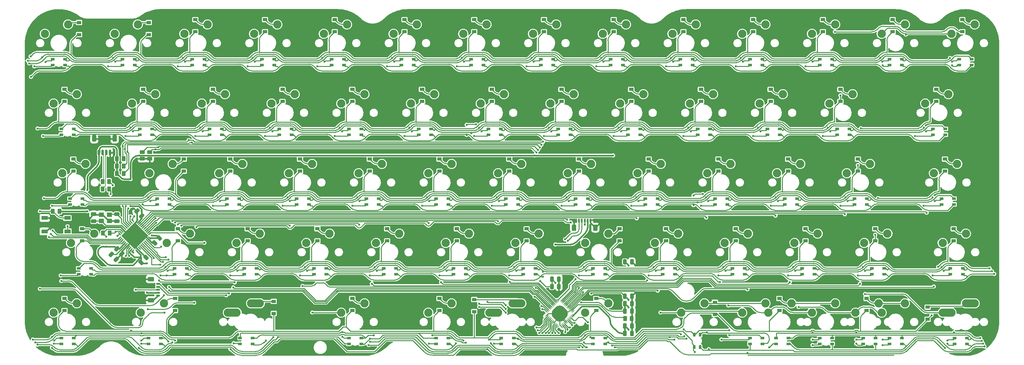
<source format=gbl>
%TF.GenerationSoftware,KiCad,Pcbnew,(6.0.5)*%
%TF.CreationDate,2022-07-14T23:48:43-04:00*%
%TF.ProjectId,bd64pcb,62643634-7063-4622-9e6b-696361645f70,rev?*%
%TF.SameCoordinates,Original*%
%TF.FileFunction,Copper,L2,Bot*%
%TF.FilePolarity,Positive*%
%FSLAX46Y46*%
G04 Gerber Fmt 4.6, Leading zero omitted, Abs format (unit mm)*
G04 Created by KiCad (PCBNEW (6.0.5)) date 2022-07-14 23:48:43*
%MOMM*%
%LPD*%
G01*
G04 APERTURE LIST*
G04 Aperture macros list*
%AMRoundRect*
0 Rectangle with rounded corners*
0 $1 Rounding radius*
0 $2 $3 $4 $5 $6 $7 $8 $9 X,Y pos of 4 corners*
0 Add a 4 corners polygon primitive as box body*
4,1,4,$2,$3,$4,$5,$6,$7,$8,$9,$2,$3,0*
0 Add four circle primitives for the rounded corners*
1,1,$1+$1,$2,$3*
1,1,$1+$1,$4,$5*
1,1,$1+$1,$6,$7*
1,1,$1+$1,$8,$9*
0 Add four rect primitives between the rounded corners*
20,1,$1+$1,$2,$3,$4,$5,0*
20,1,$1+$1,$4,$5,$6,$7,0*
20,1,$1+$1,$6,$7,$8,$9,0*
20,1,$1+$1,$8,$9,$2,$3,0*%
%AMRotRect*
0 Rectangle, with rotation*
0 The origin of the aperture is its center*
0 $1 length*
0 $2 width*
0 $3 Rotation angle, in degrees counterclockwise*
0 Add horizontal line*
21,1,$1,$2,0,0,$3*%
%AMFreePoly0*
4,1,24,1.200000,-1.125000,0.000000,-1.125000,0.000000,-1.121145,-0.146842,-1.115375,-0.347644,-1.069939,-0.536804,-0.988669,-0.707985,-0.874289,-0.855457,-0.730629,-0.974279,-0.562500,-1.060472,-0.375533,-1.111149,-0.175989,-1.124614,0.029449,-1.100416,0.233901,-1.039364,0.430519,-0.943504,0.612719,-0.816046,0.774399,-0.661258,0.910144,-0.484325,1.015408,-0.291171,1.086667,-0.088266,1.121532,
0.000000,1.120376,0.000000,1.125000,1.200000,1.125000,1.200000,-1.125000,1.200000,-1.125000,$1*%
G04 Aperture macros list end*
%TA.AperFunction,ComponentPad*%
%ADD10C,2.250000*%
%TD*%
%TA.AperFunction,ComponentPad*%
%ADD11FreePoly0,0.000000*%
%TD*%
%TA.AperFunction,ComponentPad*%
%ADD12FreePoly0,180.000000*%
%TD*%
%TA.AperFunction,SMDPad,CuDef*%
%ADD13RoundRect,0.250000X0.512652X0.159099X0.159099X0.512652X-0.512652X-0.159099X-0.159099X-0.512652X0*%
%TD*%
%TA.AperFunction,SMDPad,CuDef*%
%ADD14RoundRect,0.250000X-0.159099X0.512652X-0.512652X0.159099X0.159099X-0.512652X0.512652X-0.159099X0*%
%TD*%
%TA.AperFunction,SMDPad,CuDef*%
%ADD15RoundRect,0.250000X-0.512652X-0.159099X-0.159099X-0.512652X0.512652X0.159099X0.159099X0.512652X0*%
%TD*%
%TA.AperFunction,SMDPad,CuDef*%
%ADD16RoundRect,0.250000X0.159099X-0.512652X0.512652X-0.159099X-0.159099X0.512652X-0.512652X0.159099X0*%
%TD*%
%TA.AperFunction,SMDPad,CuDef*%
%ADD17RoundRect,0.250000X0.475000X-0.250000X0.475000X0.250000X-0.475000X0.250000X-0.475000X-0.250000X0*%
%TD*%
%TA.AperFunction,SMDPad,CuDef*%
%ADD18RoundRect,0.250000X-0.475000X0.250000X-0.475000X-0.250000X0.475000X-0.250000X0.475000X0.250000X0*%
%TD*%
%TA.AperFunction,SMDPad,CuDef*%
%ADD19RoundRect,0.250000X-0.250000X-0.475000X0.250000X-0.475000X0.250000X0.475000X-0.250000X0.475000X0*%
%TD*%
%TA.AperFunction,SMDPad,CuDef*%
%ADD20RoundRect,0.250000X0.250000X0.475000X-0.250000X0.475000X-0.250000X-0.475000X0.250000X-0.475000X0*%
%TD*%
%TA.AperFunction,SMDPad,CuDef*%
%ADD21R,1.200000X0.900000*%
%TD*%
%TA.AperFunction,SMDPad,CuDef*%
%ADD22R,1.000000X0.700000*%
%TD*%
%TA.AperFunction,SMDPad,CuDef*%
%ADD23R,0.700000X1.000000*%
%TD*%
%TA.AperFunction,SMDPad,CuDef*%
%ADD24RoundRect,0.250000X0.262500X0.450000X-0.262500X0.450000X-0.262500X-0.450000X0.262500X-0.450000X0*%
%TD*%
%TA.AperFunction,SMDPad,CuDef*%
%ADD25RoundRect,0.250000X-0.450000X0.262500X-0.450000X-0.262500X0.450000X-0.262500X0.450000X0.262500X0*%
%TD*%
%TA.AperFunction,SMDPad,CuDef*%
%ADD26RoundRect,0.250000X-0.262500X-0.450000X0.262500X-0.450000X0.262500X0.450000X-0.262500X0.450000X0*%
%TD*%
%TA.AperFunction,SMDPad,CuDef*%
%ADD27R,1.800000X1.100000*%
%TD*%
%TA.AperFunction,SMDPad,CuDef*%
%ADD28RoundRect,0.050000X-0.229810X-0.300520X0.300520X0.229810X0.229810X0.300520X-0.300520X-0.229810X0*%
%TD*%
%TA.AperFunction,SMDPad,CuDef*%
%ADD29RoundRect,0.050000X0.229810X-0.300520X0.300520X-0.229810X-0.229810X0.300520X-0.300520X0.229810X0*%
%TD*%
%TA.AperFunction,ComponentPad*%
%ADD30RoundRect,1.500000X0.000000X-0.707107X0.707107X0.000000X0.000000X0.707107X-0.707107X0.000000X0*%
%TD*%
%TA.AperFunction,SMDPad,CuDef*%
%ADD31R,1.400000X1.200000*%
%TD*%
%TA.AperFunction,SMDPad,CuDef*%
%ADD32RoundRect,0.062500X-0.291682X-0.380070X0.380070X0.291682X0.291682X0.380070X-0.380070X-0.291682X0*%
%TD*%
%TA.AperFunction,SMDPad,CuDef*%
%ADD33RoundRect,0.062500X0.291682X-0.380070X0.380070X-0.291682X-0.291682X0.380070X-0.380070X0.291682X0*%
%TD*%
%TA.AperFunction,SMDPad,CuDef*%
%ADD34RotRect,5.200000X5.200000X45.000000*%
%TD*%
%TA.AperFunction,SMDPad,CuDef*%
%ADD35RoundRect,0.150000X-0.150000X-0.625000X0.150000X-0.625000X0.150000X0.625000X-0.150000X0.625000X0*%
%TD*%
%TA.AperFunction,SMDPad,CuDef*%
%ADD36RoundRect,0.250000X-0.350000X-0.650000X0.350000X-0.650000X0.350000X0.650000X-0.350000X0.650000X0*%
%TD*%
%TA.AperFunction,SMDPad,CuDef*%
%ADD37RoundRect,0.125000X0.375000X-0.125000X0.375000X0.125000X-0.375000X0.125000X-0.375000X-0.125000X0*%
%TD*%
%TA.AperFunction,SMDPad,CuDef*%
%ADD38RoundRect,0.250000X0.600000X-0.350000X0.600000X0.350000X-0.600000X0.350000X-0.600000X-0.350000X0*%
%TD*%
%TA.AperFunction,SMDPad,CuDef*%
%ADD39RoundRect,0.125000X0.125000X0.375000X-0.125000X0.375000X-0.125000X-0.375000X0.125000X-0.375000X0*%
%TD*%
%TA.AperFunction,SMDPad,CuDef*%
%ADD40RoundRect,0.250000X0.350000X0.600000X-0.350000X0.600000X-0.350000X-0.600000X0.350000X-0.600000X0*%
%TD*%
%TA.AperFunction,ViaPad*%
%ADD41C,0.600000*%
%TD*%
%TA.AperFunction,Conductor*%
%ADD42C,0.250000*%
%TD*%
%TA.AperFunction,Conductor*%
%ADD43C,0.381000*%
%TD*%
%TA.AperFunction,Conductor*%
%ADD44C,0.200000*%
%TD*%
G04 APERTURE END LIST*
D10*
%TO.P,MX1,1,COL*%
%TO.N,col0*%
X20796250Y-49053750D03*
%TO.P,MX1,2,ROW*%
%TO.N,Net-(D1-Pad2)*%
X27146250Y-46513750D03*
%TD*%
%TO.P,MX2,1,COL*%
%TO.N,col1*%
X39846250Y-49053750D03*
%TO.P,MX2,2,ROW*%
%TO.N,Net-(D2-Pad2)*%
X46196250Y-46513750D03*
%TD*%
%TO.P,MX4,1,COL*%
%TO.N,col3*%
X77946250Y-49053750D03*
%TO.P,MX4,2,ROW*%
%TO.N,Net-(D4-Pad2)*%
X84296250Y-46513750D03*
%TD*%
%TO.P,MX10,1,COL*%
%TO.N,col9*%
X192246250Y-49053750D03*
%TO.P,MX10,2,ROW*%
%TO.N,Net-(D10-Pad2)*%
X198596250Y-46513750D03*
%TD*%
%TO.P,MX11,1,COL*%
%TO.N,col10*%
X211296250Y-49053750D03*
%TO.P,MX11,2,ROW*%
%TO.N,Net-(D11-Pad2)*%
X217646250Y-46513750D03*
%TD*%
%TO.P,MX12,1,COL*%
%TO.N,col11*%
X230346250Y-49053750D03*
%TO.P,MX12,2,ROW*%
%TO.N,Net-(D12-Pad2)*%
X236696250Y-46513750D03*
%TD*%
%TO.P,MX13,1,COL*%
%TO.N,col12*%
X249396250Y-49053750D03*
%TO.P,MX13,2,ROW*%
%TO.N,Net-(D13-Pad2)*%
X255746250Y-46513750D03*
%TD*%
%TO.P,MX14,1,COL*%
%TO.N,col12*%
X268446250Y-49053750D03*
%TO.P,MX14,2,ROW*%
%TO.N,Net-(D14-Pad2)*%
X274796250Y-46513750D03*
%TD*%
%TO.P,MX15,1,COL*%
%TO.N,col0*%
X23177500Y-68103750D03*
%TO.P,MX15,2,ROW*%
%TO.N,Net-(D15-Pad2)*%
X29527500Y-65563750D03*
%TD*%
%TO.P,MX16,1,COL*%
%TO.N,col1*%
X44608750Y-68103750D03*
%TO.P,MX16,2,ROW*%
%TO.N,Net-(D16-Pad2)*%
X50958750Y-65563750D03*
%TD*%
%TO.P,MX17,1,COL*%
%TO.N,col2*%
X63658750Y-68103750D03*
%TO.P,MX17,2,ROW*%
%TO.N,Net-(D17-Pad2)*%
X70008750Y-65563750D03*
%TD*%
%TO.P,MX18,1,COL*%
%TO.N,col3*%
X82708750Y-68103750D03*
%TO.P,MX18,2,ROW*%
%TO.N,Net-(D18-Pad2)*%
X89058750Y-65563750D03*
%TD*%
%TO.P,MX19,1,COL*%
%TO.N,col4*%
X101758750Y-68103750D03*
%TO.P,MX19,2,ROW*%
%TO.N,Net-(D19-Pad2)*%
X108108750Y-65563750D03*
%TD*%
%TO.P,MX20,1,COL*%
%TO.N,col5*%
X120808750Y-68103750D03*
%TO.P,MX20,2,ROW*%
%TO.N,Net-(D20-Pad2)*%
X127158750Y-65563750D03*
%TD*%
%TO.P,MX25,1,COL*%
%TO.N,col10*%
X216058750Y-68103750D03*
%TO.P,MX25,2,ROW*%
%TO.N,Net-(D25-Pad2)*%
X222408750Y-65563750D03*
%TD*%
%TO.P,MX26,1,COL*%
%TO.N,col11*%
X235108750Y-68103750D03*
%TO.P,MX26,2,ROW*%
%TO.N,Net-(D26-Pad2)*%
X241458750Y-65563750D03*
%TD*%
%TO.P,MX28,1,COL*%
%TO.N,col0*%
X25558750Y-87153750D03*
%TO.P,MX28,2,ROW*%
%TO.N,Net-(D28-Pad2)*%
X31908750Y-84613750D03*
%TD*%
%TO.P,MX29,1,COL*%
%TO.N,col1*%
X49371250Y-87153750D03*
%TO.P,MX29,2,ROW*%
%TO.N,Net-(D29-Pad2)*%
X55721250Y-84613750D03*
%TD*%
%TO.P,MX37,1,COL*%
%TO.N,col9*%
X201771250Y-87153750D03*
%TO.P,MX37,2,ROW*%
%TO.N,Net-(D37-Pad2)*%
X208121250Y-84613750D03*
%TD*%
%TO.P,MX38,1,COL*%
%TO.N,col10*%
X220821250Y-87153750D03*
%TO.P,MX38,2,ROW*%
%TO.N,Net-(D38-Pad2)*%
X227171250Y-84613750D03*
%TD*%
%TO.P,MX39,1,COL*%
%TO.N,col11*%
X239871250Y-87153750D03*
%TO.P,MX39,2,ROW*%
%TO.N,Net-(D39-Pad2)*%
X246221250Y-84613750D03*
%TD*%
%TO.P,MX40,1,COL*%
%TO.N,col12*%
X263683750Y-87153750D03*
%TO.P,MX40,2,ROW*%
%TO.N,Net-(D40-Pad2)*%
X270033750Y-84613750D03*
%TD*%
%TO.P,MX41,1,COL*%
%TO.N,col0*%
X27940000Y-106203750D03*
%TO.P,MX41,2,ROW*%
%TO.N,Net-(D41-Pad2)*%
X34290000Y-103663750D03*
%TD*%
%TO.P,MX42,1,COL*%
%TO.N,col1*%
X54133750Y-106203750D03*
%TO.P,MX42,2,ROW*%
%TO.N,Net-(D42-Pad2)*%
X60483750Y-103663750D03*
%TD*%
%TO.P,MX43,1,COL*%
%TO.N,col2*%
X73183750Y-106203750D03*
%TO.P,MX43,2,ROW*%
%TO.N,Net-(D43-Pad2)*%
X79533750Y-103663750D03*
%TD*%
%TO.P,MX44,1,COL*%
%TO.N,col3*%
X92233750Y-106203750D03*
%TO.P,MX44,2,ROW*%
%TO.N,Net-(D44-Pad2)*%
X98583750Y-103663750D03*
%TD*%
%TO.P,MX45,1,COL*%
%TO.N,col4*%
X111283750Y-106203750D03*
%TO.P,MX45,2,ROW*%
%TO.N,Net-(D45-Pad2)*%
X117633750Y-103663750D03*
%TD*%
%TO.P,MX46,1,COL*%
%TO.N,col5*%
X130333750Y-106203750D03*
%TO.P,MX46,2,ROW*%
%TO.N,Net-(D46-Pad2)*%
X136683750Y-103663750D03*
%TD*%
%TO.P,MX47,1,COL*%
%TO.N,col6*%
X149383750Y-106203750D03*
%TO.P,MX47,2,ROW*%
%TO.N,Net-(D47-Pad2)*%
X155733750Y-103663750D03*
%TD*%
%TO.P,MX48,1,COL*%
%TO.N,col7*%
X168433750Y-106203750D03*
%TO.P,MX48,2,ROW*%
%TO.N,Net-(D48-Pad2)*%
X174783750Y-103663750D03*
%TD*%
%TO.P,MX49,1,COL*%
%TO.N,col8*%
X187483750Y-106203750D03*
%TO.P,MX49,2,ROW*%
%TO.N,Net-(D49-Pad2)*%
X193833750Y-103663750D03*
%TD*%
%TO.P,MX50,1,COL*%
%TO.N,col9*%
X206533750Y-106203750D03*
%TO.P,MX50,2,ROW*%
%TO.N,Net-(D50-Pad2)*%
X212883750Y-103663750D03*
%TD*%
%TO.P,MX51,1,COL*%
%TO.N,col10*%
X225583750Y-106203750D03*
%TO.P,MX51,2,ROW*%
%TO.N,Net-(D51-Pad2)*%
X231933750Y-103663750D03*
%TD*%
%TO.P,MX52,1,COL*%
%TO.N,col11*%
X244633750Y-106203750D03*
%TO.P,MX52,2,ROW*%
%TO.N,Net-(D52-Pad2)*%
X250983750Y-103663750D03*
%TD*%
%TO.P,MX54,1,COL*%
%TO.N,col0*%
X23177500Y-125253750D03*
%TO.P,MX54,2,ROW*%
%TO.N,Net-(D54-Pad2)*%
X29527500Y-122713750D03*
%TD*%
%TO.P,MX55,1,COL*%
%TO.N,col1*%
X46990000Y-125253750D03*
%TO.P,MX55,2,ROW*%
%TO.N,Net-(D55-Pad2)*%
X53340000Y-122713750D03*
%TD*%
D11*
%TO.P,MX56,1,COL*%
%TO.N,col2*%
X70802500Y-125253750D03*
D12*
X73183750Y-125253750D03*
%TO.P,MX56,2,ROW*%
%TO.N,Net-(D56-Pad2)*%
X79533750Y-122713750D03*
D11*
X77152500Y-122713750D03*
%TD*%
D10*
%TO.P,MX57,1,COL*%
%TO.N,col3*%
X101758750Y-125253750D03*
%TO.P,MX57,2,ROW*%
%TO.N,Net-(D57-Pad2)*%
X108108750Y-122713750D03*
%TD*%
%TO.P,MX58,1,COL*%
%TO.N,col5*%
X125571250Y-125253750D03*
%TO.P,MX58,2,ROW*%
%TO.N,Net-(D58-Pad2)*%
X131921250Y-122713750D03*
%TD*%
D11*
%TO.P,MX59,1,COL*%
%TO.N,col6*%
X142240000Y-125253750D03*
D12*
X144621250Y-125253750D03*
D11*
%TO.P,MX59,2,ROW*%
%TO.N,Net-(D59-Pad2)*%
X148590000Y-122713750D03*
D12*
X150971250Y-122713750D03*
%TD*%
D10*
%TO.P,MX60,1,COL*%
%TO.N,col7*%
X168433750Y-125253750D03*
%TO.P,MX60,2,ROW*%
%TO.N,Net-(D60-Pad2)*%
X174783750Y-122713750D03*
%TD*%
%TO.P,MX61,1,COL*%
%TO.N,col8*%
X194627500Y-125253750D03*
X211294600Y-125253150D03*
%TO.P,MX61,2,ROW*%
%TO.N,Net-(D61-Pad2)*%
X217644600Y-122713150D03*
X200977500Y-122713750D03*
%TD*%
%TO.P,MX62,1,COL*%
%TO.N,col9*%
X230344900Y-125253150D03*
X218440000Y-125253750D03*
%TO.P,MX62,2,ROW*%
%TO.N,Net-(D62-Pad2)*%
X224790000Y-122713750D03*
X236694900Y-122713150D03*
%TD*%
%TO.P,MX63,1,COL*%
%TO.N,col10*%
X249395200Y-125253750D03*
X242252500Y-125253750D03*
%TO.P,MX63,2,ROW*%
%TO.N,Net-(D63-Pad2)*%
X248602500Y-122713750D03*
X255745200Y-122713750D03*
%TD*%
D12*
%TO.P,MX64,1,COL*%
%TO.N,col11*%
X268446250Y-125253750D03*
D11*
X266065000Y-125253750D03*
%TO.P,MX64,2,ROW*%
%TO.N,Net-(D64-Pad2)*%
X272415000Y-122713750D03*
D12*
X274796250Y-122713750D03*
%TD*%
D10*
%TO.P,MX30,1,COL*%
%TO.N,col2*%
X68421250Y-87153750D03*
%TO.P,MX30,2,ROW*%
%TO.N,Net-(D30-Pad2)*%
X74771250Y-84613750D03*
%TD*%
%TO.P,MX36,1,COL*%
%TO.N,col8*%
X182721250Y-87153750D03*
%TO.P,MX36,2,ROW*%
%TO.N,Net-(D36-Pad2)*%
X189071250Y-84613750D03*
%TD*%
%TO.P,MX35,1,COL*%
%TO.N,col7*%
X163671250Y-87153750D03*
%TO.P,MX35,2,ROW*%
%TO.N,Net-(D35-Pad2)*%
X170021250Y-84613750D03*
%TD*%
%TO.P,MX34,1,COL*%
%TO.N,col6*%
X144621250Y-87153750D03*
%TO.P,MX34,2,ROW*%
%TO.N,Net-(D34-Pad2)*%
X150971250Y-84613750D03*
%TD*%
%TO.P,MX33,1,COL*%
%TO.N,col5*%
X125571250Y-87153750D03*
%TO.P,MX33,2,ROW*%
%TO.N,Net-(D33-Pad2)*%
X131921250Y-84613750D03*
%TD*%
%TO.P,MX32,1,COL*%
%TO.N,col4*%
X106521250Y-87153750D03*
%TO.P,MX32,2,ROW*%
%TO.N,Net-(D32-Pad2)*%
X112871250Y-84613750D03*
%TD*%
%TO.P,MX31,1,COL*%
%TO.N,col3*%
X87471250Y-87153750D03*
%TO.P,MX31,2,ROW*%
%TO.N,Net-(D31-Pad2)*%
X93821250Y-84613750D03*
%TD*%
%TO.P,MX23,1,COL*%
%TO.N,col8*%
X177958750Y-68103750D03*
%TO.P,MX23,2,ROW*%
%TO.N,Net-(D23-Pad2)*%
X184308750Y-65563750D03*
%TD*%
%TO.P,MX22,1,COL*%
%TO.N,col7*%
X158908750Y-68103750D03*
%TO.P,MX22,2,ROW*%
%TO.N,Net-(D22-Pad2)*%
X165258750Y-65563750D03*
%TD*%
%TO.P,MX21,1,COL*%
%TO.N,col6*%
X139858750Y-68103750D03*
%TO.P,MX21,2,ROW*%
%TO.N,Net-(D21-Pad2)*%
X146208750Y-65563750D03*
%TD*%
%TO.P,MX5,1,COL*%
%TO.N,col4*%
X96996250Y-49053750D03*
%TO.P,MX5,2,ROW*%
%TO.N,Net-(D5-Pad2)*%
X103346250Y-46513750D03*
%TD*%
%TO.P,MX9,1,COL*%
%TO.N,col8*%
X173196250Y-49053750D03*
%TO.P,MX9,2,ROW*%
%TO.N,Net-(D9-Pad2)*%
X179546250Y-46513750D03*
%TD*%
%TO.P,MX24,1,COL*%
%TO.N,col9*%
X197008750Y-68103750D03*
%TO.P,MX24,2,ROW*%
%TO.N,Net-(D24-Pad2)*%
X203358750Y-65563750D03*
%TD*%
%TO.P,MX7,1,COL*%
%TO.N,col6*%
X135096250Y-49053750D03*
%TO.P,MX7,2,ROW*%
%TO.N,Net-(D7-Pad2)*%
X141446250Y-46513750D03*
%TD*%
%TO.P,MX6,1,COL*%
%TO.N,col5*%
X116046250Y-49053750D03*
%TO.P,MX6,2,ROW*%
%TO.N,Net-(D6-Pad2)*%
X122396250Y-46513750D03*
%TD*%
%TO.P,MX8,1,COL*%
%TO.N,col7*%
X154146250Y-49053750D03*
%TO.P,MX8,2,ROW*%
%TO.N,Net-(D8-Pad2)*%
X160496250Y-46513750D03*
%TD*%
%TO.P,MX53,1,COL*%
%TO.N,col12*%
X266065000Y-106203750D03*
%TO.P,MX53,2,ROW*%
%TO.N,Net-(D53-Pad2)*%
X272415000Y-103663750D03*
%TD*%
%TO.P,MX3,1,COL*%
%TO.N,col2*%
X58896250Y-49053750D03*
%TO.P,MX3,2,ROW*%
%TO.N,Net-(D3-Pad2)*%
X65246250Y-46513750D03*
%TD*%
%TO.P,MX27,1,COL*%
%TO.N,col12*%
X261302500Y-68103750D03*
%TO.P,MX27,2,ROW*%
%TO.N,Net-(D27-Pad2)*%
X267652500Y-65563750D03*
%TD*%
D13*
%TO.P,C1,1*%
%TO.N,+5V*%
X47280751Y-98842751D03*
%TO.P,C1,2*%
%TO.N,GND*%
X45937249Y-97499249D03*
%TD*%
D14*
%TO.P,C2,1*%
%TO.N,+5V*%
X52106751Y-104865249D03*
%TO.P,C2,2*%
%TO.N,GND*%
X50763249Y-106208751D03*
%TD*%
D15*
%TO.P,C3,1*%
%TO.N,+5V*%
X40476249Y-107786249D03*
%TO.P,C3,2*%
%TO.N,GND*%
X41819751Y-109129751D03*
%TD*%
D16*
%TO.P,C4,1*%
%TO.N,+5V*%
X47080249Y-111542751D03*
%TO.P,C4,2*%
%TO.N,GND*%
X48423751Y-110199249D03*
%TD*%
D17*
%TO.P,C5,1*%
%TO.N,GND*%
X40482761Y-100264000D03*
%TO.P,C5,2*%
%TO.N,Net-(C5-Pad2)*%
X40482761Y-98364000D03*
%TD*%
D18*
%TO.P,C6,1*%
%TO.N,GND*%
X34132761Y-98364000D03*
%TO.P,C6,2*%
%TO.N,Net-(C6-Pad2)*%
X34132761Y-100264000D03*
%TD*%
D15*
%TO.P,C7,1*%
%TO.N,Net-(C7-Pad1)*%
X38952249Y-109310249D03*
%TO.P,C7,2*%
%TO.N,GND*%
X40295751Y-110653751D03*
%TD*%
D19*
%TO.P,C9,1*%
%TO.N,+5V*%
X179263000Y-111379000D03*
%TO.P,C9,2*%
%TO.N,GND*%
X181163000Y-111379000D03*
%TD*%
D20*
%TO.P,C10,1*%
%TO.N,GND*%
X181163000Y-130937000D03*
%TO.P,C10,2*%
%TO.N,+5V*%
X179263000Y-130937000D03*
%TD*%
%TO.P,C11,1*%
%TO.N,GND*%
X161224000Y-118110000D03*
%TO.P,C11,2*%
%TO.N,+5V*%
X159324000Y-118110000D03*
%TD*%
%TO.P,C12,1*%
%TO.N,GND*%
X181163000Y-124841000D03*
%TO.P,C12,2*%
%TO.N,+5V*%
X179263000Y-124841000D03*
%TD*%
%TO.P,C13,1*%
%TO.N,GND*%
X181163000Y-128905000D03*
%TO.P,C13,2*%
%TO.N,+5V*%
X179263000Y-128905000D03*
%TD*%
%TO.P,C14,1*%
%TO.N,GND*%
X161224000Y-116078000D03*
%TO.P,C14,2*%
%TO.N,+5V*%
X159324000Y-116078000D03*
%TD*%
D19*
%TO.P,C16,1*%
%TO.N,+5V*%
X179263000Y-120777000D03*
%TO.P,C16,2*%
%TO.N,GND*%
X181163000Y-120777000D03*
%TD*%
D21*
%TO.P,D2,1,K*%
%TO.N,row0*%
X49212500Y-49275000D03*
%TO.P,D2,2,A*%
%TO.N,Net-(D2-Pad2)*%
X49212500Y-45975000D03*
%TD*%
%TO.P,D3,1,K*%
%TO.N,row0*%
X61912500Y-48481250D03*
%TO.P,D3,2,A*%
%TO.N,Net-(D3-Pad2)*%
X61912500Y-45181250D03*
%TD*%
%TO.P,D4,1,K*%
%TO.N,row0*%
X80962500Y-48481250D03*
%TO.P,D4,2,A*%
%TO.N,Net-(D4-Pad2)*%
X80962500Y-45181250D03*
%TD*%
%TO.P,D5,1,K*%
%TO.N,row0*%
X100012500Y-48481250D03*
%TO.P,D5,2,A*%
%TO.N,Net-(D5-Pad2)*%
X100012500Y-45181250D03*
%TD*%
%TO.P,D6,1,K*%
%TO.N,row0*%
X119062500Y-48481250D03*
%TO.P,D6,2,A*%
%TO.N,Net-(D6-Pad2)*%
X119062500Y-45181250D03*
%TD*%
%TO.P,D7,1,K*%
%TO.N,row0*%
X138112500Y-48481250D03*
%TO.P,D7,2,A*%
%TO.N,Net-(D7-Pad2)*%
X138112500Y-45181250D03*
%TD*%
%TO.P,D8,1,K*%
%TO.N,row0*%
X157162500Y-48481250D03*
%TO.P,D8,2,A*%
%TO.N,Net-(D8-Pad2)*%
X157162500Y-45181250D03*
%TD*%
%TO.P,D9,1,K*%
%TO.N,row0*%
X176212500Y-48481250D03*
%TO.P,D9,2,A*%
%TO.N,Net-(D9-Pad2)*%
X176212500Y-45181250D03*
%TD*%
%TO.P,D10,1,K*%
%TO.N,row0*%
X195262500Y-48481250D03*
%TO.P,D10,2,A*%
%TO.N,Net-(D10-Pad2)*%
X195262500Y-45181250D03*
%TD*%
%TO.P,D11,1,K*%
%TO.N,row0*%
X214312500Y-48481250D03*
%TO.P,D11,2,A*%
%TO.N,Net-(D11-Pad2)*%
X214312500Y-45181250D03*
%TD*%
%TO.P,D12,1,K*%
%TO.N,row0*%
X233362500Y-48481250D03*
%TO.P,D12,2,A*%
%TO.N,Net-(D12-Pad2)*%
X233362500Y-45181250D03*
%TD*%
%TO.P,D13,1,K*%
%TO.N,row0*%
X252412500Y-48481250D03*
%TO.P,D13,2,A*%
%TO.N,Net-(D13-Pad2)*%
X252412500Y-45181250D03*
%TD*%
%TO.P,D15,1,K*%
%TO.N,row1*%
X26193750Y-67531250D03*
%TO.P,D15,2,A*%
%TO.N,Net-(D15-Pad2)*%
X26193750Y-64231250D03*
%TD*%
%TO.P,D16,1,K*%
%TO.N,row1*%
X47625000Y-67531250D03*
%TO.P,D16,2,A*%
%TO.N,Net-(D16-Pad2)*%
X47625000Y-64231250D03*
%TD*%
%TO.P,D17,1,K*%
%TO.N,row1*%
X66675000Y-67531250D03*
%TO.P,D17,2,A*%
%TO.N,Net-(D17-Pad2)*%
X66675000Y-64231250D03*
%TD*%
%TO.P,D18,1,K*%
%TO.N,row1*%
X85725000Y-67531250D03*
%TO.P,D18,2,A*%
%TO.N,Net-(D18-Pad2)*%
X85725000Y-64231250D03*
%TD*%
%TO.P,D19,1,K*%
%TO.N,row1*%
X104775000Y-67531250D03*
%TO.P,D19,2,A*%
%TO.N,Net-(D19-Pad2)*%
X104775000Y-64231250D03*
%TD*%
%TO.P,D20,1,K*%
%TO.N,row1*%
X123825000Y-67531250D03*
%TO.P,D20,2,A*%
%TO.N,Net-(D20-Pad2)*%
X123825000Y-64231250D03*
%TD*%
%TO.P,D21,1,K*%
%TO.N,row1*%
X142875000Y-67531250D03*
%TO.P,D21,2,A*%
%TO.N,Net-(D21-Pad2)*%
X142875000Y-64231250D03*
%TD*%
%TO.P,D22,1,K*%
%TO.N,row1*%
X161925000Y-67531250D03*
%TO.P,D22,2,A*%
%TO.N,Net-(D22-Pad2)*%
X161925000Y-64231250D03*
%TD*%
%TO.P,D23,1,K*%
%TO.N,row1*%
X180975000Y-67531250D03*
%TO.P,D23,2,A*%
%TO.N,Net-(D23-Pad2)*%
X180975000Y-64231250D03*
%TD*%
%TO.P,D24,1,K*%
%TO.N,row1*%
X200025000Y-67531250D03*
%TO.P,D24,2,A*%
%TO.N,Net-(D24-Pad2)*%
X200025000Y-64231250D03*
%TD*%
%TO.P,D25,1,K*%
%TO.N,row1*%
X219075000Y-67531250D03*
%TO.P,D25,2,A*%
%TO.N,Net-(D25-Pad2)*%
X219075000Y-64231250D03*
%TD*%
%TO.P,D26,1,K*%
%TO.N,row1*%
X238125000Y-67531250D03*
%TO.P,D26,2,A*%
%TO.N,Net-(D26-Pad2)*%
X238125000Y-64231250D03*
%TD*%
%TO.P,D14,1,K*%
%TO.N,row1*%
X271462500Y-48481250D03*
%TO.P,D14,2,A*%
%TO.N,Net-(D14-Pad2)*%
X271462500Y-45181250D03*
%TD*%
%TO.P,D28,1,K*%
%TO.N,row2*%
X28575000Y-86581250D03*
%TO.P,D28,2,A*%
%TO.N,Net-(D28-Pad2)*%
X28575000Y-83281250D03*
%TD*%
%TO.P,D29,1,K*%
%TO.N,row2*%
X58737500Y-86581250D03*
%TO.P,D29,2,A*%
%TO.N,Net-(D29-Pad2)*%
X58737500Y-83281250D03*
%TD*%
%TO.P,D30,1,K*%
%TO.N,row2*%
X71437500Y-86581250D03*
%TO.P,D30,2,A*%
%TO.N,Net-(D30-Pad2)*%
X71437500Y-83281250D03*
%TD*%
%TO.P,D31,1,K*%
%TO.N,row2*%
X90487500Y-86581250D03*
%TO.P,D31,2,A*%
%TO.N,Net-(D31-Pad2)*%
X90487500Y-83281250D03*
%TD*%
%TO.P,D32,1,K*%
%TO.N,row2*%
X109537500Y-86581250D03*
%TO.P,D32,2,A*%
%TO.N,Net-(D32-Pad2)*%
X109537500Y-83281250D03*
%TD*%
%TO.P,D33,1,K*%
%TO.N,row2*%
X128587500Y-86581250D03*
%TO.P,D33,2,A*%
%TO.N,Net-(D33-Pad2)*%
X128587500Y-83281250D03*
%TD*%
%TO.P,D34,1,K*%
%TO.N,row2*%
X147637500Y-86581250D03*
%TO.P,D34,2,A*%
%TO.N,Net-(D34-Pad2)*%
X147637500Y-83281250D03*
%TD*%
%TO.P,D35,1,K*%
%TO.N,row2*%
X166687500Y-86581250D03*
%TO.P,D35,2,A*%
%TO.N,Net-(D35-Pad2)*%
X166687500Y-83281250D03*
%TD*%
%TO.P,D36,1,K*%
%TO.N,row2*%
X185737500Y-86581250D03*
%TO.P,D36,2,A*%
%TO.N,Net-(D36-Pad2)*%
X185737500Y-83281250D03*
%TD*%
%TO.P,D37,1,K*%
%TO.N,row2*%
X204787500Y-86581250D03*
%TO.P,D37,2,A*%
%TO.N,Net-(D37-Pad2)*%
X204787500Y-83281250D03*
%TD*%
%TO.P,D38,1,K*%
%TO.N,row2*%
X223837500Y-86581250D03*
%TO.P,D38,2,A*%
%TO.N,Net-(D38-Pad2)*%
X223837500Y-83281250D03*
%TD*%
%TO.P,D39,1,K*%
%TO.N,row2*%
X242887500Y-86581250D03*
%TO.P,D39,2,A*%
%TO.N,Net-(D39-Pad2)*%
X242887500Y-83281250D03*
%TD*%
%TO.P,D27,1,K*%
%TO.N,row2*%
X264318750Y-67531250D03*
%TO.P,D27,2,A*%
%TO.N,Net-(D27-Pad2)*%
X264318750Y-64231250D03*
%TD*%
%TO.P,D41,1,K*%
%TO.N,row3*%
X30956250Y-105631250D03*
%TO.P,D41,2,A*%
%TO.N,Net-(D41-Pad2)*%
X30956250Y-102331250D03*
%TD*%
%TO.P,D42,1,K*%
%TO.N,row3*%
X57150000Y-105631250D03*
%TO.P,D42,2,A*%
%TO.N,Net-(D42-Pad2)*%
X57150000Y-102331250D03*
%TD*%
%TO.P,D43,1,K*%
%TO.N,row3*%
X76200000Y-105631250D03*
%TO.P,D43,2,A*%
%TO.N,Net-(D43-Pad2)*%
X76200000Y-102331250D03*
%TD*%
%TO.P,D44,1,K*%
%TO.N,row3*%
X95250000Y-105631250D03*
%TO.P,D44,2,A*%
%TO.N,Net-(D44-Pad2)*%
X95250000Y-102331250D03*
%TD*%
%TO.P,D45,1,K*%
%TO.N,row3*%
X114300000Y-105631250D03*
%TO.P,D45,2,A*%
%TO.N,Net-(D45-Pad2)*%
X114300000Y-102331250D03*
%TD*%
%TO.P,D46,1,K*%
%TO.N,row3*%
X133350000Y-105631250D03*
%TO.P,D46,2,A*%
%TO.N,Net-(D46-Pad2)*%
X133350000Y-102331250D03*
%TD*%
%TO.P,D47,1,K*%
%TO.N,row3*%
X152400000Y-105631250D03*
%TO.P,D47,2,A*%
%TO.N,Net-(D47-Pad2)*%
X152400000Y-102331250D03*
%TD*%
%TO.P,D48,1,K*%
%TO.N,row3*%
X177800000Y-105631250D03*
%TO.P,D48,2,A*%
%TO.N,Net-(D48-Pad2)*%
X177800000Y-102331250D03*
%TD*%
%TO.P,D49,1,K*%
%TO.N,row3*%
X190500000Y-105631250D03*
%TO.P,D49,2,A*%
%TO.N,Net-(D49-Pad2)*%
X190500000Y-102331250D03*
%TD*%
%TO.P,D50,1,K*%
%TO.N,row3*%
X209550000Y-105631250D03*
%TO.P,D50,2,A*%
%TO.N,Net-(D50-Pad2)*%
X209550000Y-102331250D03*
%TD*%
%TO.P,D51,1,K*%
%TO.N,row3*%
X228600000Y-105631250D03*
%TO.P,D51,2,A*%
%TO.N,Net-(D51-Pad2)*%
X228600000Y-102331250D03*
%TD*%
%TO.P,D52,1,K*%
%TO.N,row3*%
X247650000Y-105631250D03*
%TO.P,D52,2,A*%
%TO.N,Net-(D52-Pad2)*%
X247650000Y-102331250D03*
%TD*%
%TO.P,D40,1,K*%
%TO.N,row3*%
X266700000Y-86581250D03*
%TO.P,D40,2,A*%
%TO.N,Net-(D40-Pad2)*%
X266700000Y-83281250D03*
%TD*%
%TO.P,D54,1,K*%
%TO.N,row4*%
X26193750Y-124681250D03*
%TO.P,D54,2,A*%
%TO.N,Net-(D54-Pad2)*%
X26193750Y-121381250D03*
%TD*%
%TO.P,D55,1,K*%
%TO.N,row4*%
X56356250Y-124681250D03*
%TO.P,D55,2,A*%
%TO.N,Net-(D55-Pad2)*%
X56356250Y-121381250D03*
%TD*%
%TO.P,D56,1,K*%
%TO.N,row4*%
X83343750Y-125475000D03*
%TO.P,D56,2,A*%
%TO.N,Net-(D56-Pad2)*%
X83343750Y-122175000D03*
%TD*%
%TO.P,D57,1,K*%
%TO.N,row4*%
X104775000Y-124681250D03*
%TO.P,D57,2,A*%
%TO.N,Net-(D57-Pad2)*%
X104775000Y-121381250D03*
%TD*%
%TO.P,D58,1,K*%
%TO.N,row4*%
X128587500Y-124681250D03*
%TO.P,D58,2,A*%
%TO.N,Net-(D58-Pad2)*%
X128587500Y-121381250D03*
%TD*%
%TO.P,D59,1,K*%
%TO.N,row4*%
X138112500Y-124967000D03*
%TO.P,D59,2,A*%
%TO.N,Net-(D59-Pad2)*%
X138112500Y-121667000D03*
%TD*%
%TO.P,D60,1,K*%
%TO.N,row4*%
X171450000Y-124681250D03*
%TO.P,D60,2,A*%
%TO.N,Net-(D60-Pad2)*%
X171450000Y-121381250D03*
%TD*%
%TO.P,D61,1,K*%
%TO.N,row4*%
X203835000Y-125729000D03*
%TO.P,D61,2,A*%
%TO.N,Net-(D61-Pad2)*%
X203835000Y-122429000D03*
%TD*%
%TO.P,D62,1,K*%
%TO.N,row4*%
X221456250Y-124681250D03*
%TO.P,D62,2,A*%
%TO.N,Net-(D62-Pad2)*%
X221456250Y-121381250D03*
%TD*%
%TO.P,D63,1,K*%
%TO.N,row4*%
X245268750Y-124681250D03*
%TO.P,D63,2,A*%
%TO.N,Net-(D63-Pad2)*%
X245268750Y-121381250D03*
%TD*%
%TO.P,D64,1,K*%
%TO.N,row4*%
X261937500Y-127062500D03*
%TO.P,D64,2,A*%
%TO.N,Net-(D64-Pad2)*%
X261937500Y-123762500D03*
%TD*%
%TO.P,D53,1,K*%
%TO.N,row4*%
X269081250Y-105631250D03*
%TO.P,D53,2,A*%
%TO.N,Net-(D53-Pad2)*%
X269081250Y-102331250D03*
%TD*%
D22*
%TO.P,L1,2*%
%TO.N,SW3*%
X22906250Y-55969000D03*
%TO.P,L1,3*%
%TO.N,SW1*%
X26306250Y-55969000D03*
%TO.P,L1,4*%
%TO.N,SW2*%
X26306250Y-57569000D03*
%TO.P,L1,COMMON_ANODE*%
%TO.N,CS1*%
X22906250Y-57569000D03*
%TD*%
%TO.P,L2,2*%
%TO.N,SW3*%
X41956250Y-55969000D03*
%TO.P,L2,3*%
%TO.N,SW1*%
X45356250Y-55969000D03*
%TO.P,L2,4*%
%TO.N,SW2*%
X45356250Y-57569000D03*
%TO.P,L2,COMMON_ANODE*%
%TO.N,CS2*%
X41956250Y-57569000D03*
%TD*%
%TO.P,L3,2*%
%TO.N,SW3*%
X61006250Y-55969000D03*
%TO.P,L3,3*%
%TO.N,SW1*%
X64406250Y-55969000D03*
%TO.P,L3,4*%
%TO.N,SW2*%
X64406250Y-57569000D03*
%TO.P,L3,COMMON_ANODE*%
%TO.N,CS3*%
X61006250Y-57569000D03*
%TD*%
%TO.P,L4,2*%
%TO.N,SW3*%
X80056250Y-55969000D03*
%TO.P,L4,3*%
%TO.N,SW1*%
X83456250Y-55969000D03*
%TO.P,L4,4*%
%TO.N,SW2*%
X83456250Y-57569000D03*
%TO.P,L4,COMMON_ANODE*%
%TO.N,CS4*%
X80056250Y-57569000D03*
%TD*%
%TO.P,L5,2*%
%TO.N,SW3*%
X99106250Y-55969000D03*
%TO.P,L5,3*%
%TO.N,SW1*%
X102506250Y-55969000D03*
%TO.P,L5,4*%
%TO.N,SW2*%
X102506250Y-57569000D03*
%TO.P,L5,COMMON_ANODE*%
%TO.N,CS5*%
X99106250Y-57569000D03*
%TD*%
%TO.P,L6,2*%
%TO.N,SW3*%
X118156250Y-55969000D03*
%TO.P,L6,3*%
%TO.N,SW1*%
X121556250Y-55969000D03*
%TO.P,L6,4*%
%TO.N,SW2*%
X121556250Y-57569000D03*
%TO.P,L6,COMMON_ANODE*%
%TO.N,CS6*%
X118156250Y-57569000D03*
%TD*%
%TO.P,L7,2*%
%TO.N,SW3*%
X137206250Y-55969000D03*
%TO.P,L7,3*%
%TO.N,SW1*%
X140606250Y-55969000D03*
%TO.P,L7,4*%
%TO.N,SW2*%
X140606250Y-57569000D03*
%TO.P,L7,COMMON_ANODE*%
%TO.N,CS7*%
X137206250Y-57569000D03*
%TD*%
%TO.P,L8,2*%
%TO.N,SW3*%
X156256250Y-55969000D03*
%TO.P,L8,3*%
%TO.N,SW1*%
X159656250Y-55969000D03*
%TO.P,L8,4*%
%TO.N,SW2*%
X159656250Y-57569000D03*
%TO.P,L8,COMMON_ANODE*%
%TO.N,CS8*%
X156256250Y-57569000D03*
%TD*%
%TO.P,L9,2*%
%TO.N,SW3*%
X175306250Y-55969000D03*
%TO.P,L9,3*%
%TO.N,SW1*%
X178706250Y-55969000D03*
%TO.P,L9,4*%
%TO.N,SW2*%
X178706250Y-57569000D03*
%TO.P,L9,COMMON_ANODE*%
%TO.N,CS9*%
X175306250Y-57569000D03*
%TD*%
%TO.P,L10,2*%
%TO.N,SW3*%
X194356250Y-55969000D03*
%TO.P,L10,3*%
%TO.N,SW1*%
X197756250Y-55969000D03*
%TO.P,L10,4*%
%TO.N,SW2*%
X197756250Y-57569000D03*
%TO.P,L10,COMMON_ANODE*%
%TO.N,CS10*%
X194356250Y-57569000D03*
%TD*%
%TO.P,L11,2*%
%TO.N,SW3*%
X213406250Y-55969000D03*
%TO.P,L11,3*%
%TO.N,SW1*%
X216806250Y-55969000D03*
%TO.P,L11,4*%
%TO.N,SW2*%
X216806250Y-57569000D03*
%TO.P,L11,COMMON_ANODE*%
%TO.N,CS11*%
X213406250Y-57569000D03*
%TD*%
%TO.P,L12,2*%
%TO.N,SW3*%
X232456250Y-55969000D03*
%TO.P,L12,3*%
%TO.N,SW1*%
X235856250Y-55969000D03*
%TO.P,L12,4*%
%TO.N,SW2*%
X235856250Y-57569000D03*
%TO.P,L12,COMMON_ANODE*%
%TO.N,CS12*%
X232456250Y-57569000D03*
%TD*%
%TO.P,L13,2*%
%TO.N,SW3*%
X251506250Y-55969000D03*
%TO.P,L13,3*%
%TO.N,SW1*%
X254906250Y-55969000D03*
%TO.P,L13,4*%
%TO.N,SW2*%
X254906250Y-57569000D03*
%TO.P,L13,COMMON_ANODE*%
%TO.N,CS13*%
X251506250Y-57569000D03*
%TD*%
%TO.P,L14,2*%
%TO.N,SW3*%
X270556250Y-55969000D03*
%TO.P,L14,3*%
%TO.N,SW1*%
X273956250Y-55969000D03*
%TO.P,L14,4*%
%TO.N,SW2*%
X273956250Y-57569000D03*
%TO.P,L14,COMMON_ANODE*%
%TO.N,CS14*%
X270556250Y-57569000D03*
%TD*%
%TO.P,L15,2*%
%TO.N,SW3*%
X25287500Y-132169000D03*
%TO.P,L15,3*%
%TO.N,SW1*%
X28687500Y-132169000D03*
%TO.P,L15,4*%
%TO.N,SW2*%
X28687500Y-133769000D03*
%TO.P,L15,COMMON_ANODE*%
%TO.N,CS15*%
X25287500Y-133769000D03*
%TD*%
%TO.P,L16,2*%
%TO.N,SW3*%
X49100000Y-132169000D03*
%TO.P,L16,3*%
%TO.N,SW1*%
X52500000Y-132169000D03*
%TO.P,L16,4*%
%TO.N,SW2*%
X52500000Y-133769000D03*
%TO.P,L16,COMMON_ANODE*%
%TO.N,CS16*%
X49100000Y-133769000D03*
%TD*%
%TO.P,L18,2*%
%TO.N,SW6*%
X46718750Y-75019000D03*
%TO.P,L18,3*%
%TO.N,SW4*%
X50118750Y-75019000D03*
%TO.P,L18,4*%
%TO.N,SW5*%
X50118750Y-76619000D03*
%TO.P,L18,COMMON_ANODE*%
%TO.N,CS2*%
X46718750Y-76619000D03*
%TD*%
%TO.P,L19,2*%
%TO.N,SW6*%
X65768750Y-75019000D03*
%TO.P,L19,3*%
%TO.N,SW4*%
X69168750Y-75019000D03*
%TO.P,L19,4*%
%TO.N,SW5*%
X69168750Y-76619000D03*
%TO.P,L19,COMMON_ANODE*%
%TO.N,CS3*%
X65768750Y-76619000D03*
%TD*%
%TO.P,L20,2*%
%TO.N,SW6*%
X84818750Y-75019000D03*
%TO.P,L20,3*%
%TO.N,SW4*%
X88218750Y-75019000D03*
%TO.P,L20,4*%
%TO.N,SW5*%
X88218750Y-76619000D03*
%TO.P,L20,COMMON_ANODE*%
%TO.N,CS4*%
X84818750Y-76619000D03*
%TD*%
%TO.P,L21,2*%
%TO.N,SW6*%
X103868750Y-75019000D03*
%TO.P,L21,3*%
%TO.N,SW4*%
X107268750Y-75019000D03*
%TO.P,L21,4*%
%TO.N,SW5*%
X107268750Y-76619000D03*
%TO.P,L21,COMMON_ANODE*%
%TO.N,CS5*%
X103868750Y-76619000D03*
%TD*%
%TO.P,L22,2*%
%TO.N,SW6*%
X122918750Y-75019000D03*
%TO.P,L22,3*%
%TO.N,SW4*%
X126318750Y-75019000D03*
%TO.P,L22,4*%
%TO.N,SW5*%
X126318750Y-76619000D03*
%TO.P,L22,COMMON_ANODE*%
%TO.N,CS6*%
X122918750Y-76619000D03*
%TD*%
%TO.P,L23,2*%
%TO.N,SW6*%
X141968750Y-75019000D03*
%TO.P,L23,3*%
%TO.N,SW4*%
X145368750Y-75019000D03*
%TO.P,L23,4*%
%TO.N,SW5*%
X145368750Y-76619000D03*
%TO.P,L23,COMMON_ANODE*%
%TO.N,CS7*%
X141968750Y-76619000D03*
%TD*%
%TO.P,L24,2*%
%TO.N,SW6*%
X161018750Y-75019000D03*
%TO.P,L24,3*%
%TO.N,SW4*%
X164418750Y-75019000D03*
%TO.P,L24,4*%
%TO.N,SW5*%
X164418750Y-76619000D03*
%TO.P,L24,COMMON_ANODE*%
%TO.N,CS8*%
X161018750Y-76619000D03*
%TD*%
%TO.P,L25,2*%
%TO.N,SW6*%
X180068750Y-75019000D03*
%TO.P,L25,3*%
%TO.N,SW4*%
X183468750Y-75019000D03*
%TO.P,L25,4*%
%TO.N,SW5*%
X183468750Y-76619000D03*
%TO.P,L25,COMMON_ANODE*%
%TO.N,CS9*%
X180068750Y-76619000D03*
%TD*%
%TO.P,L26,2*%
%TO.N,SW6*%
X199118750Y-75019000D03*
%TO.P,L26,3*%
%TO.N,SW4*%
X202518750Y-75019000D03*
%TO.P,L26,4*%
%TO.N,SW5*%
X202518750Y-76619000D03*
%TO.P,L26,COMMON_ANODE*%
%TO.N,CS10*%
X199118750Y-76619000D03*
%TD*%
%TO.P,L27,2*%
%TO.N,SW6*%
X218168750Y-75019000D03*
%TO.P,L27,3*%
%TO.N,SW4*%
X221568750Y-75019000D03*
%TO.P,L27,4*%
%TO.N,SW5*%
X221568750Y-76619000D03*
%TO.P,L27,COMMON_ANODE*%
%TO.N,CS11*%
X218168750Y-76619000D03*
%TD*%
%TO.P,L28,2*%
%TO.N,SW6*%
X237218750Y-75019000D03*
%TO.P,L28,3*%
%TO.N,SW4*%
X240618750Y-75019000D03*
%TO.P,L28,4*%
%TO.N,SW5*%
X240618750Y-76619000D03*
%TO.P,L28,COMMON_ANODE*%
%TO.N,CS12*%
X237218750Y-76619000D03*
%TD*%
%TO.P,L29,2*%
%TO.N,SW6*%
X263412500Y-75019000D03*
%TO.P,L29,3*%
%TO.N,SW4*%
X266812500Y-75019000D03*
%TO.P,L29,4*%
%TO.N,SW5*%
X266812500Y-76619000D03*
%TO.P,L29,COMMON_ANODE*%
%TO.N,CS13*%
X263412500Y-76619000D03*
%TD*%
%TO.P,L30,2*%
%TO.N,SW6*%
X74119000Y-132169000D03*
%TO.P,L30,3*%
%TO.N,SW4*%
X77519000Y-132169000D03*
%TO.P,L30,4*%
%TO.N,SW5*%
X77519000Y-133769000D03*
%TO.P,L30,COMMON_ANODE*%
%TO.N,CS14*%
X74119000Y-133769000D03*
%TD*%
%TO.P,L31,2*%
%TO.N,SW6*%
X103868750Y-132169000D03*
%TO.P,L31,3*%
%TO.N,SW4*%
X107268750Y-132169000D03*
%TO.P,L31,4*%
%TO.N,SW5*%
X107268750Y-133769000D03*
%TO.P,L31,COMMON_ANODE*%
%TO.N,CS15*%
X103868750Y-133769000D03*
%TD*%
%TO.P,L32,2*%
%TO.N,SW6*%
X127681250Y-132169000D03*
%TO.P,L32,3*%
%TO.N,SW4*%
X131081250Y-132169000D03*
%TO.P,L32,4*%
%TO.N,SW5*%
X131081250Y-133769000D03*
%TO.P,L32,COMMON_ANODE*%
%TO.N,CS16*%
X127681250Y-133769000D03*
%TD*%
%TO.P,L33,2*%
%TO.N,SW9*%
X27668750Y-94069000D03*
%TO.P,L33,3*%
%TO.N,SW7*%
X31068750Y-94069000D03*
%TO.P,L33,4*%
%TO.N,SW8*%
X31068750Y-95669000D03*
%TO.P,L33,COMMON_ANODE*%
%TO.N,CS1*%
X27668750Y-95669000D03*
%TD*%
%TO.P,L34,2*%
%TO.N,SW9*%
X51481250Y-94069000D03*
%TO.P,L34,3*%
%TO.N,SW7*%
X54881250Y-94069000D03*
%TO.P,L34,4*%
%TO.N,SW8*%
X54881250Y-95669000D03*
%TO.P,L34,COMMON_ANODE*%
%TO.N,CS2*%
X51481250Y-95669000D03*
%TD*%
%TO.P,L35,2*%
%TO.N,SW9*%
X70531250Y-94069000D03*
%TO.P,L35,3*%
%TO.N,SW7*%
X73931250Y-94069000D03*
%TO.P,L35,4*%
%TO.N,SW8*%
X73931250Y-95669000D03*
%TO.P,L35,COMMON_ANODE*%
%TO.N,CS3*%
X70531250Y-95669000D03*
%TD*%
%TO.P,L36,2*%
%TO.N,SW9*%
X89581250Y-94069000D03*
%TO.P,L36,3*%
%TO.N,SW7*%
X92981250Y-94069000D03*
%TO.P,L36,4*%
%TO.N,SW8*%
X92981250Y-95669000D03*
%TO.P,L36,COMMON_ANODE*%
%TO.N,CS4*%
X89581250Y-95669000D03*
%TD*%
%TO.P,L37,2*%
%TO.N,SW9*%
X108631250Y-94069000D03*
%TO.P,L37,3*%
%TO.N,SW7*%
X112031250Y-94069000D03*
%TO.P,L37,4*%
%TO.N,SW8*%
X112031250Y-95669000D03*
%TO.P,L37,COMMON_ANODE*%
%TO.N,CS5*%
X108631250Y-95669000D03*
%TD*%
%TO.P,L38,2*%
%TO.N,SW9*%
X127681250Y-94069000D03*
%TO.P,L38,3*%
%TO.N,SW7*%
X131081250Y-94069000D03*
%TO.P,L38,4*%
%TO.N,SW8*%
X131081250Y-95669000D03*
%TO.P,L38,COMMON_ANODE*%
%TO.N,CS6*%
X127681250Y-95669000D03*
%TD*%
%TO.P,L39,2*%
%TO.N,SW9*%
X146731250Y-94069000D03*
%TO.P,L39,3*%
%TO.N,SW7*%
X150131250Y-94069000D03*
%TO.P,L39,4*%
%TO.N,SW8*%
X150131250Y-95669000D03*
%TO.P,L39,COMMON_ANODE*%
%TO.N,CS7*%
X146731250Y-95669000D03*
%TD*%
%TO.P,L40,2*%
%TO.N,SW9*%
X165781250Y-94069000D03*
%TO.P,L40,3*%
%TO.N,SW7*%
X169181250Y-94069000D03*
%TO.P,L40,4*%
%TO.N,SW8*%
X169181250Y-95669000D03*
%TO.P,L40,COMMON_ANODE*%
%TO.N,CS8*%
X165781250Y-95669000D03*
%TD*%
%TO.P,L41,2*%
%TO.N,SW9*%
X184831250Y-94069000D03*
%TO.P,L41,3*%
%TO.N,SW7*%
X188231250Y-94069000D03*
%TO.P,L41,4*%
%TO.N,SW8*%
X188231250Y-95669000D03*
%TO.P,L41,COMMON_ANODE*%
%TO.N,CS9*%
X184831250Y-95669000D03*
%TD*%
%TO.P,L42,2*%
%TO.N,SW9*%
X203881250Y-94069000D03*
%TO.P,L42,3*%
%TO.N,SW7*%
X207281250Y-94069000D03*
%TO.P,L42,4*%
%TO.N,SW8*%
X207281250Y-95669000D03*
%TO.P,L42,COMMON_ANODE*%
%TO.N,CS10*%
X203881250Y-95669000D03*
%TD*%
%TO.P,L43,2*%
%TO.N,SW9*%
X222931250Y-94069000D03*
%TO.P,L43,3*%
%TO.N,SW7*%
X226331250Y-94069000D03*
%TO.P,L43,4*%
%TO.N,SW8*%
X226331250Y-95669000D03*
%TO.P,L43,COMMON_ANODE*%
%TO.N,CS11*%
X222931250Y-95669000D03*
%TD*%
%TO.P,L44,2*%
%TO.N,SW9*%
X241981250Y-94069000D03*
%TO.P,L44,3*%
%TO.N,SW7*%
X245381250Y-94069000D03*
%TO.P,L44,4*%
%TO.N,SW8*%
X245381250Y-95669000D03*
%TO.P,L44,COMMON_ANODE*%
%TO.N,CS12*%
X241981250Y-95669000D03*
%TD*%
%TO.P,L45,2*%
%TO.N,SW9*%
X265793750Y-94069000D03*
%TO.P,L45,3*%
%TO.N,SW7*%
X269193750Y-94069000D03*
%TO.P,L45,4*%
%TO.N,SW8*%
X269193750Y-95669000D03*
%TO.P,L45,COMMON_ANODE*%
%TO.N,CS13*%
X265793750Y-95669000D03*
%TD*%
%TO.P,L46,2*%
%TO.N,SW9*%
X145493000Y-132169000D03*
%TO.P,L46,3*%
%TO.N,SW7*%
X148893000Y-132169000D03*
%TO.P,L46,4*%
%TO.N,SW8*%
X148893000Y-133769000D03*
%TO.P,L46,COMMON_ANODE*%
%TO.N,CS14*%
X145493000Y-133769000D03*
%TD*%
%TO.P,L47,2*%
%TO.N,SW9*%
X170543750Y-132169000D03*
%TO.P,L47,3*%
%TO.N,SW7*%
X173943750Y-132169000D03*
%TO.P,L47,4*%
%TO.N,SW8*%
X173943750Y-133769000D03*
%TO.P,L47,COMMON_ANODE*%
%TO.N,CS15*%
X170543750Y-133769000D03*
%TD*%
D23*
%TO.P,L48,2*%
%TO.N,SW9*%
X198209000Y-134669000D03*
%TO.P,L48,3*%
%TO.N,SW7*%
X198209000Y-131269000D03*
%TO.P,L48,4*%
%TO.N,SW8*%
X199809000Y-131269000D03*
%TO.P,L48,COMMON_ANODE*%
%TO.N,CS16*%
X199809000Y-134669000D03*
%TD*%
D22*
%TO.P,L49,2*%
%TO.N,SW12*%
X30050000Y-113119000D03*
%TO.P,L49,3*%
%TO.N,SW10*%
X33450000Y-113119000D03*
%TO.P,L49,4*%
%TO.N,SW11*%
X33450000Y-114719000D03*
%TO.P,L49,COMMON_ANODE*%
%TO.N,CS1*%
X30050000Y-114719000D03*
%TD*%
%TO.P,L50,2*%
%TO.N,SW12*%
X56243750Y-113119000D03*
%TO.P,L50,3*%
%TO.N,SW10*%
X59643750Y-113119000D03*
%TO.P,L50,4*%
%TO.N,SW11*%
X59643750Y-114719000D03*
%TO.P,L50,COMMON_ANODE*%
%TO.N,CS2*%
X56243750Y-114719000D03*
%TD*%
%TO.P,L51,2*%
%TO.N,SW12*%
X75293750Y-113119000D03*
%TO.P,L51,3*%
%TO.N,SW10*%
X78693750Y-113119000D03*
%TO.P,L51,4*%
%TO.N,SW11*%
X78693750Y-114719000D03*
%TO.P,L51,COMMON_ANODE*%
%TO.N,CS3*%
X75293750Y-114719000D03*
%TD*%
%TO.P,L52,2*%
%TO.N,SW12*%
X94343750Y-113119000D03*
%TO.P,L52,3*%
%TO.N,SW10*%
X97743750Y-113119000D03*
%TO.P,L52,4*%
%TO.N,SW11*%
X97743750Y-114719000D03*
%TO.P,L52,COMMON_ANODE*%
%TO.N,CS4*%
X94343750Y-114719000D03*
%TD*%
%TO.P,L53,2*%
%TO.N,SW12*%
X113393750Y-113119000D03*
%TO.P,L53,3*%
%TO.N,SW10*%
X116793750Y-113119000D03*
%TO.P,L53,4*%
%TO.N,SW11*%
X116793750Y-114719000D03*
%TO.P,L53,COMMON_ANODE*%
%TO.N,CS5*%
X113393750Y-114719000D03*
%TD*%
%TO.P,L54,2*%
%TO.N,SW12*%
X132443750Y-113119000D03*
%TO.P,L54,3*%
%TO.N,SW10*%
X135843750Y-113119000D03*
%TO.P,L54,4*%
%TO.N,SW11*%
X135843750Y-114719000D03*
%TO.P,L54,COMMON_ANODE*%
%TO.N,CS6*%
X132443750Y-114719000D03*
%TD*%
%TO.P,L55,2*%
%TO.N,SW12*%
X151493750Y-113119000D03*
%TO.P,L55,3*%
%TO.N,SW10*%
X154893750Y-113119000D03*
%TO.P,L55,4*%
%TO.N,SW11*%
X154893750Y-114719000D03*
%TO.P,L55,COMMON_ANODE*%
%TO.N,CS7*%
X151493750Y-114719000D03*
%TD*%
%TO.P,L56,2*%
%TO.N,SW12*%
X170543750Y-113119000D03*
%TO.P,L56,3*%
%TO.N,SW10*%
X173943750Y-113119000D03*
%TO.P,L56,4*%
%TO.N,SW11*%
X173943750Y-114719000D03*
%TO.P,L56,COMMON_ANODE*%
%TO.N,CS8*%
X170543750Y-114719000D03*
%TD*%
%TO.P,L57,2*%
%TO.N,SW12*%
X189593750Y-113119000D03*
%TO.P,L57,3*%
%TO.N,SW10*%
X192993750Y-113119000D03*
%TO.P,L57,4*%
%TO.N,SW11*%
X192993750Y-114719000D03*
%TO.P,L57,COMMON_ANODE*%
%TO.N,CS9*%
X189593750Y-114719000D03*
%TD*%
%TO.P,L58,2*%
%TO.N,SW12*%
X208643750Y-113119000D03*
%TO.P,L58,3*%
%TO.N,SW10*%
X212043750Y-113119000D03*
%TO.P,L58,4*%
%TO.N,SW11*%
X212043750Y-114719000D03*
%TO.P,L58,COMMON_ANODE*%
%TO.N,CS10*%
X208643750Y-114719000D03*
%TD*%
%TO.P,L59,2*%
%TO.N,SW12*%
X227693750Y-113119000D03*
%TO.P,L59,3*%
%TO.N,SW10*%
X231093750Y-113119000D03*
%TO.P,L59,4*%
%TO.N,SW11*%
X231093750Y-114719000D03*
%TO.P,L59,COMMON_ANODE*%
%TO.N,CS11*%
X227693750Y-114719000D03*
%TD*%
%TO.P,L60,2*%
%TO.N,SW12*%
X246743750Y-113119000D03*
%TO.P,L60,3*%
%TO.N,SW10*%
X250143750Y-113119000D03*
%TO.P,L60,4*%
%TO.N,SW11*%
X250143750Y-114719000D03*
%TO.P,L60,COMMON_ANODE*%
%TO.N,CS12*%
X246743750Y-114719000D03*
%TD*%
%TO.P,L61,2*%
%TO.N,SW12*%
X268175000Y-113119000D03*
%TO.P,L61,3*%
%TO.N,SW10*%
X271575000Y-113119000D03*
%TO.P,L61,4*%
%TO.N,SW11*%
X271575000Y-114719000D03*
%TO.P,L61,COMMON_ANODE*%
%TO.N,CS13*%
X268175000Y-114719000D03*
%TD*%
%TO.P,L62,2*%
%TO.N,SW12*%
X220550000Y-132169000D03*
%TO.P,L62,3*%
%TO.N,SW10*%
X223950000Y-132169000D03*
%TO.P,L62,4*%
%TO.N,SW11*%
X223950000Y-133769000D03*
%TO.P,L62,COMMON_ANODE*%
%TO.N,CS14*%
X220550000Y-133769000D03*
%TD*%
%TO.P,L63,2*%
%TO.N,SW12*%
X244362500Y-132169000D03*
%TO.P,L63,3*%
%TO.N,SW10*%
X247762500Y-132169000D03*
%TO.P,L63,4*%
%TO.N,SW11*%
X247762500Y-133769000D03*
%TO.P,L63,COMMON_ANODE*%
%TO.N,CS15*%
X244362500Y-133769000D03*
%TD*%
%TO.P,L64,2*%
%TO.N,SW12*%
X269318000Y-132169000D03*
%TO.P,L64,3*%
%TO.N,SW10*%
X272718000Y-132169000D03*
%TO.P,L64,4*%
%TO.N,SW11*%
X272718000Y-133769000D03*
%TO.P,L64,COMMON_ANODE*%
%TO.N,CS16*%
X269318000Y-133769000D03*
%TD*%
D24*
%TO.P,R3,1*%
%TO.N,Net-(R3-Pad1)*%
X38504500Y-103505000D03*
%TO.P,R3,2*%
%TO.N,+5V*%
X36679500Y-103505000D03*
%TD*%
%TO.P,R5,1*%
%TO.N,INTB*%
X42314500Y-87249000D03*
%TO.P,R5,2*%
%TO.N,+5V*%
X40489500Y-87249000D03*
%TD*%
%TO.P,R8,1*%
%TO.N,Net-(R8-Pad1)*%
X38377500Y-89408000D03*
%TO.P,R8,2*%
%TO.N,D-*%
X36552500Y-89408000D03*
%TD*%
%TO.P,R9,1*%
%TO.N,+5V*%
X24788500Y-97536000D03*
%TO.P,R9,2*%
%TO.N,HWB*%
X22963500Y-97536000D03*
%TD*%
D25*
%TO.P,R10,1*%
%TO.N,IICRST*%
X49403000Y-81383500D03*
%TO.P,R10,2*%
%TO.N,GND*%
X49403000Y-83208500D03*
%TD*%
%TO.P,R11,1*%
%TO.N,SDB*%
X47371000Y-81383500D03*
%TO.P,R11,2*%
%TO.N,GND*%
X47371000Y-83208500D03*
%TD*%
D26*
%TO.P,R12,1*%
%TO.N,Net-(R12-Pad1)*%
X179300500Y-126873000D03*
%TO.P,R12,2*%
%TO.N,GND*%
X181125500Y-126873000D03*
%TD*%
D27*
%TO.P,SW1,1,1*%
%TO.N,GND*%
X20776000Y-103069000D03*
%TO.P,SW1,2,2*%
%TO.N,HWB*%
X26976000Y-99369000D03*
%TO.P,SW1,3,3*%
%TO.N,GND*%
X20776000Y-99369000D03*
%TO.P,SW1,4,4*%
%TO.N,Net-(R3-Pad1)*%
X26976000Y-103069000D03*
%TD*%
D28*
%TO.P,U2,1,NC*%
%TO.N,unconnected-(U2-Pad1)*%
X160886670Y-129117600D03*
%TO.P,U2,2,SW1*%
%TO.N,SW1*%
X160603827Y-128834757D03*
%TO.P,U2,3,SW2*%
%TO.N,SW2*%
X160320984Y-128551914D03*
%TO.P,U2,4,SW3*%
%TO.N,SW3*%
X160038142Y-128269072D03*
%TO.P,U2,5,PGND*%
%TO.N,GND*%
X159755299Y-127986229D03*
%TO.P,U2,6,SW4*%
%TO.N,SW4*%
X159472456Y-127703386D03*
%TO.P,U2,7,SW5*%
%TO.N,SW5*%
X159189614Y-127420544D03*
%TO.P,U2,8,SW6*%
%TO.N,SW6*%
X158906771Y-127137701D03*
%TO.P,U2,9,SW7*%
%TO.N,SW7*%
X158623928Y-126854858D03*
%TO.P,U2,10,SW8*%
%TO.N,SW8*%
X158341086Y-126572016D03*
%TO.P,U2,11,SW9*%
%TO.N,SW9*%
X158058243Y-126289173D03*
%TO.P,U2,12,PGND*%
%TO.N,GND*%
X157775400Y-126006330D03*
D29*
%TO.P,U2,13,SW10*%
%TO.N,SW10*%
X157775400Y-124945670D03*
%TO.P,U2,14,SW11*%
%TO.N,SW11*%
X158058243Y-124662827D03*
%TO.P,U2,15,SW12*%
%TO.N,SW12*%
X158341086Y-124379984D03*
%TO.P,U2,16,CS1*%
%TO.N,CS1*%
X158623928Y-124097142D03*
%TO.P,U2,17,CS2*%
%TO.N,CS2*%
X158906771Y-123814299D03*
%TO.P,U2,18,CS3*%
%TO.N,CS3*%
X159189614Y-123531456D03*
%TO.P,U2,19,CS4*%
%TO.N,CS4*%
X159472456Y-123248614D03*
%TO.P,U2,20,PVCC*%
%TO.N,+5V*%
X159755299Y-122965771D03*
%TO.P,U2,21,CS5*%
%TO.N,CS5*%
X160038142Y-122682928D03*
%TO.P,U2,22,CS6*%
%TO.N,CS6*%
X160320984Y-122400086D03*
%TO.P,U2,23,CS7*%
%TO.N,CS7*%
X160603827Y-122117243D03*
%TO.P,U2,24,CS8*%
%TO.N,CS8*%
X160886670Y-121834400D03*
D28*
%TO.P,U2,25,CS9*%
%TO.N,CS9*%
X161947330Y-121834400D03*
%TO.P,U2,26,CS10*%
%TO.N,CS10*%
X162230173Y-122117243D03*
%TO.P,U2,27,CS11*%
%TO.N,CS11*%
X162513016Y-122400086D03*
%TO.P,U2,28,CS12*%
%TO.N,CS12*%
X162795858Y-122682928D03*
%TO.P,U2,29,PVCC*%
%TO.N,+5V*%
X163078701Y-122965771D03*
%TO.P,U2,30,CS13*%
%TO.N,CS13*%
X163361544Y-123248614D03*
%TO.P,U2,31,CS14*%
%TO.N,CS14*%
X163644386Y-123531456D03*
%TO.P,U2,32,CS15*%
%TO.N,CS15*%
X163927229Y-123814299D03*
%TO.P,U2,33,CS16*%
%TO.N,CS16*%
X164210072Y-124097142D03*
%TO.P,U2,34,AGND*%
%TO.N,GND*%
X164492914Y-124379984D03*
%TO.P,U2,35,RSET*%
%TO.N,Net-(R12-Pad1)*%
X164775757Y-124662827D03*
%TO.P,U2,36,NC*%
%TO.N,unconnected-(U2-Pad36)*%
X165058600Y-124945670D03*
D29*
%TO.P,U2,37,AVCC*%
%TO.N,+5V*%
X165058600Y-126006330D03*
%TO.P,U2,38,DVCC*%
X164775757Y-126289173D03*
%TO.P,U2,39,VIO*%
X164492914Y-126572016D03*
%TO.P,U2,40,SYNC*%
%TO.N,unconnected-(U2-Pad40)*%
X164210072Y-126854858D03*
%TO.P,U2,41,SDA*%
%TO.N,SDA*%
X163927229Y-127137701D03*
%TO.P,U2,42,SCL*%
%TO.N,SCL*%
X163644386Y-127420544D03*
%TO.P,U2,43,ADDR1*%
%TO.N,GND*%
X163361544Y-127703386D03*
%TO.P,U2,44,ADDR2*%
X163078701Y-127986229D03*
%TO.P,U2,45,~{INTB}*%
%TO.N,INTB*%
X162795858Y-128269072D03*
%TO.P,U2,46,~{SDB}*%
%TO.N,SDB*%
X162513016Y-128551914D03*
%TO.P,U2,47,IICRST*%
%TO.N,IICRST*%
X162230173Y-128834757D03*
%TO.P,U2,48,GND*%
%TO.N,GND*%
X161947330Y-129117600D03*
D30*
%TO.P,U2,49,GND*%
X161417000Y-125476000D03*
%TD*%
D31*
%TO.P,Y1,1,1*%
%TO.N,GND*%
X38407761Y-100164000D03*
%TO.P,Y1,2,2*%
%TO.N,Net-(C6-Pad2)*%
X36207761Y-100164000D03*
%TO.P,Y1,3,3*%
%TO.N,GND*%
X36207761Y-98464000D03*
%TO.P,Y1,4,4*%
%TO.N,Net-(C5-Pad2)*%
X38407761Y-98464000D03*
%TD*%
D20*
%TO.P,C15,1*%
%TO.N,GND*%
X181163000Y-122809000D03*
%TO.P,C15,2*%
%TO.N,+5V*%
X179263000Y-122809000D03*
%TD*%
D24*
%TO.P,R7,1*%
%TO.N,SDA*%
X42314500Y-83185000D03*
%TO.P,R7,2*%
%TO.N,+5V*%
X40489500Y-83185000D03*
%TD*%
%TO.P,R6,1*%
%TO.N,SCL*%
X42314500Y-85217000D03*
%TO.P,R6,2*%
%TO.N,+5V*%
X40489500Y-85217000D03*
%TD*%
D32*
%TO.P,U1,1,PE6*%
%TO.N,row4*%
X44746798Y-108394736D03*
%TO.P,U1,2,UVCC*%
%TO.N,+5V*%
X44393245Y-108041182D03*
%TO.P,U1,3,D-*%
%TO.N,Net-(R8-Pad1)*%
X44039691Y-107687629D03*
%TO.P,U1,4,D+*%
%TO.N,Net-(R4-Pad1)*%
X43686138Y-107334076D03*
%TO.P,U1,5,UGND*%
%TO.N,GND*%
X43332585Y-106980522D03*
%TO.P,U1,6,UCAP*%
%TO.N,Net-(C7-Pad1)*%
X42979031Y-106626969D03*
%TO.P,U1,7,VBUS*%
%TO.N,+5V*%
X42625478Y-106273415D03*
%TO.P,U1,8,PB0*%
%TO.N,row3*%
X42271924Y-105919862D03*
%TO.P,U1,9,PB1*%
%TO.N,row2*%
X41918371Y-105566309D03*
%TO.P,U1,10,PB2*%
%TO.N,row1*%
X41564818Y-105212755D03*
%TO.P,U1,11,PB3*%
%TO.N,row0*%
X41211264Y-104859202D03*
D33*
%TO.P,U1,12,PB7*%
%TO.N,col0*%
X41211264Y-103674798D03*
%TO.P,U1,13,~{RESET}*%
%TO.N,Net-(R3-Pad1)*%
X41564818Y-103321245D03*
%TO.P,U1,14,VCC*%
%TO.N,+5V*%
X41918371Y-102967691D03*
%TO.P,U1,15,GND*%
%TO.N,GND*%
X42271924Y-102614138D03*
%TO.P,U1,16,XTAL2*%
%TO.N,Net-(C6-Pad2)*%
X42625478Y-102260585D03*
%TO.P,U1,17,XTAL1*%
%TO.N,Net-(C5-Pad2)*%
X42979031Y-101907031D03*
%TO.P,U1,18,PD0*%
%TO.N,SDA*%
X43332585Y-101553478D03*
%TO.P,U1,19,PD1*%
%TO.N,SCL*%
X43686138Y-101199924D03*
%TO.P,U1,20,PD2*%
%TO.N,INTB*%
X44039691Y-100846371D03*
%TO.P,U1,21,PD3*%
%TO.N,LVIB*%
X44393245Y-100492818D03*
%TO.P,U1,22,PD5*%
%TO.N,CVIB*%
X44746798Y-100139264D03*
D32*
%TO.P,U1,23,GND*%
%TO.N,GND*%
X45931202Y-100139264D03*
%TO.P,U1,24,AVCC*%
%TO.N,+5V*%
X46284755Y-100492818D03*
%TO.P,U1,25,PD4*%
%TO.N,col12*%
X46638309Y-100846371D03*
%TO.P,U1,26,PD6*%
%TO.N,col11*%
X46991862Y-101199924D03*
%TO.P,U1,27,PD7*%
%TO.N,col10*%
X47345415Y-101553478D03*
%TO.P,U1,28,PB4*%
%TO.N,col9*%
X47698969Y-101907031D03*
%TO.P,U1,29,PB5*%
%TO.N,IICRST*%
X48052522Y-102260585D03*
%TO.P,U1,30,PB6*%
%TO.N,col8*%
X48406076Y-102614138D03*
%TO.P,U1,31,PC6*%
%TO.N,SDB*%
X48759629Y-102967691D03*
%TO.P,U1,32,PC7*%
%TO.N,col7*%
X49113182Y-103321245D03*
%TO.P,U1,33,~{HWB}/PE2*%
%TO.N,HWB*%
X49466736Y-103674798D03*
D33*
%TO.P,U1,34,VCC*%
%TO.N,+5V*%
X49466736Y-104859202D03*
%TO.P,U1,35,GND*%
%TO.N,GND*%
X49113182Y-105212755D03*
%TO.P,U1,36,PF7*%
%TO.N,col6*%
X48759629Y-105566309D03*
%TO.P,U1,37,PF6*%
%TO.N,col5*%
X48406076Y-105919862D03*
%TO.P,U1,38,PF5*%
%TO.N,col4*%
X48052522Y-106273415D03*
%TO.P,U1,39,PF4*%
%TO.N,col3*%
X47698969Y-106626969D03*
%TO.P,U1,40,PF1*%
%TO.N,col2*%
X47345415Y-106980522D03*
%TO.P,U1,41,PF0*%
%TO.N,col1*%
X46991862Y-107334076D03*
%TO.P,U1,42,AREF*%
%TO.N,unconnected-(U1-Pad42)*%
X46638309Y-107687629D03*
%TO.P,U1,43,GND*%
%TO.N,GND*%
X46284755Y-108041182D03*
%TO.P,U1,44,AVCC*%
%TO.N,+5V*%
X45931202Y-108394736D03*
D34*
%TO.P,U1,45,GND*%
%TO.N,GND*%
X45339000Y-104267000D03*
%TD*%
D24*
%TO.P,R4,1*%
%TO.N,Net-(R4-Pad1)*%
X38377500Y-91440000D03*
%TO.P,R4,2*%
%TO.N,D+*%
X36552500Y-91440000D03*
%TD*%
D21*
%TO.P,D1,1,K*%
%TO.N,row0*%
X30162500Y-49275000D03*
%TO.P,D1,2,A*%
%TO.N,Net-(D1-Pad2)*%
X30162500Y-45975000D03*
%TD*%
D22*
%TO.P,L17,2*%
%TO.N,SW6*%
X25287500Y-75019000D03*
%TO.P,L17,3*%
%TO.N,SW4*%
X28687500Y-75019000D03*
%TO.P,L17,4*%
%TO.N,SW5*%
X28687500Y-76619000D03*
%TO.P,L17,COMMON_ANODE*%
%TO.N,CS1*%
X25287500Y-76619000D03*
%TD*%
D35*
%TO.P,J1,1,Pin_1*%
%TO.N,+5V*%
X35584000Y-81502000D03*
%TO.P,J1,2,Pin_2*%
%TO.N,D-*%
X36584000Y-81502000D03*
%TO.P,J1,3,Pin_3*%
%TO.N,D+*%
X37584000Y-81502000D03*
%TO.P,J1,4,Pin_4*%
%TO.N,GND*%
X38584000Y-81502000D03*
D36*
%TO.P,J1,MP,MP*%
X39884000Y-77627000D03*
X34284000Y-77627000D03*
%TD*%
D22*
%TO.P,L63,2*%
%TO.N,SW12*%
X251538000Y-132169000D03*
%TO.P,L63,3*%
%TO.N,SW10*%
X254938000Y-132169000D03*
%TO.P,L63,4*%
%TO.N,SW11*%
X254938000Y-133769000D03*
%TO.P,L63,COMMON_ANODE*%
%TO.N,CS15*%
X251538000Y-133769000D03*
%TD*%
D37*
%TO.P,J2,1,Pin_1*%
%TO.N,GND*%
X51696000Y-120599000D03*
%TO.P,J2,2,Pin_2*%
%TO.N,+5V*%
X51696000Y-119799000D03*
%TO.P,J2,3,Pin_3*%
%TO.N,LVIB*%
X51696000Y-118999000D03*
%TO.P,J2,4,Pin_4*%
%TO.N,SDA*%
X51696000Y-118199000D03*
%TO.P,J2,5,Pin_5*%
%TO.N,SCL*%
X51696000Y-117399000D03*
D38*
%TO.P,J2,MP,MP*%
%TO.N,GND*%
X49746000Y-121899000D03*
X49746000Y-116099000D03*
%TD*%
D22*
%TO.P,L48,2*%
%TO.N,SW9*%
X213406250Y-132169000D03*
%TO.P,L48,3*%
%TO.N,SW7*%
X216806250Y-132169000D03*
%TO.P,L48,4*%
%TO.N,SW8*%
X216806250Y-133769000D03*
%TO.P,L48,COMMON_ANODE*%
%TO.N,CS16*%
X213406250Y-133769000D03*
%TD*%
D39*
%TO.P,J3,1,Pin_1*%
%TO.N,GND*%
X169875000Y-100069000D03*
%TO.P,J3,2,Pin_2*%
%TO.N,+5V*%
X169075000Y-100069000D03*
%TO.P,J3,3,Pin_3*%
%TO.N,CVIB*%
X168275000Y-100069000D03*
%TO.P,J3,4,Pin_4*%
%TO.N,SDA*%
X167475000Y-100069000D03*
%TO.P,J3,5,Pin_5*%
%TO.N,SCL*%
X166675000Y-100069000D03*
D40*
%TO.P,J3,MP,MP*%
%TO.N,GND*%
X171175000Y-102019000D03*
X165375000Y-102019000D03*
%TD*%
D22*
%TO.P,L62,2*%
%TO.N,SW12*%
X232488000Y-132169000D03*
%TO.P,L62,3*%
%TO.N,SW10*%
X235888000Y-132169000D03*
%TO.P,L62,4*%
%TO.N,SW11*%
X235888000Y-133769000D03*
%TO.P,L62,COMMON_ANODE*%
%TO.N,CS14*%
X232488000Y-133769000D03*
%TD*%
D41*
%TO.N,GND*%
X37084000Y-77089000D03*
X76993750Y-70643750D03*
X181229000Y-108712000D03*
X204787500Y-51593750D03*
X210343750Y-70643750D03*
X115093750Y-70643750D03*
X37846000Y-93218000D03*
X262731250Y-51593750D03*
X255587500Y-89693750D03*
X177800000Y-86360000D03*
X33528000Y-74295000D03*
X45085000Y-96774000D03*
X39370000Y-81534000D03*
X182118000Y-119761000D03*
X223837500Y-51593750D03*
X86518750Y-108743750D03*
X243681250Y-51593750D03*
X53181250Y-51593750D03*
X170815000Y-99949000D03*
X129381250Y-51593750D03*
X62706250Y-127793750D03*
X57943750Y-70643750D03*
X44323000Y-116078000D03*
X176212500Y-89693750D03*
X96043750Y-70643750D03*
X124618750Y-108743750D03*
X215106250Y-89693750D03*
X100806250Y-89693750D03*
X196056250Y-89693750D03*
X191293750Y-70643750D03*
X258762500Y-108743750D03*
X36576000Y-96266000D03*
X211931250Y-127793750D03*
X38893750Y-127793750D03*
X143668750Y-108743750D03*
X20066000Y-127793750D03*
X117475000Y-127793750D03*
X167481250Y-51593750D03*
X165735000Y-99949000D03*
X38705000Y-77754000D03*
X37306250Y-70643750D03*
X181252629Y-100052371D03*
X238918750Y-108743750D03*
X39116000Y-96266000D03*
X35306000Y-96266000D03*
X33020000Y-77089000D03*
X110331250Y-51593750D03*
X81756250Y-89693750D03*
X119856250Y-89693750D03*
X200025000Y-108743750D03*
X40132000Y-93218000D03*
X280193750Y-70643750D03*
X186531250Y-51593750D03*
X105568750Y-108743750D03*
X35560000Y-77089000D03*
X42037000Y-110871000D03*
X161417000Y-119507000D03*
X41275000Y-93218000D03*
X90487500Y-51593750D03*
X36703000Y-93218000D03*
X66675000Y-108743750D03*
X171450000Y-70643750D03*
X153193750Y-70643750D03*
X61722000Y-89693750D03*
X185737500Y-127793750D03*
X38608000Y-74295000D03*
X35179000Y-74295000D03*
X134143750Y-70643750D03*
X280193750Y-108743750D03*
X20066000Y-108743750D03*
X182118000Y-112395000D03*
X229393750Y-70643750D03*
X71437500Y-51593750D03*
X91281250Y-127793750D03*
X17462500Y-70643750D03*
X280193750Y-51593750D03*
X252412500Y-70643750D03*
X37846000Y-96266000D03*
X35306000Y-93218000D03*
X40259000Y-74295000D03*
X234156250Y-89693750D03*
X45085000Y-89662000D03*
X16668750Y-51593750D03*
X275431250Y-125412500D03*
X219868750Y-108743750D03*
X261937500Y-128587500D03*
X36830000Y-74295000D03*
X148431250Y-51593750D03*
%TO.N,+5V*%
X170053000Y-120015000D03*
X156083000Y-116586000D03*
X176022000Y-82296000D03*
X47280751Y-97499249D03*
X32385000Y-91694000D03*
X37592000Y-104521000D03*
X167259000Y-122428000D03*
X44196000Y-96139000D03*
X180213000Y-121793000D03*
X160274000Y-106628055D03*
X180213000Y-129921000D03*
X154559000Y-82296000D03*
X166680500Y-118491000D03*
X37592000Y-107188000D03*
X46990000Y-110109000D03*
X48641000Y-119761000D03*
X180213000Y-123825000D03*
X180213000Y-112395000D03*
X44196000Y-88773000D03*
X48641000Y-111760000D03*
X32385000Y-97536000D03*
X169164000Y-127889000D03*
X154940000Y-118491000D03*
X160274000Y-117094000D03*
X50038000Y-104140000D03*
%TO.N,Net-(R3-Pad1)*%
X26987500Y-101600000D03*
X40132000Y-103124000D03*
%TO.N,row0*%
X16891000Y-55245000D03*
X22963637Y-102846637D03*
%TO.N,row1*%
X22450436Y-103730436D03*
X236601000Y-48514000D03*
X238125000Y-65881250D03*
X18796000Y-74930000D03*
%TO.N,row2*%
X242887500Y-84931250D03*
X243722976Y-74873500D03*
X20574000Y-93980000D03*
X21923576Y-104600576D03*
%TO.N,row3*%
X247650000Y-103981250D03*
X248419981Y-93923500D03*
%TO.N,row4*%
X44958000Y-108839000D03*
X44323000Y-130175000D03*
X264833893Y-112737107D03*
X263017000Y-125984000D03*
%TO.N,SW1*%
X54483000Y-133096000D03*
X16510000Y-57150000D03*
X161163000Y-130810000D03*
X18161000Y-133350000D03*
%TO.N,SW2*%
X17018000Y-60833000D03*
X18796000Y-133985000D03*
X55626000Y-133350000D03*
X160274000Y-130810000D03*
%TO.N,SW3*%
X229960668Y-55653168D03*
X268668500Y-56642000D03*
X153760668Y-55653168D03*
X59118500Y-56642000D03*
X135318500Y-56642000D03*
X16129000Y-56388000D03*
X22760510Y-131853168D03*
X20955000Y-56769000D03*
X58510668Y-55653168D03*
X78168500Y-56642000D03*
X47244000Y-130937000D03*
X230568500Y-56642000D03*
X17526000Y-132588000D03*
X268060668Y-55653168D03*
X172810668Y-55653168D03*
X159385000Y-130810000D03*
X47180500Y-132842000D03*
X39460668Y-55653168D03*
X249010668Y-55653168D03*
X191860668Y-55653168D03*
X154368500Y-56642000D03*
X77560668Y-55653168D03*
X96610668Y-55653168D03*
X173418500Y-56642000D03*
X40068500Y-56642000D03*
X115660668Y-55653168D03*
X210910668Y-55653168D03*
X97218500Y-56642000D03*
X20066000Y-55499000D03*
X134710668Y-55653168D03*
X211518500Y-56642000D03*
X249618500Y-56642000D03*
X23368342Y-132842000D03*
X192468500Y-56642000D03*
X116268500Y-56642000D03*
X56388000Y-132842000D03*
%TO.N,CS1*%
X25273000Y-116586000D03*
X20320000Y-76993750D03*
X25146000Y-115093750D03*
X17907000Y-57943750D03*
X53340000Y-120523000D03*
X54737000Y-119126000D03*
X22733000Y-96043750D03*
%TO.N,CS2*%
X47498000Y-95631000D03*
X54070250Y-115093750D03*
X52387500Y-115093750D03*
X54737000Y-118237000D03*
X42862500Y-76993750D03*
X38100000Y-57943750D03*
%TO.N,CS3*%
X72263000Y-118364000D03*
X61912500Y-76993750D03*
X57150000Y-57943750D03*
X66675000Y-96043750D03*
X71437500Y-115093750D03*
%TO.N,CS4*%
X80962500Y-76993750D03*
X91186000Y-117983000D03*
X85725000Y-96043750D03*
X90487500Y-115093750D03*
X76200000Y-57943750D03*
%TO.N,CS5*%
X95250000Y-57943750D03*
X110109000Y-117348000D03*
X104775000Y-96043750D03*
X109537500Y-115093750D03*
X100012500Y-76993750D03*
%TO.N,CS6*%
X123825000Y-96043750D03*
X129032000Y-116967000D03*
X119062500Y-76993750D03*
X114300000Y-57943750D03*
X128587500Y-115093750D03*
%TO.N,CS7*%
X138112500Y-76993750D03*
X147828000Y-116840000D03*
X133350000Y-57943750D03*
X147637500Y-115093750D03*
X142875000Y-96043750D03*
%TO.N,CS8*%
X157162500Y-76993750D03*
X166687500Y-115093750D03*
X165735000Y-116078000D03*
X161925000Y-96043750D03*
X152400000Y-57943750D03*
%TO.N,CS9*%
X171450000Y-57943750D03*
X185737500Y-115093750D03*
X176212500Y-76993750D03*
X180975000Y-96043750D03*
X185293000Y-116459000D03*
%TO.N,CS10*%
X200025000Y-96043750D03*
X195262500Y-76993750D03*
X204787500Y-115093750D03*
X205232000Y-116840000D03*
X190500000Y-57943750D03*
%TO.N,CS11*%
X224282000Y-116967000D03*
X223837500Y-115093750D03*
X219075000Y-96043750D03*
X214312500Y-76993750D03*
X209550000Y-57943750D03*
%TO.N,CS12*%
X242887500Y-115093750D03*
X233362500Y-76993750D03*
X238125000Y-96043750D03*
X243459000Y-117348000D03*
X228600000Y-57943750D03*
%TO.N,CS13*%
X249682000Y-57658000D03*
X258445000Y-76993750D03*
X263271000Y-115093750D03*
X260858000Y-96043750D03*
X263652000Y-118110000D03*
%TO.N,CS14*%
X212725000Y-118872000D03*
X143541750Y-133731000D03*
X141763750Y-135255000D03*
X72390000Y-133604000D03*
X277495000Y-134493000D03*
X230505000Y-134112000D03*
X268605000Y-57658000D03*
X71501000Y-135255000D03*
X212725000Y-136271000D03*
X218694000Y-134747000D03*
%TO.N,CS15*%
X242443000Y-133731000D03*
X23304842Y-133731000D03*
X249682000Y-134112000D03*
X176530000Y-134747000D03*
X167767000Y-119634000D03*
X168021000Y-133350000D03*
X22733000Y-134874000D03*
X109220000Y-134112000D03*
X192786000Y-132588000D03*
X84455000Y-131953000D03*
X166751000Y-134747000D03*
%TO.N,CS16*%
X202165838Y-135236838D03*
X46482000Y-134874000D03*
X47117000Y-133731000D03*
X188214000Y-119253000D03*
X267335000Y-133731000D03*
X266700000Y-134874000D03*
X83185000Y-131953000D03*
X175768000Y-134239000D03*
X125730000Y-133731000D03*
X191516000Y-131953000D03*
X196088000Y-132334000D03*
X167739753Y-134774247D03*
X109601000Y-133223000D03*
%TO.N,SW4*%
X141732000Y-122301000D03*
X158496000Y-130810000D03*
X126619000Y-131445000D03*
X135763000Y-133477000D03*
X110617000Y-131445000D03*
X146685000Y-123190000D03*
X137287000Y-76200000D03*
%TO.N,SW5*%
X146685000Y-124206000D03*
X109601000Y-132334000D03*
X133096000Y-133604000D03*
X139446000Y-122809000D03*
X136017000Y-76708000D03*
X81153000Y-132842000D03*
X157607000Y-130810000D03*
%TO.N,SW6*%
X177573168Y-74703168D03*
X44223168Y-74703168D03*
X158523168Y-74703168D03*
X121031000Y-75692000D03*
X63881000Y-75692000D03*
X101981000Y-75692000D03*
X235331000Y-75692000D03*
X234723168Y-74703168D03*
X82323168Y-74703168D03*
X196623168Y-74703168D03*
X136017000Y-73914000D03*
X135128000Y-132842000D03*
X156718000Y-130810000D03*
X102108000Y-130556000D03*
X159131000Y-75692000D03*
X63273168Y-74703168D03*
X102108000Y-131826000D03*
X140081000Y-75692000D03*
X82931000Y-75692000D03*
X146685000Y-125222000D03*
X139473168Y-74703168D03*
X44831000Y-75692000D03*
X197231000Y-75692000D03*
X216281000Y-75692000D03*
X215673168Y-74703168D03*
X138557000Y-73787000D03*
X139446000Y-123698000D03*
X120423168Y-74703168D03*
X101373168Y-74703168D03*
X261524750Y-75692000D03*
X178181000Y-75692000D03*
X260916918Y-74703168D03*
%TO.N,SW7*%
X199136000Y-95123000D03*
X149987000Y-132461000D03*
X195326000Y-129794000D03*
X194564000Y-131191000D03*
X155829000Y-130810000D03*
X207772000Y-131445000D03*
X207772000Y-130048000D03*
%TO.N,SW8*%
X155448000Y-130048000D03*
X195453000Y-131699000D03*
X197993000Y-95885000D03*
X142652750Y-133604000D03*
X174752000Y-133389502D03*
X201676000Y-130683000D03*
X168783000Y-134747000D03*
%TO.N,SW9*%
X68643500Y-94742000D03*
X87693500Y-94742000D03*
X155067000Y-129286000D03*
X106135668Y-93753168D03*
X169799000Y-131953000D03*
X48985668Y-93753168D03*
X239485668Y-93753168D03*
X220435668Y-93753168D03*
X168397418Y-131440418D03*
X125185668Y-93753168D03*
X240093500Y-94742000D03*
X87085668Y-93753168D03*
X200533000Y-92837000D03*
X197993000Y-93218000D03*
X198414000Y-135977000D03*
X68035668Y-93753168D03*
X144235668Y-93753168D03*
X49593500Y-94742000D03*
X163285668Y-93753168D03*
X106743500Y-94742000D03*
X142144750Y-132588000D03*
X263937750Y-94742000D03*
X263329918Y-93753168D03*
X144843500Y-94742000D03*
X182943500Y-94742000D03*
X221043500Y-94742000D03*
X182335668Y-93753168D03*
X201385668Y-93753168D03*
X205613000Y-132588000D03*
X201993500Y-94742000D03*
X163893500Y-94742000D03*
X125793500Y-94742000D03*
%TO.N,SW10*%
X279527000Y-113919000D03*
X156845000Y-114046000D03*
X156718000Y-124333000D03*
X276733000Y-132969000D03*
%TO.N,SW11*%
X156464000Y-123444000D03*
X156845000Y-115443000D03*
X280162000Y-114681000D03*
X277114000Y-133731000D03*
%TO.N,SW12*%
X53748168Y-112803168D03*
X242443000Y-130683000D03*
X267398500Y-132842000D03*
X187098168Y-112803168D03*
X276352000Y-132207000D03*
X111506000Y-113792000D03*
X154559000Y-120904000D03*
X265742918Y-112803168D03*
X129948168Y-112803168D03*
X225198168Y-112803168D03*
X110898168Y-112803168D03*
X242443000Y-132588000D03*
X278892000Y-113157000D03*
X269113000Y-130683000D03*
X149606000Y-113792000D03*
X266350750Y-113792000D03*
X54356000Y-113792000D03*
X168048168Y-112803168D03*
X244856000Y-113792000D03*
X187706000Y-113792000D03*
X130556000Y-113792000D03*
X92456000Y-113792000D03*
X168656000Y-113792000D03*
X230505000Y-130683000D03*
X225806000Y-113792000D03*
X148998168Y-112803168D03*
X72798168Y-112803168D03*
X91848168Y-112803168D03*
X244248168Y-112803168D03*
X249682000Y-132588000D03*
X206148168Y-112803168D03*
X230505000Y-132588000D03*
X73406000Y-113792000D03*
X206756000Y-113792000D03*
%TO.N,col0*%
X40640000Y-104267000D03*
%TO.N,col1*%
X52337838Y-112154838D03*
%TO.N,col2*%
X50546000Y-110363000D03*
X72661162Y-116984162D03*
X51943000Y-116459000D03*
%TO.N,col3*%
X53086000Y-111379000D03*
X93853000Y-125222000D03*
X58039000Y-101473000D03*
X87731600Y-101498400D03*
%TO.N,col4*%
X57150000Y-101092000D03*
X54610000Y-110744000D03*
X106705400Y-101193600D03*
%TO.N,col5*%
X53848000Y-110109000D03*
X125653800Y-100787200D03*
X56388000Y-100584000D03*
%TO.N,col6*%
X52578000Y-107188000D03*
X144576800Y-100279200D03*
X55626000Y-100203000D03*
%TO.N,col7*%
X163525200Y-99872800D03*
%TO.N,col8*%
X182473600Y-99466400D03*
X188976000Y-125222000D03*
%TO.N,col9*%
X207518000Y-123317000D03*
X201472800Y-99263200D03*
%TO.N,col10*%
X220395800Y-98755200D03*
X226695000Y-123698000D03*
%TO.N,col11*%
X244856000Y-120142000D03*
X239344200Y-98348800D03*
%TO.N,col12*%
X261704667Y-97959333D03*
X256002489Y-49276000D03*
%TO.N,HWB*%
X19431000Y-97536000D03*
X19431000Y-118745000D03*
X53467000Y-125222000D03*
X64389000Y-106172000D03*
%TO.N,Net-(R4-Pad1)*%
X42926000Y-109728000D03*
X38735000Y-92837000D03*
%TO.N,INTB*%
X164211000Y-129286000D03*
X156005230Y-80087770D03*
X43307000Y-81280000D03*
X43561000Y-96774000D03*
%TO.N,SCL*%
X71120000Y-120015000D03*
X42672000Y-80518000D03*
X156462945Y-79376055D03*
X162896673Y-105200327D03*
X60960000Y-78740000D03*
X42907838Y-96157162D03*
X164846000Y-128651000D03*
%TO.N,SDA*%
X70358000Y-120523000D03*
X156895800Y-78562200D03*
X42037000Y-96139000D03*
X42037000Y-79756000D03*
X165481000Y-128016000D03*
X163652200Y-105587800D03*
X60071000Y-78105000D03*
%TO.N,Net-(R8-Pad1)*%
X39370000Y-90424000D03*
X43815000Y-109728000D03*
%TO.N,IICRST*%
X51054000Y-99441000D03*
X162941000Y-130556000D03*
X155079337Y-81521663D03*
X51054000Y-80645000D03*
%TO.N,SDB*%
X51181000Y-100711000D03*
X163576000Y-129921000D03*
X51816000Y-80010000D03*
X155543250Y-80803750D03*
%TO.N,LVIB*%
X44196000Y-98933000D03*
X45593000Y-118999000D03*
%TO.N,CVIB*%
X62230000Y-101854000D03*
X164465000Y-100584000D03*
X61595000Y-122555000D03*
X168275000Y-101219000D03*
X48895000Y-124333000D03*
X45212000Y-98933000D03*
%TD*%
D42*
%TO.N,GND*%
X161870084Y-125022916D02*
X163849982Y-125022916D01*
D43*
X38705000Y-77754000D02*
X39757000Y-77754000D01*
X182118000Y-112395000D02*
X182118000Y-112334000D01*
X132140573Y-86360000D02*
X131638427Y-86360000D01*
X38407761Y-100164000D02*
X40382761Y-100164000D01*
X111174213Y-85774213D02*
X111075786Y-85675786D01*
X133653213Y-85675787D02*
X133554786Y-85774214D01*
X169995000Y-99949000D02*
X169875000Y-100069000D01*
X170815000Y-99949000D02*
X169995000Y-99949000D01*
X181163000Y-130937000D02*
X181163000Y-128905000D01*
X39169787Y-87937787D02*
X40308214Y-89076214D01*
X181163000Y-124841000D02*
X181163000Y-126835500D01*
X181163000Y-128905000D02*
X181163000Y-126910500D01*
X20776000Y-99369000D02*
X21888000Y-99369000D01*
X49403000Y-84090000D02*
X49403000Y-83208500D01*
X54024213Y-85774213D02*
X53925786Y-85675786D01*
X34284000Y-77627000D02*
X34411000Y-77754000D01*
X45937249Y-97499249D02*
X45810249Y-97499249D01*
D42*
X161417000Y-125476000D02*
X161417000Y-126324528D01*
D43*
X45764235Y-100348687D02*
X45764235Y-100277212D01*
X34232761Y-98464000D02*
X34132761Y-98364000D01*
X41722427Y-89662000D02*
X45085000Y-89662000D01*
X33952781Y-101801020D02*
X41458806Y-101801020D01*
X181163000Y-126910500D02*
X181125500Y-126873000D01*
D42*
X161417000Y-125476000D02*
X161417000Y-128587270D01*
D43*
X92124213Y-85774213D02*
X92025786Y-85675786D01*
X165375000Y-100309000D02*
X165735000Y-99949000D01*
X36607761Y-98464000D02*
X36207761Y-98464000D01*
X49403000Y-83208500D02*
X47371000Y-83208500D01*
X39757000Y-77754000D02*
X39884000Y-77627000D01*
X173141629Y-100052371D02*
X171175000Y-102019000D01*
X34411000Y-77754000D02*
X38705000Y-77754000D01*
X45339000Y-107095427D02*
X45339000Y-104267000D01*
X113217573Y-86360000D02*
X112588427Y-86360000D01*
X181252629Y-100052371D02*
X173141629Y-100052371D01*
X95680213Y-85675787D02*
X95581786Y-85774214D01*
X41819751Y-108493356D02*
X41819751Y-109129751D01*
X34132761Y-98364000D02*
X32989761Y-99507000D01*
X114730213Y-85675787D02*
X114631786Y-85774214D01*
X94167573Y-86360000D02*
X93538427Y-86360000D01*
X38407761Y-100164000D02*
X38307761Y-100164000D01*
X38584000Y-81502000D02*
X38616000Y-81534000D01*
X45085000Y-89662000D02*
X45085000Y-84708500D01*
X50396000Y-121899000D02*
X51696000Y-120599000D01*
X75244573Y-86360000D02*
X74488427Y-86360000D01*
X161224000Y-119314000D02*
X161224000Y-118110000D01*
X49725000Y-116078000D02*
X49746000Y-116099000D01*
X168070213Y-85774213D02*
X167971786Y-85675786D01*
X147761573Y-85090000D02*
X135067427Y-85090000D01*
X23357000Y-100838000D02*
X32989761Y-100838000D01*
X181163000Y-120777000D02*
X181163000Y-120716000D01*
X48423751Y-110180178D02*
X46284755Y-108041182D01*
D42*
X161417000Y-128587270D02*
X161947330Y-129117600D01*
D43*
X21888000Y-99369000D02*
X23357000Y-100838000D01*
X169875000Y-100069000D02*
X169875000Y-100719000D01*
X44323000Y-116078000D02*
X49725000Y-116078000D01*
D42*
X161417000Y-126324528D02*
X163078701Y-127986229D01*
D43*
X45339000Y-100773922D02*
X45764235Y-100348687D01*
X181163000Y-122809000D02*
X181163000Y-124841000D01*
X44323000Y-119899000D02*
X44323000Y-116078000D01*
X41819751Y-110653751D02*
X42037000Y-110871000D01*
X42271924Y-102614138D02*
X43924786Y-104267000D01*
X181163000Y-126835500D02*
X181125500Y-126873000D01*
X50109178Y-106208751D02*
X50763249Y-106208751D01*
X48167427Y-104267000D02*
X49113182Y-105212755D01*
X48423751Y-110199249D02*
X48423751Y-110180178D01*
X20776000Y-103069000D02*
X21126000Y-103069000D01*
X45764235Y-100277212D02*
X45916693Y-100124754D01*
X36207761Y-98464000D02*
X34232761Y-98464000D01*
D42*
X158305730Y-125476000D02*
X157775400Y-126006330D01*
D43*
X90611573Y-85090000D02*
X78171427Y-85090000D01*
X152830213Y-85675787D02*
X152731786Y-85774214D01*
X181163000Y-120716000D02*
X182118000Y-119761000D01*
X56004073Y-86360000D02*
X55438427Y-86360000D01*
X38584000Y-81502000D02*
X38584000Y-86523573D01*
X45937249Y-100104198D02*
X45916692Y-100124755D01*
X49113182Y-105212755D02*
X50109178Y-106208751D01*
X46284755Y-108041182D02*
X45339000Y-107095427D01*
X57516713Y-85675787D02*
X57418286Y-85774214D01*
X32989761Y-100838000D02*
X33952781Y-101801020D01*
X71561573Y-85090000D02*
X58930927Y-85090000D01*
X76757213Y-85675787D02*
X76658786Y-85774214D01*
D42*
X161417000Y-125476000D02*
X161870084Y-125022916D01*
D43*
X161224000Y-116078000D02*
X161224000Y-118110000D01*
D42*
X163849982Y-125022916D02*
X164492914Y-124379984D01*
X161417000Y-126324528D02*
X159755299Y-127986229D01*
D43*
X165375000Y-102019000D02*
X165375000Y-100309000D01*
X166557573Y-85090000D02*
X154244427Y-85090000D01*
X45937249Y-97499249D02*
X45937249Y-100104198D01*
X40382761Y-100164000D02*
X40482761Y-100264000D01*
D42*
X161417000Y-125758842D02*
X163361544Y-127703386D01*
D43*
X32989761Y-99507000D02*
X32989761Y-100838000D01*
X182118000Y-112334000D02*
X181163000Y-111379000D01*
X45339000Y-104267000D02*
X45339000Y-100773922D01*
X43924786Y-104267000D02*
X45339000Y-104267000D01*
X151317573Y-86360000D02*
X150688427Y-86360000D01*
X21126000Y-103069000D02*
X23357000Y-100838000D01*
X73074213Y-85774213D02*
X72975786Y-85675786D01*
X109661573Y-85090000D02*
X97094427Y-85090000D01*
X128711573Y-85090000D02*
X116144427Y-85090000D01*
X161417000Y-119507000D02*
X161224000Y-119314000D01*
X41458806Y-101801020D02*
X42271924Y-102614138D01*
X149274213Y-85774213D02*
X149175786Y-85675786D01*
X41819751Y-109129751D02*
X41819751Y-110653751D01*
X46585000Y-83208500D02*
X47371000Y-83208500D01*
X177800000Y-86360000D02*
X169484427Y-86360000D01*
X43332585Y-106980522D02*
X41819751Y-108493356D01*
X52511573Y-85090000D02*
X50403000Y-85090000D01*
X41819751Y-109129751D02*
X40295751Y-110653751D01*
D42*
X169424738Y-119448160D02*
X181805160Y-119448160D01*
D43*
X38307761Y-100164000D02*
X36607761Y-98464000D01*
X49746000Y-121899000D02*
X50396000Y-121899000D01*
D42*
X169424738Y-119448160D02*
X164492914Y-124379984D01*
D43*
X49746000Y-121899000D02*
X46323000Y-121899000D01*
X169875000Y-100719000D02*
X171175000Y-102019000D01*
X130224213Y-85774213D02*
X130125786Y-85675786D01*
X38616000Y-81534000D02*
X39370000Y-81534000D01*
D42*
X161417000Y-125476000D02*
X161417000Y-125758842D01*
D43*
X45339000Y-104974107D02*
X43332585Y-106980522D01*
D42*
X161417000Y-125476000D02*
X158305730Y-125476000D01*
X181805160Y-119448160D02*
X182118000Y-119761000D01*
D43*
X45339000Y-104267000D02*
X45339000Y-104974107D01*
X45810249Y-97499249D02*
X45085000Y-96774000D01*
X45339000Y-104267000D02*
X48167427Y-104267000D01*
X181163000Y-120777000D02*
X181163000Y-122809000D01*
X92025800Y-85675772D02*
G75*
G03*
X90611573Y-85090000I-1414200J-1414228D01*
G01*
X150688427Y-86359980D02*
G75*
G02*
X149274214Y-85774212I-27J1999980D01*
G01*
X130125800Y-85675772D02*
G75*
G03*
X128711573Y-85090000I-1414200J-1414228D01*
G01*
X76658800Y-85774228D02*
G75*
G02*
X75244573Y-86360000I-1414200J1414228D01*
G01*
X39169803Y-87937771D02*
G75*
G02*
X38584000Y-86523573I1414297J1414271D01*
G01*
X114631800Y-85774228D02*
G75*
G02*
X113217573Y-86360000I-1414200J1414228D01*
G01*
X52511573Y-85090020D02*
G75*
G02*
X53925785Y-85675787I27J-1999980D01*
G01*
X57516699Y-85675773D02*
G75*
G02*
X58930927Y-85090000I1414201J-1414227D01*
G01*
X154244427Y-85090020D02*
G75*
G03*
X152830214Y-85675788I-27J-1999980D01*
G01*
X111174199Y-85774227D02*
G75*
G03*
X112588427Y-86360000I1414201J1414227D01*
G01*
X132140573Y-86359980D02*
G75*
G03*
X133554785Y-85774213I27J1999980D01*
G01*
X130224199Y-85774227D02*
G75*
G03*
X131638427Y-86360000I1414201J1414227D01*
G01*
X95680199Y-85675773D02*
G75*
G02*
X97094427Y-85090000I1414201J-1414227D01*
G01*
X147761573Y-85090020D02*
G75*
G02*
X149175785Y-85675787I27J-1999980D01*
G01*
X114730199Y-85675773D02*
G75*
G02*
X116144427Y-85090000I1414201J-1414227D01*
G01*
X133653199Y-85675773D02*
G75*
G02*
X135067427Y-85090000I1414201J-1414227D01*
G01*
X92124199Y-85774227D02*
G75*
G03*
X93538427Y-86360000I1414201J1414227D01*
G01*
X78171427Y-85090020D02*
G75*
G03*
X76757214Y-85675788I-27J-1999980D01*
G01*
X44323000Y-119899000D02*
G75*
G03*
X46323000Y-121899000I2000000J0D01*
G01*
X166557573Y-85090020D02*
G75*
G02*
X167971785Y-85675787I27J-1999980D01*
G01*
X109661573Y-85090020D02*
G75*
G02*
X111075785Y-85675787I27J-1999980D01*
G01*
X56004073Y-86359980D02*
G75*
G03*
X57418285Y-85774213I27J1999980D01*
G01*
X95581800Y-85774228D02*
G75*
G02*
X94167573Y-86360000I-1414200J1414228D01*
G01*
X73074199Y-85774227D02*
G75*
G03*
X74488427Y-86360000I1414201J1414227D01*
G01*
X50403000Y-85090000D02*
G75*
G02*
X49403000Y-84090000I0J1000000D01*
G01*
X168070199Y-85774227D02*
G75*
G03*
X169484427Y-86360000I1414201J1414227D01*
G01*
X151317573Y-86359980D02*
G75*
G03*
X152731785Y-85774213I27J1999980D01*
G01*
X41722427Y-89661980D02*
G75*
G02*
X40308215Y-89076213I-27J1999980D01*
G01*
X72975800Y-85675772D02*
G75*
G03*
X71561573Y-85090000I-1414200J-1414228D01*
G01*
X54024199Y-85774227D02*
G75*
G03*
X55438427Y-86360000I1414201J1414227D01*
G01*
X46585000Y-83208500D02*
G75*
G03*
X45085000Y-84708500I0J-1500000D01*
G01*
%TO.N,+5V*%
X52106751Y-104865249D02*
X52033249Y-104865249D01*
D42*
X154940000Y-118491000D02*
X155280528Y-118491000D01*
D43*
X52106751Y-104865249D02*
X49501802Y-104865249D01*
D42*
X164775757Y-126289173D02*
X165058600Y-126006330D01*
D43*
X49501802Y-104865249D02*
X49481245Y-104844692D01*
X43974208Y-108460219D02*
X44393245Y-108041182D01*
X35584000Y-81502000D02*
X35582166Y-81503834D01*
D42*
X165301898Y-127381000D02*
X165735000Y-127381000D01*
D43*
X51308000Y-104140000D02*
X50038000Y-104140000D01*
X164450518Y-106628055D02*
X160274000Y-106628055D01*
X51696000Y-119799000D02*
X48679000Y-119799000D01*
D42*
X155280528Y-118491000D02*
X159755299Y-122965771D01*
D43*
X178501427Y-130937000D02*
X179263000Y-130937000D01*
X45210029Y-110109000D02*
X43974208Y-108873179D01*
X34998213Y-85270787D02*
X32970786Y-87298214D01*
X35582166Y-81503834D02*
X35582166Y-83987540D01*
X36687000Y-79883000D02*
X39489500Y-79883000D01*
X39878000Y-107188000D02*
X40476249Y-107786249D01*
X47080249Y-110199249D02*
X47080249Y-111542751D01*
X46990000Y-109482553D02*
X45916692Y-108409245D01*
X180213000Y-112329000D02*
X179263000Y-111379000D01*
X32385000Y-88712427D02*
X32385000Y-91694000D01*
X175260000Y-127574427D02*
X175260000Y-127695573D01*
D42*
X166370000Y-119674472D02*
X163078701Y-122965771D01*
D43*
X180213000Y-123759000D02*
X179263000Y-122809000D01*
D42*
X166370000Y-118801500D02*
X166370000Y-119674472D01*
D43*
X36806000Y-107188000D02*
X37592000Y-107188000D01*
D42*
X178323680Y-119837680D02*
X179263000Y-120777000D01*
D43*
X180213000Y-129921000D02*
X180213000Y-129855000D01*
X154559000Y-82296000D02*
X46596000Y-82296000D01*
X169075000Y-100069000D02*
X169075000Y-102003573D01*
X40489500Y-85217000D02*
X40489500Y-87249000D01*
D42*
X170230320Y-119837680D02*
X178323680Y-119837680D01*
D43*
X35306000Y-108852680D02*
X35306000Y-108688000D01*
X179263000Y-128905000D02*
X179263000Y-130937000D01*
D42*
X157607000Y-118110000D02*
X159324000Y-118110000D01*
D43*
X167493930Y-123571000D02*
X171670786Y-123571000D01*
D42*
X159324000Y-118110000D02*
X159324000Y-116078000D01*
D43*
X180213000Y-123825000D02*
X180213000Y-123759000D01*
X52033249Y-104865249D02*
X51308000Y-104140000D01*
X47297498Y-111760000D02*
X47080249Y-111542751D01*
D42*
X37695500Y-102489000D02*
X36679500Y-103505000D01*
X166575771Y-126540229D02*
X167688229Y-126540229D01*
D43*
X44196000Y-88773000D02*
X42427714Y-88773000D01*
D42*
X166680500Y-118491000D02*
X166370000Y-118801500D01*
D43*
X44196000Y-84696000D02*
X44196000Y-88773000D01*
X46990000Y-110109000D02*
X47080249Y-110199249D01*
D42*
X170053000Y-120015000D02*
X170230320Y-119837680D01*
D43*
X32385000Y-97536000D02*
X24788500Y-97536000D01*
X180213000Y-121793000D02*
X180213000Y-121727000D01*
D42*
X41918371Y-102967691D02*
X41439680Y-102489000D01*
X156083000Y-116586000D02*
X157607000Y-118110000D01*
D43*
X47280751Y-97499249D02*
X47280751Y-98842751D01*
X47280751Y-97064751D02*
X47280751Y-97499249D01*
X41720607Y-88480107D02*
X40489500Y-87249000D01*
D42*
X167688229Y-126540229D02*
X169037000Y-127889000D01*
X36679500Y-103608500D02*
X37592000Y-104521000D01*
X36679500Y-103505000D02*
X36679500Y-103608500D01*
X165735000Y-127381000D02*
X166575771Y-126540229D01*
D43*
X40489500Y-83185000D02*
X40489500Y-85217000D01*
X46990000Y-110109000D02*
X45210029Y-110109000D01*
X41112644Y-107786249D02*
X40476249Y-107786249D01*
X44196000Y-96139000D02*
X46355000Y-96139000D01*
X42625478Y-106273415D02*
X41112644Y-107786249D01*
D42*
X175580427Y-124841000D02*
X179263000Y-124841000D01*
X41439680Y-102489000D02*
X37695500Y-102489000D01*
D43*
X35687000Y-81399000D02*
X35687000Y-80883000D01*
X48679000Y-119799000D02*
X48641000Y-119761000D01*
X40489500Y-80883000D02*
X40489500Y-83185000D01*
X175845787Y-129109787D02*
X177087214Y-130351214D01*
X46990000Y-110109000D02*
X46990000Y-109482553D01*
X37592000Y-107188000D02*
X39878000Y-107188000D01*
X180213000Y-129855000D02*
X179263000Y-128905000D01*
X179263000Y-122809000D02*
X179263000Y-124841000D01*
X44831000Y-112268000D02*
X38721320Y-112268000D01*
X165058600Y-126006330D02*
X167493930Y-123571000D01*
X48641000Y-111760000D02*
X47297498Y-111760000D01*
D42*
X172924787Y-123013787D02*
X174166214Y-124255214D01*
X167259000Y-122428000D02*
X171510573Y-122428000D01*
D43*
X47280751Y-98842751D02*
X47280751Y-99496822D01*
X180213000Y-121727000D02*
X179263000Y-120777000D01*
X47280751Y-99496822D02*
X46284755Y-100492818D01*
X46990000Y-110109000D02*
X44831000Y-112268000D01*
D42*
X164492914Y-126572016D02*
X165301898Y-127381000D01*
D43*
X37660660Y-111828660D02*
X35745340Y-109913340D01*
X172377893Y-123863893D02*
X174674214Y-126160214D01*
X168489213Y-103417787D02*
X165864731Y-106042269D01*
X154559000Y-82296000D02*
X176022000Y-82296000D01*
D42*
X160274000Y-117094000D02*
X160274000Y-117028000D01*
D43*
X43974208Y-108873179D02*
X43974208Y-108460219D01*
D42*
X169037000Y-127889000D02*
X169164000Y-127889000D01*
D43*
X46355000Y-96139000D02*
X47280751Y-97064751D01*
X35584000Y-81502000D02*
X35687000Y-81399000D01*
X180213000Y-112395000D02*
X180213000Y-112329000D01*
D42*
X160274000Y-117028000D02*
X159324000Y-116078000D01*
D43*
X44196000Y-84696000D02*
G75*
G02*
X46596000Y-82296000I2400000J0D01*
G01*
D42*
X171510573Y-122428020D02*
G75*
G02*
X172924786Y-123013788I27J-1999980D01*
G01*
D43*
X35306015Y-108852680D02*
G75*
G03*
X35745340Y-109913340I1499985J-20D01*
G01*
X171670786Y-123571010D02*
G75*
G02*
X172377893Y-123863893I14J-999990D01*
G01*
X41720600Y-88480114D02*
G75*
G03*
X42427714Y-88773000I707100J707114D01*
G01*
X174674228Y-126160200D02*
G75*
G02*
X175260000Y-127574427I-1414228J-1414200D01*
G01*
X175845773Y-129109801D02*
G75*
G02*
X175260000Y-127695573I1414227J1414201D01*
G01*
X36806000Y-107188000D02*
G75*
G03*
X35306000Y-108688000I0J-1500000D01*
G01*
X37660679Y-111828641D02*
G75*
G03*
X38721320Y-112268000I1060721J1060741D01*
G01*
X32385020Y-88712427D02*
G75*
G02*
X32970787Y-87298215I1999980J27D01*
G01*
D42*
X175580427Y-124840980D02*
G75*
G02*
X174166215Y-124255213I-27J1999980D01*
G01*
D43*
X34998199Y-85270774D02*
G75*
G03*
X35582166Y-83987540I-1430499J1425474D01*
G01*
X165864713Y-106042251D02*
G75*
G02*
X164450518Y-106628055I-1414213J1414151D01*
G01*
X40489500Y-80883000D02*
G75*
G03*
X39489500Y-79883000I-1000000J0D01*
G01*
X36687000Y-79883000D02*
G75*
G03*
X35687000Y-80883000I0J-1000000D01*
G01*
X178501427Y-130936980D02*
G75*
G02*
X177087215Y-130351213I-27J1999980D01*
G01*
X169074980Y-102003573D02*
G75*
G02*
X168489212Y-103417786I-1999980J-27D01*
G01*
D42*
%TO.N,Net-(C5-Pad2)*%
X38507762Y-98364000D02*
X38407761Y-98464000D01*
X41752761Y-100680761D02*
X42979031Y-101907031D01*
X40482761Y-98364001D02*
X38507762Y-98364000D01*
X40482761Y-98364000D02*
X41752761Y-99634000D01*
X41752761Y-99634000D02*
X41752761Y-100680761D01*
%TO.N,Net-(C6-Pad2)*%
X41710893Y-101346000D02*
X37389761Y-101346000D01*
X37389761Y-101346000D02*
X36207761Y-100164000D01*
X34232761Y-100164000D02*
X34132761Y-100264000D01*
X36207761Y-100164000D02*
X34232761Y-100164000D01*
X42625478Y-102260585D02*
X41710893Y-101346000D01*
%TO.N,Net-(C7-Pad1)*%
X40295751Y-109310249D02*
X38952249Y-109310249D01*
X42979031Y-106626969D02*
X40295751Y-109310249D01*
%TO.N,Net-(R3-Pad1)*%
X39751000Y-103505000D02*
X38504500Y-103505000D01*
X41211281Y-102967708D02*
X41564818Y-103321245D01*
X26987500Y-101600000D02*
X26987500Y-103057500D01*
X40132000Y-103124000D02*
X40288292Y-102967708D01*
X40132000Y-103124000D02*
X39751000Y-103505000D01*
X40288292Y-102967708D02*
X41211281Y-102967708D01*
X26987500Y-103057500D02*
X26976000Y-103069000D01*
%TO.N,Net-(D1-Pad2)*%
X27685000Y-45975000D02*
X27146250Y-46513750D01*
X30162500Y-45975000D02*
X27685000Y-45975000D01*
%TO.N,row0*%
X57088088Y-55878073D02*
X57086161Y-55880000D01*
X174625000Y-50897177D02*
X174625000Y-54102000D01*
X38038088Y-55878073D02*
X38036161Y-55880000D01*
X233362500Y-48481250D02*
X232360786Y-49482964D01*
X171386161Y-55880000D02*
X162720214Y-55880000D01*
X155575000Y-50897177D02*
X155575000Y-54102000D01*
X24130000Y-104013000D02*
X22963637Y-102846637D01*
X119062500Y-48481250D02*
X118060786Y-49482964D01*
X95186161Y-55880000D02*
X86520214Y-55880000D01*
X26142466Y-54102000D02*
X18862427Y-54102000D01*
X140442466Y-54102000D02*
X136417534Y-54102000D01*
X134649767Y-54834233D02*
X133896893Y-55587107D01*
X235692466Y-54102000D02*
X231667534Y-54102000D01*
X191799767Y-54834233D02*
X191046893Y-55587107D01*
X48769000Y-49275000D02*
X47546019Y-50497981D01*
X238213107Y-55587107D02*
X237460233Y-54834233D01*
X133286161Y-55880000D02*
X124620214Y-55880000D01*
X159492466Y-54102000D02*
X155467534Y-54102000D01*
X45192466Y-54102000D02*
X41167534Y-54102000D01*
X228536161Y-55880000D02*
X219870214Y-55880000D01*
X133288088Y-55878073D02*
X133286161Y-55880000D01*
X231775000Y-50897177D02*
X231775000Y-54102000D01*
X216642466Y-54102000D02*
X212617534Y-54102000D01*
X152336161Y-55880000D02*
X143670214Y-55880000D01*
X162013107Y-55587107D02*
X161260233Y-54834233D01*
X123913107Y-55587107D02*
X123160233Y-54834233D01*
X30162500Y-49275000D02*
X29719000Y-49275000D01*
X219163107Y-55587107D02*
X218410233Y-54834233D01*
X80962500Y-48481250D02*
X79960786Y-49482964D01*
X83292466Y-54102000D02*
X79267534Y-54102000D01*
X38036161Y-55880000D02*
X29370214Y-55880000D01*
X252412500Y-48481250D02*
X251410786Y-49482964D01*
X95188088Y-55878073D02*
X95186161Y-55880000D01*
X190438088Y-55878073D02*
X190436161Y-55880000D01*
X172749767Y-54834233D02*
X171996893Y-55587107D01*
X115599767Y-54834233D02*
X114846893Y-55587107D01*
X79375000Y-50897177D02*
X79375000Y-54102000D01*
X76136161Y-55880000D02*
X67470214Y-55880000D01*
X121392466Y-54102000D02*
X117367534Y-54102000D01*
X47713107Y-55587107D02*
X46960233Y-54834233D01*
X152338088Y-55878073D02*
X152336161Y-55880000D01*
X41211264Y-104859202D02*
X40893694Y-105176772D01*
X250825000Y-54102000D02*
X250717534Y-54102000D01*
X28663107Y-55587107D02*
X27910233Y-54834233D01*
X100012500Y-48481250D02*
X99010786Y-49482964D01*
X178542466Y-54102000D02*
X174517534Y-54102000D01*
X229899767Y-54834233D02*
X229146893Y-55587107D01*
X247586161Y-55880000D02*
X238920214Y-55880000D01*
X181063107Y-55587107D02*
X180310233Y-54834233D01*
X104863107Y-55587107D02*
X104110233Y-54834233D01*
X57086161Y-55880000D02*
X48420214Y-55880000D01*
X32385000Y-104013000D02*
X24130000Y-104013000D01*
X209488088Y-55878073D02*
X209486161Y-55880000D01*
X85813107Y-55587107D02*
X85060233Y-54834233D01*
X176212500Y-48481250D02*
X175210786Y-49482964D01*
X247588088Y-55878073D02*
X247586161Y-55880000D01*
X248949767Y-54834233D02*
X248196893Y-55587107D01*
X209486161Y-55880000D02*
X200820214Y-55880000D01*
X98425000Y-50897177D02*
X98425000Y-54102000D01*
X49212500Y-49275000D02*
X48769000Y-49275000D01*
X250825000Y-50897177D02*
X250825000Y-54102000D01*
X77499767Y-54834233D02*
X76746893Y-55587107D01*
X228538088Y-55878073D02*
X228536161Y-55880000D01*
X157162500Y-48481250D02*
X156160786Y-49482964D01*
X29719000Y-49275000D02*
X28496019Y-50497981D01*
X195262500Y-48481250D02*
X194260786Y-49482964D01*
X96549767Y-54834233D02*
X95796893Y-55587107D01*
X210849767Y-54834233D02*
X210096893Y-55587107D01*
X33548772Y-105176772D02*
X32385000Y-104013000D01*
X200113107Y-55587107D02*
X199360233Y-54834233D01*
X60325000Y-50897177D02*
X60325000Y-54102000D01*
X136525000Y-50897177D02*
X136525000Y-54102000D01*
X117475000Y-50897177D02*
X117475000Y-54102000D01*
X27910233Y-51912194D02*
X27910233Y-54834233D01*
X64242466Y-54102000D02*
X60217534Y-54102000D01*
X142963107Y-55587107D02*
X142210233Y-54834233D01*
X197592466Y-54102000D02*
X193567534Y-54102000D01*
X46960233Y-51912194D02*
X46960233Y-54834233D01*
X138112500Y-48481250D02*
X137110786Y-49482964D01*
X153699767Y-54834233D02*
X152946893Y-55587107D01*
X193675000Y-50897177D02*
X193675000Y-54102000D01*
X61912500Y-48481250D02*
X60910786Y-49482964D01*
X17448213Y-54687787D02*
X16891000Y-55245000D01*
X212725000Y-50897177D02*
X212725000Y-54102000D01*
X58449767Y-54834233D02*
X57696893Y-55587107D01*
X76138088Y-55878073D02*
X76136161Y-55880000D01*
X190436161Y-55880000D02*
X181770214Y-55880000D01*
X114238088Y-55878073D02*
X114236161Y-55880000D01*
X214312500Y-48481250D02*
X213310786Y-49482964D01*
X66763107Y-55587107D02*
X66010233Y-54834233D01*
X39399767Y-54834233D02*
X38646893Y-55587107D01*
X40893694Y-105176772D02*
X33548772Y-105176772D01*
X114236161Y-55880000D02*
X105570214Y-55880000D01*
X102342466Y-54102000D02*
X98317534Y-54102000D01*
X171388088Y-55878073D02*
X171386161Y-55880000D01*
X191799779Y-54834245D02*
G75*
G02*
X193567534Y-54102000I1767821J-1767855D01*
G01*
X197592466Y-54102024D02*
G75*
G02*
X199360233Y-54834233I34J-2499976D01*
G01*
X83292466Y-54102024D02*
G75*
G02*
X85060233Y-54834233I34J-2499976D01*
G01*
X162013100Y-55587114D02*
G75*
G03*
X162720214Y-55880000I707100J707114D01*
G01*
X200113100Y-55587114D02*
G75*
G03*
X200820214Y-55880000I707100J707114D01*
G01*
X178542466Y-54102024D02*
G75*
G02*
X180310233Y-54834233I34J-2499976D01*
G01*
X96549779Y-54834245D02*
G75*
G02*
X98317534Y-54102000I1767821J-1767855D01*
G01*
X229899779Y-54834245D02*
G75*
G02*
X231667534Y-54102000I1767821J-1767855D01*
G01*
X142963100Y-55587114D02*
G75*
G03*
X143670214Y-55880000I707100J707114D01*
G01*
X228538087Y-55878061D02*
G75*
G03*
X229146893Y-55587107I-113187J1019261D01*
G01*
X209488087Y-55878061D02*
G75*
G03*
X210096893Y-55587107I-113187J1019261D01*
G01*
X76138087Y-55878061D02*
G75*
G03*
X76746893Y-55587107I-113187J1019261D01*
G01*
X98424984Y-50897177D02*
G75*
G02*
X99010786Y-49482964I2000016J-23D01*
G01*
X18862427Y-54102020D02*
G75*
G03*
X17448214Y-54687788I-27J-1999980D01*
G01*
X212724984Y-50897177D02*
G75*
G02*
X213310786Y-49482964I2000016J-23D01*
G01*
X47713100Y-55587114D02*
G75*
G03*
X48420214Y-55880000I707100J707114D01*
G01*
X123913100Y-55587114D02*
G75*
G03*
X124620214Y-55880000I707100J707114D01*
G01*
X39399779Y-54834245D02*
G75*
G02*
X41167534Y-54102000I1767821J-1767855D01*
G01*
X58449779Y-54834245D02*
G75*
G02*
X60217534Y-54102000I1767821J-1767855D01*
G01*
X248949779Y-54834245D02*
G75*
G02*
X250717534Y-54102000I1767821J-1767855D01*
G01*
X133288087Y-55878061D02*
G75*
G03*
X133896893Y-55587107I-113187J1019261D01*
G01*
X174624984Y-50897177D02*
G75*
G02*
X175210786Y-49482964I2000016J-23D01*
G01*
X216642466Y-54102024D02*
G75*
G02*
X218410233Y-54834233I34J-2499976D01*
G01*
X247588087Y-55878061D02*
G75*
G03*
X248196893Y-55587107I-113187J1019261D01*
G01*
X64242466Y-54102024D02*
G75*
G02*
X66010233Y-54834233I34J-2499976D01*
G01*
X27910220Y-51912194D02*
G75*
G02*
X28496020Y-50497982I1999980J-6D01*
G01*
X115599779Y-54834245D02*
G75*
G02*
X117367534Y-54102000I1767821J-1767855D01*
G01*
X231774984Y-50897177D02*
G75*
G02*
X232360786Y-49482964I2000016J-23D01*
G01*
X26142466Y-54102024D02*
G75*
G02*
X27910233Y-54834233I34J-2499976D01*
G01*
X85813100Y-55587114D02*
G75*
G03*
X86520214Y-55880000I707100J707114D01*
G01*
X152338087Y-55878061D02*
G75*
G03*
X152946893Y-55587107I-113187J1019261D01*
G01*
X136524984Y-50897177D02*
G75*
G02*
X137110786Y-49482964I2000016J-23D01*
G01*
X140442466Y-54102024D02*
G75*
G02*
X142210233Y-54834233I34J-2499976D01*
G01*
X190438087Y-55878061D02*
G75*
G03*
X191046893Y-55587107I-113187J1019261D01*
G01*
X95188087Y-55878061D02*
G75*
G03*
X95796893Y-55587107I-113187J1019261D01*
G01*
X171388087Y-55878061D02*
G75*
G03*
X171996893Y-55587107I-113187J1019261D01*
G01*
X45192466Y-54102024D02*
G75*
G02*
X46960233Y-54834233I34J-2499976D01*
G01*
X104863100Y-55587114D02*
G75*
G03*
X105570214Y-55880000I707100J707114D01*
G01*
X210849779Y-54834245D02*
G75*
G02*
X212617534Y-54102000I1767821J-1767855D01*
G01*
X219163100Y-55587114D02*
G75*
G03*
X219870214Y-55880000I707100J707114D01*
G01*
X60324984Y-50897177D02*
G75*
G02*
X60910786Y-49482964I2000016J-23D01*
G01*
X235692466Y-54102024D02*
G75*
G02*
X237460233Y-54834233I34J-2499976D01*
G01*
X121392466Y-54102024D02*
G75*
G02*
X123160233Y-54834233I34J-2499976D01*
G01*
X193674984Y-50897177D02*
G75*
G02*
X194260786Y-49482964I2000016J-23D01*
G01*
X77499779Y-54834245D02*
G75*
G02*
X79267534Y-54102000I1767821J-1767855D01*
G01*
X250824984Y-50897177D02*
G75*
G02*
X251410786Y-49482964I2000016J-23D01*
G01*
X153699779Y-54834245D02*
G75*
G02*
X155467534Y-54102000I1767821J-1767855D01*
G01*
X155574984Y-50897177D02*
G75*
G02*
X156160786Y-49482964I2000016J-23D01*
G01*
X134649779Y-54834245D02*
G75*
G02*
X136417534Y-54102000I1767821J-1767855D01*
G01*
X28663100Y-55587114D02*
G75*
G03*
X29370214Y-55880000I707100J707114D01*
G01*
X38038087Y-55878061D02*
G75*
G03*
X38646893Y-55587107I-113187J1019261D01*
G01*
X238213100Y-55587114D02*
G75*
G03*
X238920214Y-55880000I707100J707114D01*
G01*
X79374984Y-50897177D02*
G75*
G02*
X79960786Y-49482964I2000016J-23D01*
G01*
X102342466Y-54102024D02*
G75*
G02*
X104110233Y-54834233I34J-2499976D01*
G01*
X46960220Y-51912194D02*
G75*
G02*
X47546020Y-50497982I1999980J-6D01*
G01*
X117474984Y-50897177D02*
G75*
G02*
X118060786Y-49482964I2000016J-23D01*
G01*
X114238087Y-55878061D02*
G75*
G03*
X114846893Y-55587107I-113187J1019261D01*
G01*
X57088087Y-55878061D02*
G75*
G03*
X57696893Y-55587107I-113187J1019261D01*
G01*
X159492466Y-54102024D02*
G75*
G02*
X161260233Y-54834233I34J-2499976D01*
G01*
X172749779Y-54834245D02*
G75*
G02*
X174517534Y-54102000I1767821J-1767855D01*
G01*
X66763100Y-55587114D02*
G75*
G03*
X67470214Y-55880000I707100J707114D01*
G01*
X181063100Y-55587114D02*
G75*
G03*
X181770214Y-55880000I707100J707114D01*
G01*
%TO.N,Net-(D2-Pad2)*%
X46735000Y-45975000D02*
X46196250Y-46513750D01*
X49212500Y-45975000D02*
X46735000Y-45975000D01*
%TO.N,Net-(D3-Pad2)*%
X62659213Y-45927963D02*
X61912500Y-45181250D01*
X65246250Y-46513750D02*
X64073427Y-46513750D01*
X62659210Y-45927966D02*
G75*
G03*
X64073427Y-46513750I1414190J1414166D01*
G01*
%TO.N,Net-(D4-Pad2)*%
X81709213Y-45927963D02*
X80962500Y-45181250D01*
X84296250Y-46513750D02*
X83123427Y-46513750D01*
X83123427Y-46513745D02*
G75*
G02*
X81709213Y-45927963I-27J1999945D01*
G01*
%TO.N,Net-(D5-Pad2)*%
X103346250Y-46513750D02*
X102173427Y-46513750D01*
X100759213Y-45927963D02*
X100012500Y-45181250D01*
X100759210Y-45927966D02*
G75*
G03*
X102173427Y-46513750I1414190J1414166D01*
G01*
%TO.N,Net-(D6-Pad2)*%
X119809213Y-45927963D02*
X119062500Y-45181250D01*
X122396250Y-46513750D02*
X121223427Y-46513750D01*
X119809210Y-45927966D02*
G75*
G03*
X121223427Y-46513750I1414190J1414166D01*
G01*
%TO.N,Net-(D7-Pad2)*%
X138859213Y-45927963D02*
X138112500Y-45181250D01*
X141446250Y-46513750D02*
X140273427Y-46513750D01*
X140273427Y-46513745D02*
G75*
G02*
X138859213Y-45927963I-27J1999945D01*
G01*
%TO.N,Net-(D8-Pad2)*%
X157909213Y-45927963D02*
X157162500Y-45181250D01*
X160496250Y-46513750D02*
X159323427Y-46513750D01*
X159323427Y-46513745D02*
G75*
G02*
X157909213Y-45927963I-27J1999945D01*
G01*
%TO.N,Net-(D9-Pad2)*%
X179546250Y-46513750D02*
X178373427Y-46513750D01*
X176959213Y-45927963D02*
X176212500Y-45181250D01*
X176959210Y-45927966D02*
G75*
G03*
X178373427Y-46513750I1414190J1414166D01*
G01*
%TO.N,Net-(D10-Pad2)*%
X196009213Y-45927963D02*
X195262500Y-45181250D01*
X198596250Y-46513750D02*
X197423427Y-46513750D01*
X196009210Y-45927966D02*
G75*
G03*
X197423427Y-46513750I1414190J1414166D01*
G01*
%TO.N,Net-(D11-Pad2)*%
X215059213Y-45927963D02*
X214312500Y-45181250D01*
X217646250Y-46513750D02*
X216473427Y-46513750D01*
X216473427Y-46513745D02*
G75*
G02*
X215059213Y-45927963I-27J1999945D01*
G01*
%TO.N,Net-(D12-Pad2)*%
X234109213Y-45927963D02*
X233362500Y-45181250D01*
X236696250Y-46513750D02*
X235523427Y-46513750D01*
X235523427Y-46513745D02*
G75*
G02*
X234109213Y-45927963I-27J1999945D01*
G01*
%TO.N,Net-(D13-Pad2)*%
X255746250Y-46513750D02*
X254573427Y-46513750D01*
X253159213Y-45927963D02*
X252412500Y-45181250D01*
X253159210Y-45927966D02*
G75*
G03*
X254573427Y-46513750I1414190J1414166D01*
G01*
%TO.N,Net-(D14-Pad2)*%
X274796250Y-46513750D02*
X273623427Y-46513750D01*
X272209213Y-45927963D02*
X271462500Y-45181250D01*
X272209210Y-45927966D02*
G75*
G03*
X273623427Y-46513750I1414190J1414166D01*
G01*
%TO.N,row1*%
X26098500Y-67531250D02*
X25096786Y-68532964D01*
X176085161Y-74930000D02*
X176087088Y-74928073D01*
X223109233Y-73884233D02*
X223862107Y-74637107D01*
X65024000Y-69947177D02*
X65024000Y-73152000D01*
X89759233Y-73884233D02*
X90512107Y-74637107D01*
X53119214Y-74930000D02*
X61785161Y-74930000D01*
X66611500Y-67531250D02*
X65609786Y-68532964D01*
X45866534Y-73152000D02*
X49891466Y-73152000D01*
X103016534Y-73152000D02*
X107041466Y-73152000D01*
X165959233Y-73884233D02*
X166712107Y-74637107D01*
X42735161Y-74930000D02*
X42737088Y-74928073D01*
X30196233Y-73884233D02*
X30949107Y-74637107D01*
X61785161Y-74930000D02*
X61787088Y-74928073D01*
X256018320Y-48514000D02*
X265951680Y-48514000D01*
X81445893Y-74637107D02*
X82198767Y-73884233D01*
X237059786Y-68532964D02*
X238061500Y-67531250D01*
X138595893Y-74637107D02*
X139348767Y-73884233D01*
X83966534Y-73152000D02*
X87991466Y-73152000D01*
X24511000Y-69947177D02*
X24511000Y-73152000D01*
X268337320Y-47371000D02*
X268618680Y-47371000D01*
X195135161Y-74930000D02*
X195137088Y-74928073D01*
X233235161Y-74930000D02*
X233237088Y-74928073D01*
X167419214Y-74930000D02*
X176085161Y-74930000D01*
X45974000Y-69947177D02*
X45974000Y-73152000D01*
X141116534Y-73152000D02*
X145141466Y-73152000D01*
X157645893Y-74637107D02*
X158398767Y-73884233D01*
X127859233Y-73884233D02*
X128612107Y-74637107D01*
X148369214Y-74930000D02*
X157035161Y-74930000D01*
X21882893Y-74637107D02*
X22635767Y-73884233D01*
X217316534Y-73152000D02*
X221341466Y-73152000D01*
X160166534Y-73152000D02*
X164191466Y-73152000D01*
X160274000Y-69947177D02*
X160274000Y-73152000D01*
X84074000Y-69947177D02*
X84074000Y-73152000D01*
X141224000Y-69947177D02*
X141224000Y-73152000D01*
X80835161Y-74930000D02*
X80837088Y-74928073D01*
X233845893Y-74637107D02*
X234598767Y-73884233D01*
X180911500Y-67531250D02*
X179909786Y-68532964D01*
X186469214Y-74930000D02*
X195135161Y-74930000D01*
X118935161Y-74930000D02*
X118937088Y-74928073D01*
X62395893Y-74637107D02*
X63148767Y-73884233D01*
X224569214Y-74930000D02*
X233235161Y-74930000D01*
X123761500Y-67531250D02*
X122759786Y-68532964D01*
X110269214Y-74930000D02*
X118935161Y-74930000D01*
X217424000Y-69947177D02*
X217424000Y-73152000D01*
X198266534Y-73152000D02*
X202291466Y-73152000D01*
X43345893Y-74637107D02*
X44098767Y-73884233D01*
X31656214Y-74930000D02*
X42735161Y-74930000D01*
X205519214Y-74930000D02*
X214185161Y-74930000D01*
X204059233Y-73884233D02*
X204812107Y-74637107D01*
X129319214Y-74930000D02*
X137985161Y-74930000D01*
X249875427Y-46990000D02*
X253044573Y-46990000D01*
X119545893Y-74637107D02*
X120298767Y-73884233D01*
X23122520Y-104402520D02*
X22450436Y-103730436D01*
X33387428Y-105566292D02*
X32223656Y-104402520D01*
X70709233Y-73884233D02*
X71462107Y-74637107D01*
X51659233Y-73884233D02*
X52412107Y-74637107D01*
X103124000Y-69947177D02*
X103124000Y-73152000D01*
X41564818Y-105212755D02*
X41211281Y-105566292D01*
X236474000Y-73152000D02*
X236474000Y-69947177D01*
X198374000Y-69947177D02*
X198374000Y-73152000D01*
X199961500Y-67531250D02*
X198959786Y-68532964D01*
X142811500Y-67531250D02*
X141809786Y-68532964D01*
X161861500Y-67531250D02*
X160859786Y-68532964D01*
X85661500Y-67531250D02*
X84659786Y-68532964D01*
X270971570Y-48481250D02*
X271462500Y-48481250D01*
X18796000Y-74930000D02*
X21175786Y-74930000D01*
X185009233Y-73884233D02*
X185762107Y-74637107D01*
X72169214Y-74930000D02*
X80835161Y-74930000D01*
X179216534Y-73152000D02*
X183241466Y-73152000D01*
X176695893Y-74637107D02*
X177448767Y-73884233D01*
X146909233Y-73884233D02*
X147662107Y-74637107D01*
X214185161Y-74930000D02*
X214187088Y-74928073D01*
X91219214Y-74930000D02*
X99885161Y-74930000D01*
X24403534Y-73152000D02*
X28428466Y-73152000D01*
X108809233Y-73884233D02*
X109562107Y-74637107D01*
X179324000Y-69947177D02*
X179324000Y-73152000D01*
X122174000Y-69947177D02*
X122174000Y-73152000D01*
X269679340Y-47810340D02*
X269910910Y-48041910D01*
X104711500Y-67531250D02*
X103709786Y-68532964D01*
X100495893Y-74637107D02*
X101248767Y-73884233D01*
X254458787Y-47575787D02*
X254957660Y-48074660D01*
X41211281Y-105566292D02*
X33387428Y-105566292D01*
X47561500Y-67531250D02*
X46559786Y-68532964D01*
X64916534Y-73152000D02*
X68941466Y-73152000D01*
X236601000Y-48514000D02*
X246694573Y-48514000D01*
X137985161Y-74930000D02*
X137987088Y-74928073D01*
X236366534Y-73152000D02*
X236474000Y-73152000D01*
X219011500Y-67531250D02*
X218009786Y-68532964D01*
X157035161Y-74930000D02*
X157037088Y-74928073D01*
X32223656Y-104402520D02*
X23122520Y-104402520D01*
X214795893Y-74637107D02*
X215548767Y-73884233D01*
X122066534Y-73152000D02*
X126091466Y-73152000D01*
X99885161Y-74930000D02*
X99887088Y-74928073D01*
X248108787Y-47928213D02*
X248461214Y-47575786D01*
X238125000Y-67531250D02*
X238125000Y-65881250D01*
X267012340Y-48074660D02*
X267276660Y-47810340D01*
X195745893Y-74637107D02*
X196498767Y-73884233D01*
X195745901Y-74637115D02*
G75*
G02*
X195137088Y-74928073I-722001J728315D01*
G01*
X217316534Y-73151983D02*
G75*
G03*
X215548767Y-73884233I66J-2500117D01*
G01*
X267012350Y-48074670D02*
G75*
G02*
X265951680Y-48514000I-1060650J1060670D01*
G01*
X167419214Y-74929990D02*
G75*
G02*
X166712107Y-74637107I-14J999990D01*
G01*
X45866534Y-73151983D02*
G75*
G03*
X44098767Y-73884233I66J-2500117D01*
G01*
X138595901Y-74637115D02*
G75*
G02*
X137987088Y-74928073I-722001J728315D01*
G01*
X269679350Y-47810330D02*
G75*
G03*
X268618680Y-47371000I-1060650J-1060670D01*
G01*
X89759250Y-73884216D02*
G75*
G03*
X87991466Y-73152000I-1767750J-1767784D01*
G01*
X108809250Y-73884216D02*
G75*
G03*
X107041466Y-73152000I-1767750J-1767784D01*
G01*
X141116534Y-73151983D02*
G75*
G03*
X139348767Y-73884233I66J-2500117D01*
G01*
X65023984Y-69947177D02*
G75*
G02*
X65609786Y-68532964I2000016J-23D01*
G01*
X268337320Y-47371015D02*
G75*
G03*
X267276660Y-47810340I-20J-1499985D01*
G01*
X205519214Y-74929990D02*
G75*
G02*
X204812107Y-74637107I-14J999990D01*
G01*
X53119214Y-74929990D02*
G75*
G02*
X52412107Y-74637107I-14J999990D01*
G01*
X157645901Y-74637115D02*
G75*
G02*
X157037088Y-74928073I-722001J728315D01*
G01*
X64916534Y-73151983D02*
G75*
G03*
X63148767Y-73884233I66J-2500117D01*
G01*
X224569214Y-74929990D02*
G75*
G02*
X223862107Y-74637107I-14J999990D01*
G01*
X122173984Y-69947177D02*
G75*
G02*
X122759786Y-68532964I2000016J-23D01*
G01*
X84073984Y-69947177D02*
G75*
G02*
X84659786Y-68532964I2000016J-23D01*
G01*
X103016534Y-73151983D02*
G75*
G03*
X101248767Y-73884233I66J-2500117D01*
G01*
X31656214Y-74929990D02*
G75*
G02*
X30949107Y-74637107I-14J999990D01*
G01*
X129319214Y-74929990D02*
G75*
G02*
X128612107Y-74637107I-14J999990D01*
G01*
X270971570Y-48481256D02*
G75*
G02*
X269910910Y-48041910I30J1500056D01*
G01*
X81445901Y-74637115D02*
G75*
G02*
X80837088Y-74928073I-722001J728315D01*
G01*
X204059250Y-73884216D02*
G75*
G03*
X202291466Y-73152000I-1767750J-1767784D01*
G01*
X176695901Y-74637115D02*
G75*
G02*
X176087088Y-74928073I-722001J728315D01*
G01*
X148369214Y-74929990D02*
G75*
G02*
X147662107Y-74637107I-14J999990D01*
G01*
X103123984Y-69947177D02*
G75*
G02*
X103709786Y-68532964I2000016J-23D01*
G01*
X160273984Y-69947177D02*
G75*
G02*
X160859786Y-68532964I2000016J-23D01*
G01*
X45973984Y-69947177D02*
G75*
G02*
X46559786Y-68532964I2000016J-23D01*
G01*
X214795901Y-74637115D02*
G75*
G02*
X214187088Y-74928073I-722001J728315D01*
G01*
X198373984Y-69947177D02*
G75*
G02*
X198959786Y-68532964I2000016J-23D01*
G01*
X110269214Y-74929990D02*
G75*
G02*
X109562107Y-74637107I-14J999990D01*
G01*
X186469214Y-74929990D02*
G75*
G02*
X185762107Y-74637107I-14J999990D01*
G01*
X119545901Y-74637115D02*
G75*
G02*
X118937088Y-74928073I-722001J728315D01*
G01*
X83966534Y-73151983D02*
G75*
G03*
X82198767Y-73884233I66J-2500117D01*
G01*
X70709250Y-73884216D02*
G75*
G03*
X68941466Y-73152000I-1767750J-1767784D01*
G01*
X146909250Y-73884216D02*
G75*
G03*
X145141466Y-73152000I-1767750J-1767784D01*
G01*
X122066534Y-73151983D02*
G75*
G03*
X120298767Y-73884233I66J-2500117D01*
G01*
X30196250Y-73884216D02*
G75*
G03*
X28428466Y-73152000I-1767750J-1767784D01*
G01*
X24403534Y-73151983D02*
G75*
G03*
X22635767Y-73884233I66J-2500117D01*
G01*
X254458801Y-47575773D02*
G75*
G03*
X253044573Y-46990000I-1414201J-1414227D01*
G01*
X127859250Y-73884216D02*
G75*
G03*
X126091466Y-73152000I-1767750J-1767784D01*
G01*
X43345901Y-74637115D02*
G75*
G02*
X42737088Y-74928073I-722001J728315D01*
G01*
X236366534Y-73151983D02*
G75*
G03*
X234598767Y-73884233I66J-2500117D01*
G01*
X165959250Y-73884216D02*
G75*
G03*
X164191466Y-73152000I-1767750J-1767784D01*
G01*
X179323984Y-69947177D02*
G75*
G02*
X179909786Y-68532964I2000016J-23D01*
G01*
X91219214Y-74929990D02*
G75*
G02*
X90512107Y-74637107I-14J999990D01*
G01*
X249875427Y-46990020D02*
G75*
G03*
X248461215Y-47575787I-27J-1999980D01*
G01*
X141223984Y-69947177D02*
G75*
G02*
X141809786Y-68532964I2000016J-23D01*
G01*
X179216534Y-73151983D02*
G75*
G03*
X177448767Y-73884233I66J-2500117D01*
G01*
X198266534Y-73151983D02*
G75*
G03*
X196498767Y-73884233I66J-2500117D01*
G01*
X160166534Y-73151983D02*
G75*
G03*
X158398767Y-73884233I66J-2500117D01*
G01*
X217423984Y-69947177D02*
G75*
G02*
X218009786Y-68532964I2000016J-23D01*
G01*
X72169214Y-74929990D02*
G75*
G02*
X71462107Y-74637107I-14J999990D01*
G01*
X51659250Y-73884216D02*
G75*
G03*
X49891466Y-73152000I-1767750J-1767784D01*
G01*
X62395901Y-74637115D02*
G75*
G02*
X61787088Y-74928073I-722001J728315D01*
G01*
X223109250Y-73884216D02*
G75*
G03*
X221341466Y-73152000I-1767750J-1767784D01*
G01*
X233845901Y-74637115D02*
G75*
G02*
X233237088Y-74928073I-722001J728315D01*
G01*
X24510984Y-69947177D02*
G75*
G02*
X25096786Y-68532964I2000016J-23D01*
G01*
X256018320Y-48513985D02*
G75*
G02*
X254957660Y-48074660I-20J1499985D01*
G01*
X21882920Y-74637134D02*
G75*
G02*
X21175786Y-74930000I-707120J707234D01*
G01*
X185009250Y-73884216D02*
G75*
G03*
X183241466Y-73152000I-1767750J-1767784D01*
G01*
X237059797Y-68532975D02*
G75*
G03*
X236474000Y-69947177I1414203J-1414225D01*
G01*
X100495901Y-74637115D02*
G75*
G02*
X99887088Y-74928073I-722001J728315D01*
G01*
X246694573Y-48513980D02*
G75*
G03*
X248108786Y-47928212I27J1999980D01*
G01*
%TO.N,Net-(D15-Pad2)*%
X29527500Y-65563750D02*
X28354677Y-65563750D01*
X26940463Y-64977963D02*
X26193750Y-64231250D01*
X26940485Y-64977941D02*
G75*
G03*
X28354677Y-65563750I1414215J1414141D01*
G01*
%TO.N,Net-(D16-Pad2)*%
X48371713Y-64977963D02*
X47625000Y-64231250D01*
X50958750Y-65563750D02*
X49785927Y-65563750D01*
X48371710Y-64977966D02*
G75*
G03*
X49785927Y-65563750I1414190J1414166D01*
G01*
%TO.N,Net-(D17-Pad2)*%
X67421713Y-64977963D02*
X66675000Y-64231250D01*
X70008750Y-65563750D02*
X68835927Y-65563750D01*
X68835927Y-65563745D02*
G75*
G02*
X67421713Y-64977963I-27J1999945D01*
G01*
%TO.N,Net-(D18-Pad2)*%
X89058750Y-65563750D02*
X87885927Y-65563750D01*
X86471713Y-64977963D02*
X85725000Y-64231250D01*
X86471710Y-64977966D02*
G75*
G03*
X87885927Y-65563750I1414190J1414166D01*
G01*
%TO.N,Net-(D19-Pad2)*%
X108108750Y-65563750D02*
X106935927Y-65563750D01*
X105521713Y-64977963D02*
X104775000Y-64231250D01*
X105521710Y-64977966D02*
G75*
G03*
X106935927Y-65563750I1414190J1414166D01*
G01*
%TO.N,Net-(D20-Pad2)*%
X127158750Y-65563750D02*
X125985927Y-65563750D01*
X124571713Y-64977963D02*
X123825000Y-64231250D01*
X124571710Y-64977966D02*
G75*
G03*
X125985927Y-65563750I1414190J1414166D01*
G01*
%TO.N,Net-(D21-Pad2)*%
X146208750Y-65563750D02*
X145035927Y-65563750D01*
X143621713Y-64977963D02*
X142875000Y-64231250D01*
X143621710Y-64977966D02*
G75*
G03*
X145035927Y-65563750I1414190J1414166D01*
G01*
%TO.N,Net-(D22-Pad2)*%
X165258750Y-65563750D02*
X164085927Y-65563750D01*
X162671713Y-64977963D02*
X161925000Y-64231250D01*
X162671710Y-64977966D02*
G75*
G03*
X164085927Y-65563750I1414190J1414166D01*
G01*
%TO.N,Net-(D23-Pad2)*%
X184308750Y-65563750D02*
X183135927Y-65563750D01*
X181721713Y-64977963D02*
X180975000Y-64231250D01*
X183135927Y-65563745D02*
G75*
G02*
X181721713Y-64977963I-27J1999945D01*
G01*
%TO.N,Net-(D24-Pad2)*%
X200771713Y-64977963D02*
X200025000Y-64231250D01*
X203358750Y-65563750D02*
X202185927Y-65563750D01*
X200771710Y-64977966D02*
G75*
G03*
X202185927Y-65563750I1414190J1414166D01*
G01*
%TO.N,Net-(D25-Pad2)*%
X219821713Y-64977963D02*
X219075000Y-64231250D01*
X222408750Y-65563750D02*
X221235927Y-65563750D01*
X219821710Y-64977966D02*
G75*
G03*
X221235927Y-65563750I1414190J1414166D01*
G01*
%TO.N,Net-(D26-Pad2)*%
X238871713Y-64977963D02*
X238125000Y-64231250D01*
X241458750Y-65563750D02*
X240285927Y-65563750D01*
X240285927Y-65563745D02*
G75*
G02*
X238871713Y-64977963I-27J1999945D01*
G01*
%TO.N,Net-(D27-Pad2)*%
X267652500Y-65563750D02*
X266479677Y-65563750D01*
X265065463Y-64977963D02*
X264318750Y-64231250D01*
X266479677Y-65563780D02*
G75*
G02*
X265065464Y-64977962I23J1999980D01*
G01*
%TO.N,row2*%
X259399088Y-74928073D02*
X259397161Y-74930000D01*
X199961161Y-93980000D02*
X199963088Y-93978073D01*
X69742534Y-92202000D02*
X73767466Y-92202000D01*
X20574000Y-93980000D02*
X23588786Y-93980000D01*
X162471893Y-93687107D02*
X163224767Y-92934233D01*
X227935233Y-92934233D02*
X228688107Y-93687107D01*
X66611161Y-93980000D02*
X66613088Y-93978073D01*
X58737500Y-86581250D02*
X57071019Y-88247731D01*
X107950000Y-88997177D02*
X107950000Y-92202000D01*
X105321893Y-93687107D02*
X106074767Y-92934233D01*
X88792534Y-92202000D02*
X92817466Y-92202000D01*
X128587500Y-86581250D02*
X127585786Y-87582964D01*
X124371893Y-93687107D02*
X125124767Y-92934233D01*
X219621893Y-93687107D02*
X220374767Y-92934233D01*
X180911161Y-93980000D02*
X180913088Y-93978073D01*
X142811161Y-93980000D02*
X142813088Y-93978073D01*
X219011161Y-93980000D02*
X219013088Y-93978073D01*
X184150000Y-88997177D02*
X184150000Y-92202000D01*
X32062312Y-104792040D02*
X22115040Y-104792040D01*
X153195214Y-93980000D02*
X161861161Y-93980000D01*
X208885233Y-92934233D02*
X209638107Y-93687107D01*
X181521893Y-93687107D02*
X182274767Y-92934233D01*
X222142534Y-92202000D02*
X226167466Y-92202000D01*
X147637500Y-86581250D02*
X146635786Y-87582964D01*
X241300000Y-92202000D02*
X241300000Y-88997177D01*
X127000000Y-88997177D02*
X127000000Y-92202000D01*
X238061161Y-93980000D02*
X238063088Y-93978073D01*
X204787500Y-86581250D02*
X203785786Y-87582964D01*
X22115040Y-104792040D02*
X21923576Y-104600576D01*
X56485233Y-92934233D02*
X57238107Y-93687107D01*
X145942534Y-92202000D02*
X149967466Y-92202000D01*
X48171893Y-93687107D02*
X48924767Y-92934233D01*
X143421893Y-93687107D02*
X144174767Y-92934233D01*
X67221893Y-93687107D02*
X67974767Y-92934233D01*
X262636000Y-69947177D02*
X262636000Y-73152000D01*
X222250000Y-88997177D02*
X222250000Y-92202000D01*
X126892534Y-92202000D02*
X130917466Y-92202000D01*
X164992534Y-92202000D02*
X169017466Y-92202000D01*
X107842534Y-92202000D02*
X111867466Y-92202000D01*
X56485233Y-89661944D02*
X56485233Y-92934233D01*
X259397161Y-74930000D02*
X243779476Y-74930000D01*
X260760767Y-73884233D02*
X260007893Y-74637107D01*
X242887500Y-86581250D02*
X242887500Y-84931250D01*
X104711161Y-93980000D02*
X104713088Y-93978073D01*
X132685233Y-92934233D02*
X133438107Y-93687107D01*
X113635233Y-92934233D02*
X114388107Y-93687107D01*
X189835233Y-92934233D02*
X190588107Y-93687107D01*
X76995214Y-93980000D02*
X85661161Y-93980000D01*
X238671893Y-93687107D02*
X239424767Y-92934233D01*
X241192534Y-92202000D02*
X241300000Y-92202000D01*
X243779476Y-74930000D02*
X243722976Y-74873500D01*
X229395214Y-93980000D02*
X238061161Y-93980000D01*
X57945214Y-93980000D02*
X66611161Y-93980000D01*
X50692534Y-92202000D02*
X54717466Y-92202000D01*
X184042534Y-92202000D02*
X188067466Y-92202000D01*
X94585233Y-92934233D02*
X95338107Y-93687107D01*
X161861161Y-93980000D02*
X161863088Y-93978073D01*
X223837500Y-86581250D02*
X222835786Y-87582964D01*
X203092534Y-92202000D02*
X207117466Y-92202000D01*
X71437500Y-86581250D02*
X70435786Y-87582964D01*
X34069214Y-93980000D02*
X47561161Y-93980000D01*
X262636000Y-73152000D02*
X262528534Y-73152000D01*
X28511500Y-86581250D02*
X27509786Y-87582964D01*
X200571893Y-93687107D02*
X201324767Y-92934233D01*
X69850000Y-88997177D02*
X69850000Y-92202000D01*
X146050000Y-88997177D02*
X146050000Y-92202000D01*
X41918371Y-105566309D02*
X41528868Y-105955812D01*
X191295214Y-93980000D02*
X199961161Y-93980000D01*
X123761161Y-93980000D02*
X123763088Y-93978073D01*
X24295893Y-93687107D02*
X25048767Y-92934233D01*
X88900000Y-88997177D02*
X88900000Y-92202000D01*
X115095214Y-93980000D02*
X123761161Y-93980000D01*
X241885786Y-87582964D02*
X242887500Y-86581250D01*
X134145214Y-93980000D02*
X142811161Y-93980000D01*
X166687500Y-86581250D02*
X165685786Y-87582964D01*
X109537500Y-86581250D02*
X108535786Y-87582964D01*
X264223500Y-67531250D02*
X263221786Y-68532964D01*
X203200000Y-88997177D02*
X203200000Y-92202000D01*
X75535233Y-92934233D02*
X76288107Y-93687107D01*
X210345214Y-93980000D02*
X219011161Y-93980000D01*
X151735233Y-92934233D02*
X152488107Y-93687107D01*
X86271893Y-93687107D02*
X87024767Y-92934233D01*
X26816534Y-92202000D02*
X30841466Y-92202000D01*
X172245214Y-93980000D02*
X180911161Y-93980000D01*
X32609233Y-92934233D02*
X33362107Y-93687107D01*
X41528868Y-105955812D02*
X33226084Y-105955812D01*
X26924000Y-88997177D02*
X26924000Y-92202000D01*
X185737500Y-86581250D02*
X184735786Y-87582964D01*
X165100000Y-88997177D02*
X165100000Y-92202000D01*
X47561161Y-93980000D02*
X47563088Y-93978073D01*
X170785233Y-92934233D02*
X171538107Y-93687107D01*
X96045214Y-93980000D02*
X104711161Y-93980000D01*
X90487500Y-86581250D02*
X89485786Y-87582964D01*
X33226084Y-105955812D02*
X32062312Y-104792040D01*
X85661161Y-93980000D02*
X85663088Y-93978073D01*
X26816534Y-92201983D02*
G75*
G03*
X25048767Y-92934233I66J-2500117D01*
G01*
X132685250Y-92934216D02*
G75*
G03*
X130917466Y-92202000I-1767750J-1767784D01*
G01*
X107949984Y-88997177D02*
G75*
G02*
X108535786Y-87582964I2000016J-23D01*
G01*
X164992534Y-92201983D02*
G75*
G03*
X163224767Y-92934233I66J-2500117D01*
G01*
X241885797Y-87582975D02*
G75*
G03*
X241300000Y-88997177I1414203J-1414225D01*
G01*
X191295214Y-93979990D02*
G75*
G02*
X190588107Y-93687107I-14J999990D01*
G01*
X259399087Y-74928061D02*
G75*
G03*
X260007893Y-74637107I-113187J1019261D01*
G01*
X184149984Y-88997177D02*
G75*
G02*
X184735786Y-87582964I2000016J-23D01*
G01*
X162471901Y-93687115D02*
G75*
G02*
X161863088Y-93978073I-722001J728315D01*
G01*
X113635250Y-92934216D02*
G75*
G03*
X111867466Y-92202000I-1767750J-1767784D01*
G01*
X56485255Y-89661944D02*
G75*
G02*
X57071019Y-88247731I1999945J44D01*
G01*
X76995214Y-93979990D02*
G75*
G02*
X76288107Y-93687107I-14J999990D01*
G01*
X48171901Y-93687115D02*
G75*
G02*
X47563088Y-93978073I-722001J728315D01*
G01*
X145942534Y-92201983D02*
G75*
G03*
X144174767Y-92934233I66J-2500117D01*
G01*
X222249984Y-88997177D02*
G75*
G02*
X222835786Y-87582964I2000016J-23D01*
G01*
X69849984Y-88997177D02*
G75*
G02*
X70435786Y-87582964I2000016J-23D01*
G01*
X134145214Y-93979990D02*
G75*
G02*
X133438107Y-93687107I-14J999990D01*
G01*
X94585250Y-92934216D02*
G75*
G03*
X92817466Y-92202000I-1767750J-1767784D01*
G01*
X165099984Y-88997177D02*
G75*
G02*
X165685786Y-87582964I2000016J-23D01*
G01*
X143421901Y-93687115D02*
G75*
G02*
X142813088Y-93978073I-722001J728315D01*
G01*
X32609250Y-92934216D02*
G75*
G03*
X30841466Y-92202000I-1767750J-1767784D01*
G01*
X146049984Y-88997177D02*
G75*
G02*
X146635786Y-87582964I2000016J-23D01*
G01*
X203199984Y-88997177D02*
G75*
G02*
X203785786Y-87582964I2000016J-23D01*
G01*
X26923984Y-88997177D02*
G75*
G02*
X27509786Y-87582964I2000016J-23D01*
G01*
X189835250Y-92934216D02*
G75*
G03*
X188067466Y-92202000I-1767750J-1767784D01*
G01*
X107842534Y-92201983D02*
G75*
G03*
X106074767Y-92934233I66J-2500117D01*
G01*
X184042534Y-92201983D02*
G75*
G03*
X182274767Y-92934233I66J-2500117D01*
G01*
X172245214Y-93979990D02*
G75*
G02*
X171538107Y-93687107I-14J999990D01*
G01*
X200571901Y-93687115D02*
G75*
G02*
X199963088Y-93978073I-722001J728315D01*
G01*
X229395214Y-93979990D02*
G75*
G02*
X228688107Y-93687107I-14J999990D01*
G01*
X88792534Y-92201983D02*
G75*
G03*
X87024767Y-92934233I66J-2500117D01*
G01*
X50692534Y-92201983D02*
G75*
G03*
X48924767Y-92934233I66J-2500117D01*
G01*
X208885250Y-92934216D02*
G75*
G03*
X207117466Y-92202000I-1767750J-1767784D01*
G01*
X262635984Y-69947177D02*
G75*
G02*
X263221786Y-68532964I2000016J-23D01*
G01*
X67221901Y-93687115D02*
G75*
G02*
X66613088Y-93978073I-722001J728315D01*
G01*
X24295900Y-93687114D02*
G75*
G02*
X23588786Y-93980000I-707100J707114D01*
G01*
X96045214Y-93979990D02*
G75*
G02*
X95338107Y-93687107I-14J999990D01*
G01*
X203092534Y-92201983D02*
G75*
G03*
X201324767Y-92934233I66J-2500117D01*
G01*
X260760779Y-73884245D02*
G75*
G02*
X262528534Y-73152000I1767821J-1767855D01*
G01*
X151735250Y-92934216D02*
G75*
G03*
X149967466Y-92202000I-1767750J-1767784D01*
G01*
X56485250Y-92934216D02*
G75*
G03*
X54717466Y-92202000I-1767750J-1767784D01*
G01*
X241192534Y-92201983D02*
G75*
G03*
X239424767Y-92934233I66J-2500117D01*
G01*
X124371901Y-93687115D02*
G75*
G02*
X123763088Y-93978073I-722001J728315D01*
G01*
X126999984Y-88997177D02*
G75*
G02*
X127585786Y-87582964I2000016J-23D01*
G01*
X105321901Y-93687115D02*
G75*
G02*
X104713088Y-93978073I-722001J728315D01*
G01*
X57945214Y-93979990D02*
G75*
G02*
X57238107Y-93687107I-14J999990D01*
G01*
X86271901Y-93687115D02*
G75*
G02*
X85663088Y-93978073I-722001J728315D01*
G01*
X75535250Y-92934216D02*
G75*
G03*
X73767466Y-92202000I-1767750J-1767784D01*
G01*
X126892534Y-92201983D02*
G75*
G03*
X125124767Y-92934233I66J-2500117D01*
G01*
X181521901Y-93687115D02*
G75*
G02*
X180913088Y-93978073I-722001J728315D01*
G01*
X210345214Y-93979990D02*
G75*
G02*
X209638107Y-93687107I-14J999990D01*
G01*
X219621901Y-93687115D02*
G75*
G02*
X219013088Y-93978073I-722001J728315D01*
G01*
X170785250Y-92934216D02*
G75*
G03*
X169017466Y-92202000I-1767750J-1767784D01*
G01*
X238671901Y-93687115D02*
G75*
G02*
X238063088Y-93978073I-722001J728315D01*
G01*
X227935250Y-92934216D02*
G75*
G03*
X226167466Y-92202000I-1767750J-1767784D01*
G01*
X115095214Y-93979990D02*
G75*
G02*
X114388107Y-93687107I-14J999990D01*
G01*
X153195214Y-93979990D02*
G75*
G02*
X152488107Y-93687107I-14J999990D01*
G01*
X88899984Y-88997177D02*
G75*
G02*
X89485786Y-87582964I2000016J-23D01*
G01*
X34069214Y-93979961D02*
G75*
G02*
X33362107Y-93687107I-14J1000061D01*
G01*
X69742534Y-92201983D02*
G75*
G03*
X67974767Y-92934233I66J-2500117D01*
G01*
X222142534Y-92201983D02*
G75*
G03*
X220374767Y-92934233I66J-2500117D01*
G01*
%TO.N,Net-(D28-Pad2)*%
X29321713Y-84027963D02*
X28575000Y-83281250D01*
X31908750Y-84613750D02*
X30735927Y-84613750D01*
X30735927Y-84613745D02*
G75*
G02*
X29321713Y-84027963I-27J1999945D01*
G01*
%TO.N,Net-(D29-Pad2)*%
X55721250Y-84613750D02*
X56576573Y-84613750D01*
X57990787Y-84027963D02*
X58737500Y-83281250D01*
X56576573Y-84613745D02*
G75*
G03*
X57990787Y-84027963I27J1999945D01*
G01*
%TO.N,Net-(D30-Pad2)*%
X74771250Y-84613750D02*
X73598427Y-84613750D01*
X72184213Y-84027963D02*
X71437500Y-83281250D01*
X73598427Y-84613745D02*
G75*
G02*
X72184213Y-84027963I-27J1999945D01*
G01*
%TO.N,Net-(D31-Pad2)*%
X93821250Y-84613750D02*
X92648427Y-84613750D01*
X91234213Y-84027963D02*
X90487500Y-83281250D01*
X91234210Y-84027966D02*
G75*
G03*
X92648427Y-84613750I1414190J1414166D01*
G01*
%TO.N,Net-(D32-Pad2)*%
X110284213Y-84027963D02*
X109537500Y-83281250D01*
X112871250Y-84613750D02*
X111698427Y-84613750D01*
X111698427Y-84613745D02*
G75*
G02*
X110284213Y-84027963I-27J1999945D01*
G01*
%TO.N,Net-(D33-Pad2)*%
X131921250Y-84613750D02*
X130748427Y-84613750D01*
X129334213Y-84027963D02*
X128587500Y-83281250D01*
X129334210Y-84027966D02*
G75*
G03*
X130748427Y-84613750I1414190J1414166D01*
G01*
%TO.N,Net-(D34-Pad2)*%
X150971250Y-84613750D02*
X149798427Y-84613750D01*
X148384213Y-84027963D02*
X147637500Y-83281250D01*
X148384210Y-84027966D02*
G75*
G03*
X149798427Y-84613750I1414190J1414166D01*
G01*
%TO.N,Net-(D35-Pad2)*%
X167434213Y-84027963D02*
X166687500Y-83281250D01*
X170021250Y-84613750D02*
X168848427Y-84613750D01*
X167434210Y-84027966D02*
G75*
G03*
X168848427Y-84613750I1414190J1414166D01*
G01*
%TO.N,Net-(D36-Pad2)*%
X189071250Y-84613750D02*
X187898427Y-84613750D01*
X186484213Y-84027963D02*
X185737500Y-83281250D01*
X187898427Y-84613745D02*
G75*
G02*
X186484213Y-84027963I-27J1999945D01*
G01*
%TO.N,Net-(D37-Pad2)*%
X208121250Y-84613750D02*
X206948427Y-84613750D01*
X205534213Y-84027963D02*
X204787500Y-83281250D01*
X206948427Y-84613745D02*
G75*
G02*
X205534213Y-84027963I-27J1999945D01*
G01*
%TO.N,Net-(D38-Pad2)*%
X224584213Y-84027963D02*
X223837500Y-83281250D01*
X227171250Y-84613750D02*
X225998427Y-84613750D01*
X225998427Y-84613745D02*
G75*
G02*
X224584213Y-84027963I-27J1999945D01*
G01*
%TO.N,Net-(D39-Pad2)*%
X246221250Y-84613750D02*
X245048427Y-84613750D01*
X243634213Y-84027963D02*
X242887500Y-83281250D01*
X243634210Y-84027966D02*
G75*
G03*
X245048427Y-84613750I1414190J1414166D01*
G01*
%TO.N,Net-(D40-Pad2)*%
X267446713Y-84027963D02*
X266700000Y-83281250D01*
X270033750Y-84613750D02*
X268860927Y-84613750D01*
X267446710Y-84027966D02*
G75*
G03*
X268860927Y-84613750I1414190J1414166D01*
G01*
%TO.N,row3*%
X90360161Y-113030000D02*
X90362088Y-113028073D01*
X150749000Y-108047177D02*
X150749000Y-111252000D01*
X263173767Y-92934233D02*
X262420893Y-93687107D01*
X112541534Y-111252000D02*
X116566466Y-111252000D01*
X266636500Y-86581250D02*
X265634786Y-87582964D01*
X55499000Y-108047177D02*
X55499000Y-111252000D01*
X245999000Y-111252000D02*
X245999000Y-108047177D01*
X152336500Y-105631250D02*
X151334786Y-106632964D01*
X148120893Y-112737107D02*
X148873767Y-111984233D01*
X156434233Y-111984233D02*
X157187107Y-112737107D01*
X147510161Y-113030000D02*
X147512088Y-113028073D01*
X29337000Y-108047177D02*
X29337000Y-109252000D01*
X188849000Y-108047177D02*
X188849000Y-111252000D01*
X31337000Y-111252000D02*
X33254466Y-111252000D01*
X261810161Y-93980000D02*
X248476481Y-93980000D01*
X112649000Y-108047177D02*
X112649000Y-111252000D01*
X99284233Y-111984233D02*
X100037107Y-112737107D01*
X169691534Y-111252000D02*
X173716466Y-111252000D01*
X243370893Y-112737107D02*
X244123767Y-111984233D01*
X129070893Y-112737107D02*
X129823767Y-111984233D01*
X265049000Y-92202000D02*
X264941534Y-92202000D01*
X194534233Y-111984233D02*
X195287107Y-112737107D01*
X205270893Y-112737107D02*
X206023767Y-111984233D01*
X71310161Y-113030000D02*
X71312088Y-113028073D01*
X242760161Y-113030000D02*
X242762088Y-113028073D01*
X114236500Y-105631250D02*
X113234786Y-106632964D01*
X36482214Y-113030000D02*
X52260161Y-113030000D01*
X42271924Y-105919862D02*
X41846454Y-106345332D01*
X119794214Y-113030000D02*
X128460161Y-113030000D01*
X223710161Y-113030000D02*
X223712088Y-113028073D01*
X195994214Y-113030000D02*
X204660161Y-113030000D01*
X226949000Y-108047177D02*
X226949000Y-111252000D01*
X57086500Y-105631250D02*
X56084786Y-106632964D01*
X30924500Y-105631250D02*
X29922786Y-106632964D01*
X133286500Y-105631250D02*
X132284786Y-106632964D01*
X234094214Y-113030000D02*
X242760161Y-113030000D01*
X245891534Y-111252000D02*
X245999000Y-111252000D01*
X224320893Y-112737107D02*
X225073767Y-111984233D01*
X61184233Y-111984233D02*
X61937107Y-112737107D01*
X232634233Y-111984233D02*
X233387107Y-112737107D01*
X55391534Y-111252000D02*
X59416466Y-111252000D01*
X138844214Y-113030000D02*
X147510161Y-113030000D01*
X166560161Y-113030000D02*
X166562088Y-113028073D01*
X109410161Y-113030000D02*
X109412088Y-113028073D01*
X33064739Y-106345331D02*
X32350658Y-105631250D01*
X204660161Y-113030000D02*
X204662088Y-113028073D01*
X261812088Y-93978073D02*
X261810161Y-93980000D01*
X62644214Y-113030000D02*
X71310161Y-113030000D01*
X186220893Y-112737107D02*
X186973767Y-111984233D01*
X188741534Y-111252000D02*
X192766466Y-111252000D01*
X209486500Y-105631250D02*
X208484786Y-106632964D01*
X128460161Y-113030000D02*
X128462088Y-113028073D01*
X177800000Y-105631250D02*
X175484233Y-107947017D01*
X175484233Y-107947017D02*
X175484233Y-111984233D01*
X95186500Y-105631250D02*
X94184786Y-106632964D01*
X93491534Y-111252000D02*
X97516466Y-111252000D01*
X52870893Y-112737107D02*
X53623767Y-111984233D01*
X175484233Y-111984233D02*
X176237107Y-112737107D01*
X157894214Y-113030000D02*
X166560161Y-113030000D01*
X110020893Y-112737107D02*
X110773767Y-111984233D01*
X100744214Y-113030000D02*
X109410161Y-113030000D01*
X118334233Y-111984233D02*
X119087107Y-112737107D01*
X131699000Y-108047177D02*
X131699000Y-111252000D01*
X207791534Y-111252000D02*
X211816466Y-111252000D01*
X265049000Y-88997177D02*
X265049000Y-92202000D01*
X190436500Y-105631250D02*
X189434786Y-106632964D01*
X226841534Y-111252000D02*
X230866466Y-111252000D01*
X131591534Y-111252000D02*
X135616466Y-111252000D01*
X185610161Y-113030000D02*
X185612088Y-113028073D01*
X176944214Y-113030000D02*
X185610161Y-113030000D01*
X90970893Y-112737107D02*
X91723767Y-111984233D01*
X167170893Y-112737107D02*
X167923767Y-111984233D01*
X246584786Y-106632964D02*
X247586500Y-105631250D01*
X247650000Y-105631250D02*
X247650000Y-103981250D01*
X213584233Y-111984233D02*
X214337107Y-112737107D01*
X52260161Y-113030000D02*
X52262088Y-113028073D01*
X228536500Y-105631250D02*
X227534786Y-106632964D01*
X215044214Y-113030000D02*
X223710161Y-113030000D01*
X32350658Y-105631250D02*
X30956250Y-105631250D01*
X137384233Y-111984233D02*
X138137107Y-112737107D01*
X248476481Y-93980000D02*
X248419981Y-93923500D01*
X76136500Y-105631250D02*
X75134786Y-106632964D01*
X74549000Y-108047177D02*
X74549000Y-111252000D01*
X71920893Y-112737107D02*
X72673767Y-111984233D01*
X74441534Y-111252000D02*
X78466466Y-111252000D01*
X35022233Y-111984233D02*
X35775107Y-112737107D01*
X41846454Y-106345332D02*
X33064739Y-106345331D01*
X93599000Y-108047177D02*
X93599000Y-111252000D01*
X81694214Y-113030000D02*
X90360161Y-113030000D01*
X150641534Y-111252000D02*
X154666466Y-111252000D01*
X80234233Y-111984233D02*
X80987107Y-112737107D01*
X207899000Y-108047177D02*
X207899000Y-111252000D01*
X205270901Y-112737115D02*
G75*
G02*
X204662088Y-113028073I-722001J728315D01*
G01*
X226948984Y-108047177D02*
G75*
G02*
X227534786Y-106632964I2000016J-23D01*
G01*
X90970901Y-112737115D02*
G75*
G02*
X90362088Y-113028073I-722001J728315D01*
G01*
X131591534Y-111251983D02*
G75*
G03*
X129823767Y-111984233I66J-2500117D01*
G01*
X61184250Y-111984216D02*
G75*
G03*
X59416466Y-111252000I-1767750J-1767784D01*
G01*
X156434250Y-111984216D02*
G75*
G03*
X154666466Y-111252000I-1767750J-1767784D01*
G01*
X245891534Y-111251983D02*
G75*
G03*
X244123767Y-111984233I66J-2500117D01*
G01*
X265048984Y-88997177D02*
G75*
G02*
X265634786Y-87582964I2000016J-23D01*
G01*
X118334250Y-111984216D02*
G75*
G03*
X116566466Y-111252000I-1767750J-1767784D01*
G01*
X129070901Y-112737115D02*
G75*
G02*
X128462088Y-113028073I-722001J728315D01*
G01*
X52870901Y-112737115D02*
G75*
G02*
X52262088Y-113028073I-722001J728315D01*
G01*
X81694214Y-113029990D02*
G75*
G02*
X80987107Y-112737107I-14J999990D01*
G01*
X119794214Y-113029990D02*
G75*
G02*
X119087107Y-112737107I-14J999990D01*
G01*
X55391534Y-111251983D02*
G75*
G03*
X53623767Y-111984233I66J-2500117D01*
G01*
X232634250Y-111984216D02*
G75*
G03*
X230866466Y-111252000I-1767750J-1767784D01*
G01*
X35022221Y-111984245D02*
G75*
G03*
X33254466Y-111252000I-1767821J-1767855D01*
G01*
X150641534Y-111251983D02*
G75*
G03*
X148873767Y-111984233I66J-2500117D01*
G01*
X169691534Y-111251983D02*
G75*
G03*
X167923767Y-111984233I66J-2500117D01*
G01*
X71920901Y-112737115D02*
G75*
G02*
X71312088Y-113028073I-722001J728315D01*
G01*
X207898984Y-108047177D02*
G75*
G02*
X208484786Y-106632964I2000016J-23D01*
G01*
X261812087Y-93978061D02*
G75*
G03*
X262420893Y-93687107I-113187J1019261D01*
G01*
X93598984Y-108047177D02*
G75*
G02*
X94184786Y-106632964I2000016J-23D01*
G01*
X234094214Y-113029990D02*
G75*
G02*
X233387107Y-112737107I-14J999990D01*
G01*
X157894214Y-113029990D02*
G75*
G02*
X157187107Y-112737107I-14J999990D01*
G01*
X62644214Y-113029990D02*
G75*
G02*
X61937107Y-112737107I-14J999990D01*
G01*
X148120901Y-112737115D02*
G75*
G02*
X147512088Y-113028073I-722001J728315D01*
G01*
X74548984Y-108047177D02*
G75*
G02*
X75134786Y-106632964I2000016J-23D01*
G01*
X131698984Y-108047177D02*
G75*
G02*
X132284786Y-106632964I2000016J-23D01*
G01*
X195994214Y-113029990D02*
G75*
G02*
X195287107Y-112737107I-14J999990D01*
G01*
X93491534Y-111251983D02*
G75*
G03*
X91723767Y-111984233I66J-2500117D01*
G01*
X29336984Y-108047177D02*
G75*
G02*
X29922786Y-106632964I2000016J-23D01*
G01*
X99284250Y-111984216D02*
G75*
G03*
X97516466Y-111252000I-1767750J-1767784D01*
G01*
X100744214Y-113029990D02*
G75*
G02*
X100037107Y-112737107I-14J999990D01*
G01*
X150748984Y-108047177D02*
G75*
G02*
X151334786Y-106632964I2000016J-23D01*
G01*
X226841534Y-111251983D02*
G75*
G03*
X225073767Y-111984233I66J-2500117D01*
G01*
X36482214Y-113029973D02*
G75*
G02*
X35775107Y-112737107I86J1000273D01*
G01*
X246584797Y-106632975D02*
G75*
G03*
X245999000Y-108047177I1414203J-1414225D01*
G01*
X110020901Y-112737115D02*
G75*
G02*
X109412088Y-113028073I-722001J728315D01*
G01*
X175484250Y-111984216D02*
G75*
G03*
X173716466Y-111252000I-1767750J-1767784D01*
G01*
X224320901Y-112737115D02*
G75*
G02*
X223712088Y-113028073I-722001J728315D01*
G01*
X176944214Y-113029990D02*
G75*
G02*
X176237107Y-112737107I-14J999990D01*
G01*
X263173779Y-92934245D02*
G75*
G02*
X264941534Y-92202000I1767821J-1767855D01*
G01*
X31337000Y-111252000D02*
G75*
G02*
X29337000Y-109252000I0J2000000D01*
G01*
X80234250Y-111984216D02*
G75*
G03*
X78466466Y-111252000I-1767750J-1767784D01*
G01*
X112541534Y-111251983D02*
G75*
G03*
X110773767Y-111984233I66J-2500117D01*
G01*
X188848984Y-108047177D02*
G75*
G02*
X189434786Y-106632964I2000016J-23D01*
G01*
X188741534Y-111251983D02*
G75*
G03*
X186973767Y-111984233I66J-2500117D01*
G01*
X215044214Y-113029990D02*
G75*
G02*
X214337107Y-112737107I-14J999990D01*
G01*
X167170901Y-112737115D02*
G75*
G02*
X166562088Y-113028073I-722001J728315D01*
G01*
X243370901Y-112737115D02*
G75*
G02*
X242762088Y-113028073I-722001J728315D01*
G01*
X55498984Y-108047177D02*
G75*
G02*
X56084786Y-106632964I2000016J-23D01*
G01*
X186220901Y-112737115D02*
G75*
G02*
X185612088Y-113028073I-722001J728315D01*
G01*
X137384250Y-111984216D02*
G75*
G03*
X135616466Y-111252000I-1767750J-1767784D01*
G01*
X74441534Y-111251983D02*
G75*
G03*
X72673767Y-111984233I66J-2500117D01*
G01*
X207791534Y-111251983D02*
G75*
G03*
X206023767Y-111984233I66J-2500117D01*
G01*
X112648984Y-108047177D02*
G75*
G02*
X113234786Y-106632964I2000016J-23D01*
G01*
X213584250Y-111984216D02*
G75*
G03*
X211816466Y-111252000I-1767750J-1767784D01*
G01*
X138844214Y-113029990D02*
G75*
G02*
X138137107Y-112737107I-14J999990D01*
G01*
X194534250Y-111984216D02*
G75*
G03*
X192766466Y-111252000I-1767750J-1767784D01*
G01*
%TO.N,Net-(D41-Pad2)*%
X34290000Y-103663750D02*
X32957500Y-102331250D01*
X32957500Y-102331250D02*
X30956250Y-102331250D01*
%TO.N,Net-(D42-Pad2)*%
X60483750Y-103663750D02*
X59310927Y-103663750D01*
X57896713Y-103077963D02*
X57150000Y-102331250D01*
X57896710Y-103077966D02*
G75*
G03*
X59310927Y-103663750I1414190J1414166D01*
G01*
%TO.N,Net-(D43-Pad2)*%
X79533750Y-103663750D02*
X78360927Y-103663750D01*
X76946713Y-103077963D02*
X76200000Y-102331250D01*
X76946710Y-103077966D02*
G75*
G03*
X78360927Y-103663750I1414190J1414166D01*
G01*
%TO.N,Net-(D44-Pad2)*%
X95996713Y-103077963D02*
X95250000Y-102331250D01*
X98583750Y-103663750D02*
X97410927Y-103663750D01*
X97410927Y-103663745D02*
G75*
G02*
X95996713Y-103077963I-27J1999945D01*
G01*
%TO.N,Net-(D45-Pad2)*%
X117633750Y-103663750D02*
X116460927Y-103663750D01*
X115046713Y-103077963D02*
X114300000Y-102331250D01*
X116460927Y-103663745D02*
G75*
G02*
X115046713Y-103077963I-27J1999945D01*
G01*
%TO.N,Net-(D46-Pad2)*%
X136683750Y-103663750D02*
X135510927Y-103663750D01*
X134096713Y-103077963D02*
X133350000Y-102331250D01*
X134096710Y-103077966D02*
G75*
G03*
X135510927Y-103663750I1414190J1414166D01*
G01*
%TO.N,Net-(D47-Pad2)*%
X155733750Y-103663750D02*
X154560927Y-103663750D01*
X153146713Y-103077963D02*
X152400000Y-102331250D01*
X153146710Y-103077966D02*
G75*
G03*
X154560927Y-103663750I1414190J1414166D01*
G01*
%TO.N,Net-(D48-Pad2)*%
X176467500Y-103663750D02*
X177800000Y-102331250D01*
X174783750Y-103663750D02*
X176467500Y-103663750D01*
%TO.N,Net-(D49-Pad2)*%
X191246713Y-103077963D02*
X190500000Y-102331250D01*
X193833750Y-103663750D02*
X192660927Y-103663750D01*
X192660927Y-103663745D02*
G75*
G02*
X191246713Y-103077963I-27J1999945D01*
G01*
%TO.N,Net-(D50-Pad2)*%
X210296713Y-103077963D02*
X209550000Y-102331250D01*
X212883750Y-103663750D02*
X211710927Y-103663750D01*
X210296710Y-103077966D02*
G75*
G03*
X211710927Y-103663750I1414190J1414166D01*
G01*
%TO.N,Net-(D51-Pad2)*%
X231933750Y-103663750D02*
X230760927Y-103663750D01*
X229346713Y-103077963D02*
X228600000Y-102331250D01*
X229346710Y-103077966D02*
G75*
G03*
X230760927Y-103663750I1414190J1414166D01*
G01*
%TO.N,Net-(D52-Pad2)*%
X248396713Y-103077963D02*
X247650000Y-102331250D01*
X250983750Y-103663750D02*
X249810927Y-103663750D01*
X249810927Y-103663745D02*
G75*
G02*
X248396713Y-103077963I-27J1999945D01*
G01*
%TO.N,Net-(D53-Pad2)*%
X272415000Y-103663750D02*
X271242177Y-103663750D01*
X269827963Y-103077963D02*
X269081250Y-102331250D01*
X271242177Y-103663780D02*
G75*
G02*
X269827964Y-103077962I23J1999980D01*
G01*
%TO.N,row4*%
X83343750Y-130270250D02*
X83312000Y-130302000D01*
X169203289Y-130347417D02*
X173634883Y-130347417D01*
X103124000Y-129159000D02*
X104267000Y-130302000D01*
X209997427Y-130302000D02*
X218694000Y-130302000D01*
X103124000Y-129159000D02*
X103124000Y-127097177D01*
X150496983Y-131034233D02*
X151249857Y-131787107D01*
X144704284Y-130302000D02*
X148729216Y-130302000D01*
X242951000Y-130302000D02*
X242697000Y-130048000D01*
X101092000Y-130302000D02*
X83312000Y-130302000D01*
X261937500Y-127062500D02*
X261938500Y-127062500D01*
X197804427Y-125349000D02*
X204216000Y-125349000D01*
X221456250Y-124681250D02*
X218694000Y-127443500D01*
X195618893Y-126706107D02*
X196390214Y-125934786D01*
X218694000Y-127443500D02*
X218694000Y-130302000D01*
X269049500Y-105631250D02*
X268047786Y-106632964D01*
X102235000Y-129159000D02*
X101092000Y-130302000D01*
X241935000Y-130302000D02*
X231013000Y-130302000D01*
X264833893Y-112737107D02*
X265586767Y-111984233D01*
X24511000Y-128302000D02*
X24511000Y-127097177D01*
X176817214Y-132080000D02*
X181737000Y-132080000D01*
X134046913Y-132078071D02*
X134048842Y-132080000D01*
X103709786Y-125682964D02*
X104711500Y-124681250D01*
X230759000Y-130048000D02*
X230251000Y-130048000D01*
X141890750Y-132080000D02*
X142936517Y-131034233D01*
X54008391Y-127857536D02*
X54008391Y-131034233D01*
X166560160Y-132080000D02*
X166562088Y-132078072D01*
X72820213Y-130887787D02*
X71920893Y-131787107D01*
X261938500Y-127062500D02*
X263017000Y-125984000D01*
X258698000Y-130302000D02*
X243605534Y-130302000D01*
X55372000Y-132080000D02*
X55370071Y-132078071D01*
X44746798Y-108394736D02*
X44746798Y-108627798D01*
X138112500Y-124967000D02*
X138112500Y-132080000D01*
X103124000Y-129159000D02*
X102235000Y-129159000D01*
X171386500Y-124681250D02*
X170384786Y-125682964D01*
X132685233Y-131034233D02*
X133438107Y-131787107D01*
X128587500Y-124681250D02*
X127585786Y-125682964D01*
X71310160Y-132080000D02*
X55372000Y-132080000D01*
X204216000Y-125349000D02*
X208583213Y-129716213D01*
X184023000Y-129794000D02*
X193354573Y-129794000D01*
X54761265Y-131787107D02*
X54008391Y-131034233D01*
X56356250Y-124681250D02*
X54594177Y-126443323D01*
X104267000Y-130302000D02*
X130917466Y-130302000D01*
X181737000Y-132080000D02*
X184023000Y-129794000D01*
X267462000Y-108047177D02*
X267462000Y-111252000D01*
X229997000Y-130302000D02*
X218694000Y-130302000D01*
X134048842Y-132080000D02*
X141890750Y-132080000D01*
X169799000Y-127097177D02*
X169799000Y-130302000D01*
X261937500Y-127062500D02*
X258698000Y-130302000D01*
X194768787Y-129208213D02*
X195033107Y-128943893D01*
X44323000Y-130302000D02*
X26511000Y-130302000D01*
X243586000Y-130302000D02*
X242951000Y-130302000D01*
X71312088Y-132078072D02*
X71310160Y-132080000D01*
X243586000Y-127097177D02*
X243586000Y-130302000D01*
X242697000Y-130048000D02*
X242189000Y-130048000D01*
X242189000Y-130048000D02*
X241935000Y-130302000D01*
X127000000Y-127097177D02*
X127000000Y-130302000D01*
X44746798Y-108627798D02*
X44958000Y-108839000D01*
X230251000Y-130048000D02*
X229997000Y-130302000D01*
X151956964Y-132080000D02*
X166560160Y-132080000D01*
X195326000Y-128236786D02*
X195326000Y-127413214D01*
X175402650Y-131079650D02*
X176110107Y-131787107D01*
X231013000Y-130302000D02*
X230759000Y-130048000D01*
X83343750Y-125475000D02*
X83343750Y-130270250D01*
X25096786Y-125682964D02*
X26098500Y-124681250D01*
X167170893Y-131787107D02*
X167923767Y-131034233D01*
X83312000Y-130302000D02*
X74234427Y-130302000D01*
X245173500Y-124681250D02*
X244171786Y-125682964D01*
X52240624Y-130302000D02*
X44323000Y-130302000D01*
X267462000Y-111252000D02*
X267354534Y-111252000D01*
X44323000Y-130175000D02*
X44323000Y-130302000D01*
X134046911Y-132078089D02*
G75*
G02*
X133438107Y-131787107I113189J1019189D01*
G01*
X132685250Y-131034216D02*
G75*
G03*
X130917466Y-130302000I-1767750J-1767784D01*
G01*
X193354573Y-129793980D02*
G75*
G03*
X194768786Y-129208212I27J1999980D01*
G01*
X150496975Y-131034241D02*
G75*
G03*
X148729216Y-130302000I-1767775J-1767759D01*
G01*
X195618886Y-126706100D02*
G75*
G03*
X195326000Y-127413214I707114J-707100D01*
G01*
X144704284Y-130302018D02*
G75*
G03*
X142936517Y-131034233I16J-2500082D01*
G01*
X243585984Y-127097177D02*
G75*
G02*
X244171786Y-125682964I2000016J-23D01*
G01*
X167170880Y-131787094D02*
G75*
G02*
X166562088Y-132078071I-721980J728194D01*
G01*
X197804427Y-125349020D02*
G75*
G03*
X196390215Y-125934787I-27J-1999980D01*
G01*
X72820199Y-130887773D02*
G75*
G02*
X74234427Y-130302000I1414201J-1414227D01*
G01*
X209997427Y-130301980D02*
G75*
G02*
X208583214Y-129716212I-27J1999980D01*
G01*
X52240624Y-130301983D02*
G75*
G02*
X54008391Y-131034233I-24J-2500017D01*
G01*
X151956964Y-132080025D02*
G75*
G02*
X151249858Y-131787106I36J1000025D01*
G01*
X195326019Y-128236786D02*
G75*
G02*
X195033107Y-128943893I-999919J-14D01*
G01*
X24511000Y-128302000D02*
G75*
G03*
X26511000Y-130302000I2000000J0D01*
G01*
X176817214Y-132079990D02*
G75*
G02*
X176110107Y-131787107I-14J999990D01*
G01*
X25096797Y-125682975D02*
G75*
G03*
X24511000Y-127097177I1414203J-1414225D01*
G01*
X169203283Y-130347389D02*
G75*
G03*
X167923767Y-131034233I507217J-2480111D01*
G01*
X267354534Y-111251983D02*
G75*
G03*
X265586767Y-111984233I66J-2500117D01*
G01*
X54594157Y-126443303D02*
G75*
G03*
X54008391Y-127857536I1414243J-1414197D01*
G01*
X71312090Y-132078089D02*
G75*
G03*
X71920893Y-131787107I-113190J1019189D01*
G01*
X175402655Y-131079645D02*
G75*
G03*
X173634883Y-130347417I-1767755J-1767755D01*
G01*
X267461984Y-108047177D02*
G75*
G02*
X268047786Y-106632964I2000016J-23D01*
G01*
X169798984Y-127097177D02*
G75*
G02*
X170384786Y-125682964I2000016J-23D01*
G01*
X126999984Y-127097177D02*
G75*
G02*
X127585786Y-125682964I2000016J-23D01*
G01*
X54761254Y-131787118D02*
G75*
G03*
X55370071Y-132078071I721946J728218D01*
G01*
X103709768Y-125682946D02*
G75*
G03*
X103124000Y-127097177I1414132J-1414154D01*
G01*
%TO.N,Net-(D54-Pad2)*%
X26940463Y-122127963D02*
X26193750Y-121381250D01*
X29527500Y-122713750D02*
X28354677Y-122713750D01*
X28354677Y-122713780D02*
G75*
G02*
X26940464Y-122127962I23J1999980D01*
G01*
%TO.N,Net-(D55-Pad2)*%
X54086713Y-121967037D02*
X53340000Y-122713750D01*
X56356250Y-121381250D02*
X55500927Y-121381250D01*
X54086710Y-121967034D02*
G75*
G02*
X55500927Y-121381250I1414190J-1414166D01*
G01*
%TO.N,Net-(D56-Pad2)*%
X80072500Y-122175000D02*
X79533750Y-122713750D01*
X83343750Y-122175000D02*
X80072500Y-122175000D01*
X77152500Y-122713750D02*
X79533750Y-122713750D01*
%TO.N,Net-(D59-Pad2)*%
X149924500Y-121667000D02*
X150971250Y-122713750D01*
X138112500Y-121667000D02*
X149924500Y-121667000D01*
%TO.N,Net-(D60-Pad2)*%
X174037037Y-121967037D02*
X174783750Y-122713750D01*
X171450000Y-121381250D02*
X172622823Y-121381250D01*
X172622823Y-121381220D02*
G75*
G02*
X174037036Y-121967038I-23J-1999980D01*
G01*
%TO.N,Net-(D61-Pad2)*%
X204119150Y-122713150D02*
X203835000Y-122429000D01*
X217644600Y-122713150D02*
X204119150Y-122713150D01*
X200977500Y-122713750D02*
X203550250Y-122713750D01*
X203550250Y-122713750D02*
X203835000Y-122429000D01*
%TO.N,Net-(D62-Pad2)*%
X224790600Y-122713150D02*
X224790000Y-122713750D01*
X224790000Y-122713750D02*
X223617177Y-122713750D01*
X222202963Y-122127963D02*
X221456250Y-121381250D01*
X236694900Y-122713150D02*
X224790600Y-122713150D01*
X222202985Y-122127941D02*
G75*
G03*
X223617177Y-122713750I1414215J1414141D01*
G01*
%TO.N,Net-(D63-Pad2)*%
X248602500Y-122713750D02*
X247429677Y-122713750D01*
X248602500Y-122713750D02*
X255745200Y-122713750D01*
X246015463Y-122127963D02*
X245268750Y-121381250D01*
X246015485Y-122127941D02*
G75*
G03*
X247429677Y-122713750I1414215J1414141D01*
G01*
%TO.N,Net-(D64-Pad2)*%
X272415000Y-122713750D02*
X274796250Y-122713750D01*
X262256000Y-123444000D02*
X261937500Y-123762500D01*
X271684750Y-123444000D02*
X262256000Y-123444000D01*
X272415000Y-122713750D02*
X271684750Y-123444000D01*
D44*
%TO.N,D+*%
X37584000Y-81502000D02*
X37338000Y-81748000D01*
X37338000Y-90654500D02*
X36552500Y-91440000D01*
X37338000Y-81748000D02*
X37338000Y-90654500D01*
%TO.N,D-*%
X36830000Y-81748000D02*
X36584000Y-81502000D01*
X36830000Y-89130500D02*
X36830000Y-81748000D01*
X36552500Y-89408000D02*
X36830000Y-89130500D01*
D42*
%TO.N,SW1*%
X141406250Y-56396250D02*
X141795500Y-56007000D01*
X46545500Y-56007000D02*
X46134923Y-55596423D01*
X161148713Y-56310213D02*
X160845500Y-56007000D01*
X140933500Y-56396250D02*
X140556250Y-56019000D01*
X152618689Y-56894014D02*
X152616703Y-56896000D01*
X255706250Y-56396250D02*
X255233500Y-56396250D01*
X103306250Y-56396250D02*
X102833500Y-56396250D01*
X217995500Y-56007000D02*
X217545840Y-55557340D01*
X103306250Y-56396250D02*
X103695500Y-56007000D01*
X171668689Y-56894014D02*
X171666703Y-56896000D01*
X228818689Y-56894014D02*
X228816703Y-56896000D01*
X217606250Y-56396250D02*
X217995500Y-56007000D01*
X161163000Y-130810000D02*
X160271631Y-129918631D01*
X160271631Y-129166953D02*
X160603827Y-128834757D01*
X46848713Y-56310213D02*
X46545500Y-56007000D01*
X159983500Y-56396250D02*
X159606250Y-56019000D01*
X22084320Y-55118000D02*
X25921680Y-55118000D01*
X16511908Y-57148092D02*
X18733536Y-57148092D01*
X133568689Y-56894014D02*
X133566703Y-56896000D01*
X159335180Y-55118000D02*
X155715480Y-55118000D01*
X180198713Y-56310213D02*
X179895500Y-56007000D01*
X95468689Y-56894014D02*
X95466703Y-56896000D01*
X133566703Y-56896000D02*
X124462927Y-56896000D01*
X76418689Y-56894014D02*
X76416703Y-56896000D01*
X190718689Y-56894014D02*
X190716703Y-56896000D01*
X47752000Y-131318000D02*
X47568489Y-131501511D01*
X152616703Y-56896000D02*
X143512927Y-56896000D01*
X18161000Y-133350000D02*
X21233575Y-133350000D01*
X217133500Y-56396250D02*
X216756250Y-56019000D01*
X197435180Y-55118000D02*
X193815480Y-55118000D01*
X76416703Y-56896000D02*
X67312927Y-56896000D01*
X46156250Y-56396250D02*
X45683500Y-56396250D01*
X273105250Y-55118000D02*
X273956250Y-55969000D01*
X46736000Y-131318000D02*
X29464000Y-131318000D01*
X122356250Y-56396250D02*
X122745500Y-56007000D01*
X27659692Y-56234692D02*
X27559000Y-56134000D01*
X249904820Y-55557340D02*
X249151946Y-56310214D01*
X103695500Y-56007000D02*
X103245840Y-55557340D01*
X217606250Y-56396250D02*
X217133500Y-56396250D01*
X26637250Y-56400000D02*
X26256250Y-56019000D01*
X114518689Y-56894014D02*
X114516703Y-56896000D01*
X135604820Y-55557340D02*
X134851946Y-56310214D01*
X38263254Y-56820479D02*
X29073906Y-56820479D01*
X97504820Y-55557340D02*
X96751946Y-56310214D01*
X211804820Y-55557340D02*
X211051946Y-56310214D01*
X102833500Y-56396250D02*
X102456250Y-56019000D01*
X65206250Y-56396250D02*
X64733500Y-56396250D01*
X230854820Y-55557340D02*
X230101946Y-56310214D01*
X179506250Y-56396250D02*
X179895500Y-56007000D01*
X123048713Y-56310213D02*
X122745500Y-56007000D01*
X209766703Y-56896000D02*
X200662927Y-56896000D01*
X27293000Y-56400000D02*
X26637250Y-56400000D01*
X179895500Y-56007000D02*
X179445840Y-55557340D01*
X266918611Y-56894092D02*
X266918689Y-56894014D01*
X29464000Y-131392500D02*
X29464000Y-131318000D01*
X102185180Y-55118000D02*
X98565480Y-55118000D01*
X20016787Y-56564213D02*
X21023660Y-55557340D01*
X247868689Y-56894014D02*
X247868611Y-56894092D01*
X22647788Y-132764214D02*
X23654662Y-131757340D01*
X95466703Y-56896000D02*
X86362927Y-56896000D01*
X24715322Y-131318000D02*
X29464000Y-131318000D01*
X59404820Y-55557340D02*
X58651946Y-56310214D01*
X122745500Y-56007000D02*
X122295840Y-55557340D01*
X160845500Y-56007000D02*
X160395840Y-55557340D01*
X114516703Y-56896000D02*
X105412927Y-56896000D01*
X52450000Y-132219000D02*
X53645500Y-132219000D01*
X140285180Y-55118000D02*
X136665480Y-55118000D01*
X57368689Y-56894014D02*
X57366703Y-56896000D01*
X235535180Y-55118000D02*
X231915480Y-55118000D01*
X84256250Y-56396250D02*
X84645500Y-56007000D01*
X65898713Y-56310213D02*
X65595500Y-56007000D01*
X52768500Y-131318000D02*
X47752000Y-131318000D01*
X268201946Y-56310214D02*
X268954820Y-55557340D01*
X173704820Y-55557340D02*
X172951946Y-56310214D01*
X122356250Y-56396250D02*
X121883500Y-56396250D01*
X198083500Y-56396250D02*
X197706250Y-56019000D01*
X154654820Y-55557340D02*
X153901946Y-56310214D01*
X16510000Y-57150000D02*
X16511908Y-57148092D01*
X256095500Y-56007000D02*
X255645840Y-55557340D01*
X141406250Y-56396250D02*
X140933500Y-56396250D01*
X255233500Y-56396250D02*
X254856250Y-56019000D01*
X84948713Y-56310213D02*
X84645500Y-56007000D01*
X237348713Y-56310213D02*
X237045500Y-56007000D01*
X65595500Y-56007000D02*
X65145840Y-55557340D01*
X27559000Y-56134000D02*
X27293000Y-56400000D01*
X179033500Y-56396250D02*
X178656250Y-56019000D01*
X236183500Y-56396250D02*
X235806250Y-56019000D01*
X84256250Y-56396250D02*
X83783500Y-56396250D01*
X198945500Y-56007000D02*
X198495840Y-55557340D01*
X78454820Y-55557340D02*
X77701946Y-56310214D01*
X53645500Y-132219000D02*
X53657500Y-132207000D01*
X121883500Y-56396250D02*
X121506250Y-56019000D01*
X236656250Y-56396250D02*
X237045500Y-56007000D01*
X160456250Y-56396250D02*
X160845500Y-56007000D01*
X171666703Y-56896000D02*
X162562927Y-56896000D01*
X116554820Y-55557340D02*
X115801946Y-56310214D01*
X178385180Y-55118000D02*
X174765480Y-55118000D01*
X236656250Y-56396250D02*
X236183500Y-56396250D01*
X46156250Y-56396250D02*
X46545500Y-56007000D01*
X270015480Y-55118000D02*
X273105250Y-55118000D01*
X247868611Y-56894092D02*
X238631964Y-56894092D01*
X237045500Y-56007000D02*
X236595840Y-55557340D01*
X192754820Y-55557340D02*
X192001946Y-56310214D01*
X216485180Y-55118000D02*
X212865480Y-55118000D01*
X228816703Y-56896000D02*
X219712927Y-56896000D01*
X198556250Y-56396250D02*
X198945500Y-56007000D01*
X121235180Y-55118000D02*
X117615480Y-55118000D01*
X209768689Y-56894014D02*
X209766703Y-56896000D01*
X190716703Y-56896000D02*
X181612927Y-56896000D01*
X198556250Y-56396250D02*
X198083500Y-56396250D01*
X103998713Y-56310213D02*
X103695500Y-56007000D01*
X54483000Y-133096000D02*
X54483000Y-133032500D01*
X160456250Y-56396250D02*
X159983500Y-56396250D01*
X199248713Y-56310213D02*
X198945500Y-56007000D01*
X179506250Y-56396250D02*
X179033500Y-56396250D01*
X26982340Y-55557340D02*
X27559000Y-56134000D01*
X45074263Y-55157083D02*
X41376397Y-55157083D01*
X142098713Y-56310213D02*
X141795500Y-56007000D01*
X64085180Y-55118000D02*
X60465480Y-55118000D01*
X65206250Y-56396250D02*
X65595500Y-56007000D01*
X54483000Y-133032500D02*
X53657500Y-132207000D01*
X53657500Y-132207000D02*
X52768500Y-131318000D01*
X83135180Y-55118000D02*
X79515480Y-55118000D01*
X254585180Y-55118000D02*
X250965480Y-55118000D01*
X40315737Y-55596423D02*
X39677467Y-56234693D01*
X218298713Y-56310213D02*
X217995500Y-56007000D01*
X28637500Y-132219000D02*
X29464000Y-131392500D01*
X256095500Y-56007000D02*
X256398713Y-56310213D01*
X255706250Y-56396250D02*
X256095500Y-56007000D01*
X46919511Y-131501511D02*
X46736000Y-131318000D01*
X160271631Y-129918631D02*
X160271631Y-129166953D01*
X83783500Y-56396250D02*
X83406250Y-56019000D01*
X57366703Y-56896000D02*
X48262927Y-56896000D01*
X45683500Y-56396250D02*
X45306250Y-56019000D01*
X64733500Y-56396250D02*
X64356250Y-56019000D01*
X47568489Y-131501511D02*
X46919511Y-131501511D01*
X257681964Y-56894092D02*
X266918611Y-56894092D01*
X84645500Y-56007000D02*
X84195840Y-55557340D01*
X141795500Y-56007000D02*
X141345840Y-55557340D01*
X133568687Y-56893992D02*
G75*
G03*
X134851945Y-56310213I-141287J2012892D01*
G01*
X39677486Y-56234712D02*
G75*
G02*
X38263254Y-56820479I-1414186J1414212D01*
G01*
X103998699Y-56310227D02*
G75*
G03*
X105412927Y-56896000I1414201J1414227D01*
G01*
X24715322Y-131318016D02*
G75*
G03*
X23654662Y-131757340I-22J-1499984D01*
G01*
X254585180Y-55118015D02*
G75*
G02*
X255645840Y-55557340I20J-1499985D01*
G01*
X27659693Y-56234691D02*
G75*
G03*
X29073906Y-56820479I1414207J1414191D01*
G01*
X59404830Y-55557350D02*
G75*
G02*
X60465480Y-55118000I1060670J-1060650D01*
G01*
X84948699Y-56310227D02*
G75*
G03*
X86362927Y-56896000I1414201J1414227D01*
G01*
X78454830Y-55557350D02*
G75*
G02*
X79515480Y-55118000I1060670J-1060650D01*
G01*
X192754830Y-55557350D02*
G75*
G02*
X193815480Y-55118000I1060670J-1060650D01*
G01*
X22084320Y-55118015D02*
G75*
G03*
X21023660Y-55557340I-20J-1499985D01*
G01*
X114518687Y-56893992D02*
G75*
G03*
X115801945Y-56310213I-141287J2012892D01*
G01*
X83135180Y-55118015D02*
G75*
G02*
X84195840Y-55557340I20J-1499985D01*
G01*
X173704830Y-55557350D02*
G75*
G02*
X174765480Y-55118000I1060670J-1060650D01*
G01*
X249904830Y-55557350D02*
G75*
G02*
X250965480Y-55118000I1060670J-1060650D01*
G01*
X65898699Y-56310227D02*
G75*
G03*
X67312927Y-56896000I1414201J1414227D01*
G01*
X197435180Y-55118015D02*
G75*
G02*
X198495840Y-55557340I20J-1499985D01*
G01*
X211804830Y-55557350D02*
G75*
G02*
X212865480Y-55118000I1060670J-1060650D01*
G01*
X257681965Y-56894075D02*
G75*
G02*
X256398713Y-56310213I141835J2013875D01*
G01*
X102185180Y-55118015D02*
G75*
G02*
X103245840Y-55557340I20J-1499985D01*
G01*
X180198699Y-56310227D02*
G75*
G03*
X181612927Y-56896000I1414201J1414227D01*
G01*
X135604830Y-55557350D02*
G75*
G02*
X136665480Y-55118000I1060670J-1060650D01*
G01*
X57368687Y-56893992D02*
G75*
G03*
X58651945Y-56310213I-141287J2012892D01*
G01*
X199248699Y-56310227D02*
G75*
G03*
X200662927Y-56896000I1414201J1414227D01*
G01*
X161148699Y-56310227D02*
G75*
G03*
X162562927Y-56896000I1414201J1414227D01*
G01*
X95468687Y-56893992D02*
G75*
G03*
X96751945Y-56310213I-141287J2012892D01*
G01*
X26982321Y-55557359D02*
G75*
G03*
X25921680Y-55118000I-1060721J-1060741D01*
G01*
X235535180Y-55118015D02*
G75*
G02*
X236595840Y-55557340I20J-1499985D01*
G01*
X178385180Y-55118015D02*
G75*
G02*
X179445840Y-55557340I20J-1499985D01*
G01*
X142098699Y-56310227D02*
G75*
G03*
X143512927Y-56896000I1414201J1414227D01*
G01*
X20016799Y-56564225D02*
G75*
G02*
X18733536Y-57148092I-1425099J1430025D01*
G01*
X97504830Y-55557350D02*
G75*
G02*
X98565480Y-55118000I1060670J-1060650D01*
G01*
X209768687Y-56893992D02*
G75*
G03*
X211051945Y-56310213I-141287J2012892D01*
G01*
X159335180Y-55118015D02*
G75*
G02*
X160395840Y-55557340I20J-1499985D01*
G01*
X40315735Y-55596421D02*
G75*
G02*
X41376397Y-55157083I1060665J-1060679D01*
G01*
X237348701Y-56310225D02*
G75*
G03*
X238631964Y-56894092I1425099J1430025D01*
G01*
X154654830Y-55557350D02*
G75*
G02*
X155715480Y-55118000I1060670J-1060650D01*
G01*
X45074263Y-55157115D02*
G75*
G02*
X46134923Y-55596423I37J-1499985D01*
G01*
X76418687Y-56893992D02*
G75*
G03*
X77701945Y-56310213I-141287J2012892D01*
G01*
X190718687Y-56893992D02*
G75*
G03*
X192001945Y-56310213I-141287J2012892D01*
G01*
X116554830Y-55557350D02*
G75*
G02*
X117615480Y-55118000I1060670J-1060650D01*
G01*
X152618687Y-56893992D02*
G75*
G03*
X153901945Y-56310213I-141287J2012892D01*
G01*
X228818687Y-56893992D02*
G75*
G03*
X230101945Y-56310213I-141287J2012892D01*
G01*
X230854830Y-55557350D02*
G75*
G02*
X231915480Y-55118000I1060670J-1060650D01*
G01*
X64085180Y-55118015D02*
G75*
G02*
X65145840Y-55557340I20J-1499985D01*
G01*
X268201961Y-56310229D02*
G75*
G02*
X266918689Y-56894013I-1424561J1429129D01*
G01*
X123048699Y-56310227D02*
G75*
G03*
X124462927Y-56896000I1414201J1414227D01*
G01*
X247868687Y-56893992D02*
G75*
G03*
X249151945Y-56310213I-141287J2012892D01*
G01*
X22647801Y-132764227D02*
G75*
G02*
X21233575Y-133350000I-1414201J1414227D01*
G01*
X270015480Y-55118028D02*
G75*
G03*
X268954820Y-55557340I-80J-1499872D01*
G01*
X140285180Y-55118015D02*
G75*
G02*
X141345840Y-55557340I20J-1499985D01*
G01*
X216485180Y-55118015D02*
G75*
G02*
X217545840Y-55557340I20J-1499985D01*
G01*
X171668687Y-56893992D02*
G75*
G03*
X172951945Y-56310213I-141287J2012892D01*
G01*
X121235180Y-55118015D02*
G75*
G02*
X122295840Y-55557340I20J-1499985D01*
G01*
X46848699Y-56310227D02*
G75*
G03*
X48262927Y-56896000I1414201J1414227D01*
G01*
X218298699Y-56310227D02*
G75*
G03*
X219712927Y-56896000I1414201J1414227D01*
G01*
%TO.N,SW2*%
X160845500Y-58293000D02*
X160395840Y-58742660D01*
X29071342Y-133719000D02*
X29845342Y-134493000D01*
X152131713Y-58596213D02*
X151525286Y-57989786D01*
X46156250Y-57903750D02*
X45691000Y-57903750D01*
X236191000Y-57903750D02*
X235806250Y-57519000D01*
X142098713Y-57989787D02*
X141795500Y-58293000D01*
X256095500Y-58293000D02*
X256398713Y-57989787D01*
X207390107Y-57404000D02*
X200662927Y-57404000D01*
X84256250Y-57903750D02*
X83791000Y-57903750D01*
X218298713Y-57989787D02*
X217995500Y-58293000D01*
X103306250Y-57903750D02*
X103695500Y-58293000D01*
X207392034Y-57405927D02*
X207390107Y-57404000D01*
X180198713Y-57989787D02*
X179895500Y-58293000D01*
X35940107Y-57404000D02*
X29149427Y-57404000D01*
X27735213Y-57989787D02*
X27559000Y-58166000D01*
X179506250Y-57903750D02*
X179895500Y-58293000D01*
X53657500Y-134493000D02*
X53960714Y-134189786D01*
X52883500Y-133719000D02*
X53657500Y-134493000D01*
X35942034Y-57405927D02*
X35940107Y-57404000D01*
X190231713Y-58596213D02*
X189625286Y-57989786D01*
X46156250Y-57903750D02*
X46545500Y-58293000D01*
X217606250Y-57903750D02*
X217995500Y-58293000D01*
X255241000Y-57903750D02*
X254856250Y-57519000D01*
X140285180Y-59182000D02*
X134495927Y-59182000D01*
X159335180Y-59182000D02*
X153545927Y-59182000D01*
X121891000Y-57903750D02*
X121506250Y-57519000D01*
X178385180Y-59182000D02*
X172595927Y-59182000D01*
X25714573Y-59182000D02*
X19497427Y-59182000D01*
X103998713Y-57989787D02*
X103695500Y-58293000D01*
X160456250Y-57903750D02*
X159991000Y-57903750D01*
X65206250Y-57903750D02*
X65595500Y-58293000D01*
X27559000Y-58166000D02*
X27128786Y-58596214D01*
X179506250Y-57903750D02*
X179041000Y-57903750D01*
X65206250Y-57903750D02*
X64741000Y-57903750D01*
X169290107Y-57404000D02*
X162562927Y-57404000D01*
X188340107Y-57404000D02*
X181612927Y-57404000D01*
X93092034Y-57405927D02*
X93090107Y-57404000D01*
X141795500Y-58293000D02*
X141345840Y-58742660D01*
X254585180Y-59182000D02*
X251145427Y-59182000D01*
X237045500Y-58293000D02*
X236595840Y-58742660D01*
X226440107Y-57404000D02*
X219712927Y-57404000D01*
X272343250Y-59182000D02*
X273956250Y-57569000D01*
X198945500Y-58293000D02*
X198495840Y-58742660D01*
X267981359Y-57989786D02*
X268587786Y-58596213D01*
X217995500Y-58293000D02*
X217545840Y-58742660D01*
X84256250Y-57903750D02*
X84645500Y-58293000D01*
X236656250Y-57903750D02*
X237045500Y-58293000D01*
X28637500Y-133719000D02*
X29071342Y-133719000D01*
X31926555Y-132411787D02*
X29845342Y-134493000D01*
X131192034Y-57405927D02*
X131190107Y-57404000D01*
X24895269Y-135382000D02*
X28335022Y-135382000D01*
X131190107Y-57404000D02*
X124462927Y-57404000D01*
X270002000Y-59182000D02*
X272343250Y-59182000D01*
X237348713Y-57989787D02*
X237045500Y-58293000D01*
X141406250Y-57903750D02*
X141795500Y-58293000D01*
X247712481Y-57405908D02*
X238631964Y-57405908D01*
X26637250Y-57900000D02*
X26256250Y-57519000D01*
X257681964Y-57405908D02*
X266698088Y-57405908D01*
X160456250Y-57903750D02*
X160845500Y-58293000D01*
X53657500Y-134493000D02*
X53207840Y-134942660D01*
X255706250Y-57903750D02*
X255241000Y-57903750D01*
X47293213Y-134796213D02*
X44908786Y-132411786D01*
X56881713Y-58596213D02*
X56275286Y-57989786D01*
X74042034Y-57405927D02*
X74040107Y-57404000D01*
X266698088Y-57405908D02*
X266698107Y-57405927D01*
X228331713Y-58596213D02*
X227725286Y-57989786D01*
X159991000Y-57903750D02*
X159606250Y-57519000D01*
X103695500Y-58293000D02*
X103245840Y-58742660D01*
X27293000Y-57900000D02*
X26637250Y-57900000D01*
X161148713Y-57989787D02*
X160845500Y-58293000D01*
X179041000Y-57903750D02*
X178656250Y-57519000D01*
X112140107Y-57404000D02*
X105412927Y-57404000D01*
X140941000Y-57903750D02*
X140556250Y-57519000D01*
X235535180Y-59182000D02*
X229745927Y-59182000D01*
X102841000Y-57903750D02*
X102456250Y-57519000D01*
X209281713Y-58596213D02*
X208675286Y-57989786D01*
X64741000Y-57903750D02*
X64356250Y-57519000D01*
X133081713Y-58596213D02*
X132475286Y-57989786D01*
X216485180Y-59182000D02*
X210695927Y-59182000D01*
X18083213Y-59767787D02*
X17018000Y-60833000D01*
X226442034Y-57405927D02*
X226440107Y-57404000D01*
X198091000Y-57903750D02*
X197706250Y-57519000D01*
X122745500Y-58293000D02*
X122295840Y-58742660D01*
X45691000Y-57903750D02*
X45306250Y-57519000D01*
X159882111Y-128990787D02*
X160320984Y-128551914D01*
X27559000Y-58166000D02*
X27293000Y-57900000D01*
X159882111Y-130418111D02*
X159882111Y-128990787D01*
X55370073Y-133605927D02*
X55626000Y-133350000D01*
X46545500Y-58293000D02*
X46095840Y-58742660D01*
X114031713Y-58596213D02*
X113425286Y-57989786D01*
X249731213Y-58596213D02*
X249126694Y-57991694D01*
X112142034Y-57405927D02*
X112140107Y-57404000D01*
X160274000Y-130810000D02*
X159882111Y-130418111D01*
X46848713Y-57989787D02*
X46545500Y-58293000D01*
X236656250Y-57903750D02*
X236191000Y-57903750D01*
X45035180Y-59182000D02*
X39245927Y-59182000D01*
X197435180Y-59182000D02*
X191645927Y-59182000D01*
X217606250Y-57903750D02*
X217141000Y-57903750D01*
X52450000Y-133719000D02*
X52883500Y-133719000D01*
X18796000Y-133985000D02*
X21844472Y-133985000D01*
X75931713Y-58596213D02*
X75325286Y-57989786D01*
X122356250Y-57903750D02*
X121891000Y-57903750D01*
X29395682Y-134942660D02*
X29845342Y-134493000D01*
X55243966Y-133605927D02*
X55370073Y-133605927D01*
X255706250Y-57903750D02*
X256095500Y-58293000D01*
X43494573Y-131826000D02*
X33340769Y-131826000D01*
X169292034Y-57405927D02*
X169290107Y-57404000D01*
X198556250Y-57903750D02*
X198091000Y-57903750D01*
X52147180Y-135382000D02*
X48707427Y-135382000D01*
X141406250Y-57903750D02*
X140941000Y-57903750D01*
X121235180Y-59182000D02*
X115445927Y-59182000D01*
X103306250Y-57903750D02*
X102841000Y-57903750D01*
X199248713Y-57989787D02*
X198945500Y-58293000D01*
X171181713Y-58596213D02*
X170575286Y-57989786D01*
X123048713Y-57989787D02*
X122745500Y-58293000D01*
X84645500Y-58293000D02*
X84195840Y-58742660D01*
X74040107Y-57404000D02*
X67312927Y-57404000D01*
X65898713Y-57989787D02*
X65595500Y-58293000D01*
X198556250Y-57903750D02*
X198945500Y-58293000D01*
X37831713Y-58596213D02*
X37225286Y-57989786D01*
X217141000Y-57903750D02*
X216756250Y-57519000D01*
X150242034Y-57405927D02*
X150240107Y-57404000D01*
X94981713Y-58596213D02*
X94375286Y-57989786D01*
X23258685Y-134570786D02*
X23575176Y-134887277D01*
X65595500Y-58293000D02*
X65145840Y-58742660D01*
X150240107Y-57404000D02*
X143512927Y-57404000D01*
X54992034Y-57405927D02*
X54990107Y-57404000D01*
X84948713Y-57989787D02*
X84645500Y-58293000D01*
X122356250Y-57903750D02*
X122745500Y-58293000D01*
X179895500Y-58293000D02*
X179445840Y-58742660D01*
X188342034Y-57405927D02*
X188340107Y-57404000D01*
X54990107Y-57404000D02*
X48262927Y-57404000D01*
X83791000Y-57903750D02*
X83406250Y-57519000D01*
X64085180Y-59182000D02*
X58295927Y-59182000D01*
X256095500Y-58293000D02*
X255645840Y-58742660D01*
X102185180Y-59182000D02*
X96395927Y-59182000D01*
X93090107Y-57404000D02*
X86362927Y-57404000D01*
X83135180Y-59182000D02*
X77345927Y-59182000D01*
X267981373Y-57989772D02*
G75*
G03*
X266698107Y-57405928I-1424973J-1429828D01*
G01*
X18083199Y-59767773D02*
G75*
G02*
X19497427Y-59182000I1414201J-1414227D01*
G01*
X142098699Y-57989773D02*
G75*
G02*
X143512927Y-57404000I1414201J-1414227D01*
G01*
X226442034Y-57405931D02*
G75*
G02*
X227725286Y-57989786I-141734J-2013669D01*
G01*
X180198699Y-57989773D02*
G75*
G02*
X181612927Y-57404000I1414201J-1414227D01*
G01*
X47293199Y-134796227D02*
G75*
G03*
X48707427Y-135382000I1414201J1414227D01*
G01*
X24895269Y-135382012D02*
G75*
G02*
X23575176Y-134887277I3131J2016912D01*
G01*
X112142034Y-57405931D02*
G75*
G02*
X113425286Y-57989786I-141734J-2013669D01*
G01*
X257681965Y-57405925D02*
G75*
G03*
X256398713Y-57989787I141835J-2013875D01*
G01*
X169292034Y-57405931D02*
G75*
G02*
X170575286Y-57989786I-141734J-2013669D01*
G01*
X133081699Y-58596227D02*
G75*
G03*
X134495927Y-59182000I1414201J1414227D01*
G01*
X207392034Y-57405931D02*
G75*
G02*
X208675286Y-57989786I-141734J-2013669D01*
G01*
X29395671Y-134942649D02*
G75*
G02*
X28335022Y-135382000I-1060671J1060649D01*
G01*
X52147180Y-135381985D02*
G75*
G03*
X53207840Y-134942660I20J1499985D01*
G01*
X209281699Y-58596227D02*
G75*
G03*
X210695927Y-59182000I1414201J1414227D01*
G01*
X33340769Y-131825979D02*
G75*
G03*
X31926556Y-132411788I31J-2000021D01*
G01*
X270002000Y-59181999D02*
G75*
G02*
X268587787Y-58596212I0J1999999D01*
G01*
X46848699Y-57989773D02*
G75*
G02*
X48262927Y-57404000I1414201J-1414227D01*
G01*
X93092034Y-57405931D02*
G75*
G02*
X94375286Y-57989786I-141734J-2013669D01*
G01*
X216485180Y-59181985D02*
G75*
G03*
X217545840Y-58742660I20J1499985D01*
G01*
X190231699Y-58596227D02*
G75*
G03*
X191645927Y-59182000I1414201J1414227D01*
G01*
X237348701Y-57989775D02*
G75*
G02*
X238631964Y-57405908I1425099J-1430025D01*
G01*
X171181699Y-58596227D02*
G75*
G03*
X172595927Y-59182000I1414201J1414227D01*
G01*
X228331699Y-58596227D02*
G75*
G03*
X229745927Y-59182000I1414201J1414227D01*
G01*
X56881699Y-58596227D02*
G75*
G03*
X58295927Y-59182000I1414201J1414227D01*
G01*
X199248699Y-57989773D02*
G75*
G02*
X200662927Y-57404000I1414201J-1414227D01*
G01*
X235535180Y-59181985D02*
G75*
G03*
X236595840Y-58742660I20J1499985D01*
G01*
X54992034Y-57405931D02*
G75*
G02*
X56275286Y-57989786I-141734J-2013669D01*
G01*
X247712481Y-57405920D02*
G75*
G02*
X249126693Y-57991695I19J-1999980D01*
G01*
X103998699Y-57989773D02*
G75*
G02*
X105412927Y-57404000I1414201J-1414227D01*
G01*
X43494573Y-131826020D02*
G75*
G02*
X44908785Y-132411787I27J-1999980D01*
G01*
X55243966Y-133605931D02*
G75*
G03*
X53960714Y-134189786I141734J-2013669D01*
G01*
X25714573Y-59181980D02*
G75*
G03*
X27128785Y-58596213I27J1999980D01*
G01*
X159335180Y-59181985D02*
G75*
G03*
X160395840Y-58742660I20J1499985D01*
G01*
X65898699Y-57989773D02*
G75*
G02*
X67312927Y-57404000I1414201J-1414227D01*
G01*
X249731199Y-58596227D02*
G75*
G03*
X251145427Y-59182000I1414201J1414227D01*
G01*
X140285180Y-59181985D02*
G75*
G03*
X141345840Y-58742660I20J1499985D01*
G01*
X197435180Y-59181985D02*
G75*
G03*
X198495840Y-58742660I20J1499985D01*
G01*
X45035180Y-59181985D02*
G75*
G03*
X46095840Y-58742660I20J1499985D01*
G01*
X178385180Y-59181985D02*
G75*
G03*
X179445840Y-58742660I20J1499985D01*
G01*
X218298699Y-57989773D02*
G75*
G02*
X219712927Y-57404000I1414201J-1414227D01*
G01*
X74042034Y-57405931D02*
G75*
G02*
X75325286Y-57989786I-141734J-2013669D01*
G01*
X152131699Y-58596227D02*
G75*
G03*
X153545927Y-59182000I1414201J1414227D01*
G01*
X64085180Y-59181985D02*
G75*
G03*
X65145840Y-58742660I20J1499985D01*
G01*
X29149427Y-57404020D02*
G75*
G03*
X27735214Y-57989788I-27J-1999980D01*
G01*
X35942034Y-57405931D02*
G75*
G02*
X37225286Y-57989786I-141734J-2013669D01*
G01*
X150242034Y-57405931D02*
G75*
G02*
X151525286Y-57989786I-141734J-2013669D01*
G01*
X121235180Y-59181985D02*
G75*
G03*
X122295840Y-58742660I20J1499985D01*
G01*
X94981699Y-58596227D02*
G75*
G03*
X96395927Y-59182000I1414201J1414227D01*
G01*
X75931699Y-58596227D02*
G75*
G03*
X77345927Y-59182000I1414201J1414227D01*
G01*
X114031699Y-58596227D02*
G75*
G03*
X115445927Y-59182000I1414201J1414227D01*
G01*
X84948699Y-57989773D02*
G75*
G02*
X86362927Y-57404000I1414201J-1414227D01*
G01*
X254585180Y-59181985D02*
G75*
G03*
X255645840Y-58742660I20J1499985D01*
G01*
X188342034Y-57405931D02*
G75*
G02*
X189625286Y-57989786I-141734J-2013669D01*
G01*
X161148699Y-57989773D02*
G75*
G02*
X162562927Y-57404000I1414201J-1414227D01*
G01*
X37831699Y-58596227D02*
G75*
G03*
X39245927Y-59182000I1414201J1414227D01*
G01*
X102185180Y-59181985D02*
G75*
G03*
X103245840Y-58742660I20J1499985D01*
G01*
X83135180Y-59181985D02*
G75*
G03*
X84195840Y-58742660I20J1499985D01*
G01*
X131192034Y-57405931D02*
G75*
G02*
X132475286Y-57989786I-141734J-2013669D01*
G01*
X123048699Y-57989773D02*
G75*
G02*
X124462927Y-57404000I1414201J-1414227D01*
G01*
X23258699Y-134570772D02*
G75*
G03*
X21844472Y-133985000I-1414199J-1414228D01*
G01*
%TO.N,SW3*%
X171645075Y-56385997D02*
X171643072Y-56388000D01*
X211760500Y-56400000D02*
X213075250Y-56400000D01*
X209745075Y-56385997D02*
X209743072Y-56388000D01*
X152593072Y-56388000D02*
X143559820Y-56388000D01*
X268910500Y-56400000D02*
X268668500Y-56642000D01*
X60675250Y-56400000D02*
X61056250Y-56019000D01*
X102232073Y-54610000D02*
X98554927Y-54610000D01*
X218699160Y-55948660D02*
X217946286Y-55195786D01*
X190693072Y-56388000D02*
X181659820Y-56388000D01*
X159492591Y-130702409D02*
X159492591Y-128814623D01*
X25337500Y-132219000D02*
X23991342Y-132219000D01*
X59040713Y-55195787D02*
X58287840Y-55948660D01*
X23991342Y-132219000D02*
X23368342Y-132842000D01*
X49150000Y-132219000D02*
X47803500Y-132219000D01*
X199649160Y-55948660D02*
X198896286Y-55195786D01*
X17526000Y-132588000D02*
X21592914Y-132588000D01*
X161549160Y-55948660D02*
X160796286Y-55195786D01*
X38295075Y-56385997D02*
X38293072Y-56388000D01*
X154368500Y-56642000D02*
X154610500Y-56400000D01*
X192710500Y-56400000D02*
X194025250Y-56400000D01*
X247845075Y-56385997D02*
X247845059Y-56386013D01*
X247845059Y-56386013D02*
X238691923Y-56386013D01*
X20367201Y-55197799D02*
X20066000Y-55499000D01*
X194025250Y-56400000D02*
X194406250Y-56019000D01*
X269756250Y-56400000D02*
X268910500Y-56400000D01*
X230490713Y-55195787D02*
X229737840Y-55948660D01*
X47117000Y-130810000D02*
X47244000Y-130937000D01*
X97140713Y-55195787D02*
X96387840Y-55948660D01*
X64132073Y-54610000D02*
X60454927Y-54610000D01*
X211518500Y-56642000D02*
X211760500Y-56400000D01*
X159492591Y-128814623D02*
X160038142Y-128269072D01*
X180599160Y-55948660D02*
X179846286Y-55195786D01*
X39990713Y-55195787D02*
X39237840Y-55948660D01*
X40310500Y-56400000D02*
X41625250Y-56400000D01*
X251175250Y-56400000D02*
X251556250Y-56019000D01*
X56134000Y-132588000D02*
X55306053Y-132588000D01*
X59360500Y-56400000D02*
X60675250Y-56400000D01*
X266895059Y-56386013D02*
X257741923Y-56386013D01*
X270137250Y-56019000D02*
X269756250Y-56400000D01*
X178432073Y-54610000D02*
X174754927Y-54610000D01*
X83182073Y-54610000D02*
X79504927Y-54610000D01*
X54361160Y-132148660D02*
X53608286Y-131395786D01*
X228795075Y-56385997D02*
X228793072Y-56388000D01*
X45082073Y-54610000D02*
X41404927Y-54610000D01*
X48516927Y-130810000D02*
X47371000Y-130810000D01*
X76393072Y-56388000D02*
X67359820Y-56388000D01*
X249618500Y-56642000D02*
X249860500Y-56400000D01*
X56388000Y-132842000D02*
X56134000Y-132588000D01*
X140332073Y-54610000D02*
X136654927Y-54610000D01*
X114493072Y-56388000D02*
X105459820Y-56388000D01*
X78168500Y-56642000D02*
X78410500Y-56400000D01*
X159382073Y-54610000D02*
X155704927Y-54610000D01*
X268060668Y-55721621D02*
X267741920Y-56040369D01*
X216532073Y-54610000D02*
X212854927Y-54610000D01*
X57343072Y-56388000D02*
X48309820Y-56388000D01*
X197482073Y-54610000D02*
X193804927Y-54610000D01*
X270606250Y-56019000D02*
X270137250Y-56019000D01*
X235582073Y-54610000D02*
X231904927Y-54610000D01*
X173660500Y-56400000D02*
X174975250Y-56400000D01*
X22537682Y-132148660D02*
X23290555Y-131395787D01*
X135560500Y-56400000D02*
X136875250Y-56400000D01*
X171643072Y-56388000D02*
X162609820Y-56388000D01*
X116268500Y-56642000D02*
X116510500Y-56400000D01*
X254632073Y-54610000D02*
X250954927Y-54610000D01*
X190695075Y-56385997D02*
X190693072Y-56388000D01*
X22575250Y-56400000D02*
X22956250Y-56019000D01*
X79725250Y-56400000D02*
X80106250Y-56019000D01*
X29143910Y-56388000D02*
X29141923Y-56386013D01*
X47371000Y-130810000D02*
X47244000Y-130937000D01*
X174975250Y-56400000D02*
X175356250Y-56019000D01*
X121282073Y-54610000D02*
X117604927Y-54610000D01*
X159385000Y-130810000D02*
X159492591Y-130702409D01*
X213075250Y-56400000D02*
X213456250Y-56019000D01*
X142499160Y-55948660D02*
X141746286Y-55195786D01*
X59118500Y-56642000D02*
X59360500Y-56400000D01*
X173340713Y-55195787D02*
X172587840Y-55948660D01*
X26163027Y-54612012D02*
X21781415Y-54612012D01*
X28199160Y-55948660D02*
X27446286Y-55195786D01*
X95443072Y-56388000D02*
X86409820Y-56388000D01*
X230810500Y-56400000D02*
X232125250Y-56400000D01*
X104399160Y-55948660D02*
X103646286Y-55195786D01*
X16130987Y-56386013D02*
X18673577Y-56386013D01*
X135240713Y-55195787D02*
X134487840Y-55948660D01*
X16129000Y-56388000D02*
X16130987Y-56386013D01*
X78090713Y-55195787D02*
X77337840Y-55948660D01*
X133545075Y-56385997D02*
X133543072Y-56388000D01*
X135318500Y-56642000D02*
X135560500Y-56400000D01*
X268060668Y-55653168D02*
X268060668Y-55721621D01*
X38293072Y-56388000D02*
X29143910Y-56388000D01*
X21592914Y-132588000D02*
X21594917Y-132585997D01*
X40068500Y-56642000D02*
X40310500Y-56400000D01*
X154290713Y-55195787D02*
X153537840Y-55948660D01*
X232125250Y-56400000D02*
X232506250Y-56019000D01*
X21324000Y-56400000D02*
X22575250Y-56400000D01*
X116510500Y-56400000D02*
X117825250Y-56400000D01*
X211440713Y-55195787D02*
X210687840Y-55948660D01*
X154610500Y-56400000D02*
X155925250Y-56400000D01*
X76395075Y-56385997D02*
X76393072Y-56388000D01*
X228793072Y-56388000D02*
X219759820Y-56388000D01*
X47803500Y-132219000D02*
X47180500Y-132842000D01*
X98775250Y-56400000D02*
X99156250Y-56019000D01*
X47249160Y-55948660D02*
X46496286Y-55195786D01*
X78410500Y-56400000D02*
X79725250Y-56400000D01*
X66299160Y-55948660D02*
X65546286Y-55195786D01*
X136875250Y-56400000D02*
X137256250Y-56019000D01*
X152595075Y-56385997D02*
X152593072Y-56388000D01*
X173418500Y-56642000D02*
X173660500Y-56400000D01*
X266895075Y-56385997D02*
X266895059Y-56386013D01*
X209743072Y-56388000D02*
X200709820Y-56388000D01*
X114495075Y-56385997D02*
X114493072Y-56388000D01*
X57345075Y-56385997D02*
X57343072Y-56388000D01*
X230568500Y-56642000D02*
X230810500Y-56400000D01*
X24704769Y-130810000D02*
X47117000Y-130810000D01*
X97218500Y-56642000D02*
X97460500Y-56400000D01*
X95445075Y-56385997D02*
X95443072Y-56388000D01*
X192468500Y-56642000D02*
X192710500Y-56400000D01*
X249540713Y-55195787D02*
X248787840Y-55948660D01*
X256799160Y-55948660D02*
X256046286Y-55195786D01*
X117825250Y-56400000D02*
X118206250Y-56019000D01*
X249860500Y-56400000D02*
X251175250Y-56400000D01*
X41625250Y-56400000D02*
X42006250Y-56019000D01*
X20955000Y-56769000D02*
X21324000Y-56400000D01*
X52194073Y-130810000D02*
X48516927Y-130810000D01*
X123449160Y-55948660D02*
X122696286Y-55195786D01*
X133543072Y-56388000D02*
X124509820Y-56388000D01*
X155925250Y-56400000D02*
X156306250Y-56019000D01*
X116190713Y-55195787D02*
X115437840Y-55948660D01*
X85349160Y-55948660D02*
X84596286Y-55195786D01*
X97460500Y-56400000D02*
X98775250Y-56400000D01*
X237749160Y-55948660D02*
X236996286Y-55195786D01*
X19616340Y-55948660D02*
X20066000Y-55499000D01*
X55306053Y-132588000D02*
X55303934Y-132585881D01*
X192390713Y-55195787D02*
X191637840Y-55948660D01*
X133545075Y-56385994D02*
G75*
G03*
X134487839Y-55948659I-130475J1516094D01*
G01*
X24704769Y-130809979D02*
G75*
G03*
X23290556Y-131395788I31J-2000021D01*
G01*
X114495075Y-56385994D02*
G75*
G03*
X115437839Y-55948659I-130475J1516094D01*
G01*
X171645075Y-56385994D02*
G75*
G03*
X172587839Y-55948659I-130475J1516094D01*
G01*
X39990699Y-55195773D02*
G75*
G02*
X41404927Y-54610000I1414201J-1414227D01*
G01*
X47249150Y-55948670D02*
G75*
G03*
X48309820Y-56388000I1060650J1060670D01*
G01*
X123449150Y-55948670D02*
G75*
G03*
X124509820Y-56388000I1060650J1060670D01*
G01*
X26163029Y-54611989D02*
G75*
G02*
X27446285Y-55195787I-141229J-2012711D01*
G01*
X192390699Y-55195773D02*
G75*
G02*
X193804927Y-54610000I1414201J-1414227D01*
G01*
X235582073Y-54610020D02*
G75*
G02*
X236996285Y-55195787I27J-1999980D01*
G01*
X228795075Y-56385994D02*
G75*
G03*
X229737839Y-55948659I-130475J1516094D01*
G01*
X78090699Y-55195773D02*
G75*
G02*
X79504927Y-54610000I1414201J-1414227D01*
G01*
X178432073Y-54610020D02*
G75*
G02*
X179846285Y-55195787I27J-1999980D01*
G01*
X161549150Y-55948670D02*
G75*
G03*
X162609820Y-56388000I1060650J1060670D01*
G01*
X256799171Y-55948649D02*
G75*
G03*
X257741923Y-56386013I1073329J1078849D01*
G01*
X83182073Y-54610020D02*
G75*
G02*
X84596285Y-55195787I27J-1999980D01*
G01*
X102232073Y-54610020D02*
G75*
G02*
X103646285Y-55195787I27J-1999980D01*
G01*
X152595075Y-56385994D02*
G75*
G03*
X153537839Y-55948659I-130475J1516094D01*
G01*
X104399150Y-55948670D02*
G75*
G03*
X105459820Y-56388000I1060650J1060670D01*
G01*
X22537665Y-132148643D02*
G75*
G02*
X21594917Y-132585996I-1073265J1078743D01*
G01*
X254632073Y-54610020D02*
G75*
G02*
X256046285Y-55195787I27J-1999980D01*
G01*
X237749171Y-55948649D02*
G75*
G03*
X238691923Y-56386013I1073329J1078849D01*
G01*
X209745075Y-56385994D02*
G75*
G03*
X210687839Y-55948659I-130475J1516094D01*
G01*
X97140699Y-55195773D02*
G75*
G02*
X98554927Y-54610000I1414201J-1414227D01*
G01*
X54361161Y-132148659D02*
G75*
G03*
X55303934Y-132585880I1072639J1077859D01*
G01*
X247845075Y-56385994D02*
G75*
G03*
X248787839Y-55948659I-130475J1516094D01*
G01*
X38295075Y-56385994D02*
G75*
G03*
X39237839Y-55948659I-130475J1516094D01*
G01*
X95445075Y-56385994D02*
G75*
G03*
X96387839Y-55948659I-130475J1516094D01*
G01*
X173340699Y-55195773D02*
G75*
G02*
X174754927Y-54610000I1414201J-1414227D01*
G01*
X20367196Y-55197794D02*
G75*
G02*
X21781415Y-54612012I1414204J-1414206D01*
G01*
X199649150Y-55948670D02*
G75*
G03*
X200709820Y-56388000I1060650J1060670D01*
G01*
X28199171Y-55948649D02*
G75*
G03*
X29141923Y-56386013I1073329J1078849D01*
G01*
X154290699Y-55195773D02*
G75*
G02*
X155704927Y-54610000I1414201J-1414227D01*
G01*
X159382073Y-54610020D02*
G75*
G02*
X160796285Y-55195787I27J-1999980D01*
G01*
X249540699Y-55195773D02*
G75*
G02*
X250954927Y-54610000I1414201J-1414227D01*
G01*
X59040699Y-55195773D02*
G75*
G02*
X60454927Y-54610000I1414201J-1414227D01*
G01*
X52194073Y-130810020D02*
G75*
G02*
X53608285Y-131395787I27J-1999980D01*
G01*
X190695075Y-56385994D02*
G75*
G03*
X191637839Y-55948659I-130475J1516094D01*
G01*
X197482073Y-54610020D02*
G75*
G02*
X198896285Y-55195787I27J-1999980D01*
G01*
X76395075Y-56385994D02*
G75*
G03*
X77337839Y-55948659I-130475J1516094D01*
G01*
X19616329Y-55948649D02*
G75*
G02*
X18673577Y-56386013I-1073329J1078849D01*
G01*
X230490699Y-55195773D02*
G75*
G02*
X231904927Y-54610000I1414201J-1414227D01*
G01*
X140332073Y-54610020D02*
G75*
G02*
X141746285Y-55195787I27J-1999980D01*
G01*
X266895075Y-56385995D02*
G75*
G03*
X267741920Y-56040369I-138775J1550295D01*
G01*
X57345075Y-56385994D02*
G75*
G03*
X58287839Y-55948659I-130475J1516094D01*
G01*
X218699150Y-55948670D02*
G75*
G03*
X219759820Y-56388000I1060650J1060670D01*
G01*
X216532073Y-54610020D02*
G75*
G02*
X217946285Y-55195787I27J-1999980D01*
G01*
X64132073Y-54610020D02*
G75*
G02*
X65546285Y-55195787I27J-1999980D01*
G01*
X66299150Y-55948670D02*
G75*
G03*
X67359820Y-56388000I1060650J1060670D01*
G01*
X142499150Y-55948670D02*
G75*
G03*
X143559820Y-56388000I1060650J1060670D01*
G01*
X135240699Y-55195773D02*
G75*
G02*
X136654927Y-54610000I1414201J-1414227D01*
G01*
X180599150Y-55948670D02*
G75*
G03*
X181659820Y-56388000I1060650J1060670D01*
G01*
X85349150Y-55948670D02*
G75*
G03*
X86409820Y-56388000I1060650J1060670D01*
G01*
X45082073Y-54610020D02*
G75*
G02*
X46496285Y-55195787I27J-1999980D01*
G01*
X211440699Y-55195773D02*
G75*
G02*
X212854927Y-54610000I1414201J-1414227D01*
G01*
X116190699Y-55195773D02*
G75*
G02*
X117604927Y-54610000I1414201J-1414227D01*
G01*
X121282073Y-54610020D02*
G75*
G02*
X122696285Y-55195787I27J-1999980D01*
G01*
%TO.N,CS1*%
X153213120Y-119431120D02*
X154076560Y-120294560D01*
X97604690Y-122699038D02*
X100872608Y-119431120D01*
X154821346Y-120294560D02*
X158623928Y-124097142D01*
X91278392Y-119431120D02*
X94546311Y-122699039D01*
X24912750Y-76993750D02*
X25337500Y-76569000D01*
X100872608Y-119431120D02*
X153213120Y-119431120D01*
X28652787Y-117171787D02*
X34212214Y-122731214D01*
X35626427Y-123317000D02*
X49717573Y-123317000D01*
X25273000Y-116586000D02*
X27238573Y-116586000D01*
X22733000Y-96043750D02*
X27294000Y-96043750D01*
X154076560Y-120294560D02*
X154821346Y-120294560D01*
X55042120Y-119431120D02*
X91278392Y-119431120D01*
X20320000Y-76993750D02*
X24912750Y-76993750D01*
X54737000Y-119126000D02*
X55042120Y-119431120D01*
X22531500Y-57943750D02*
X22956250Y-57519000D01*
X29675250Y-115093750D02*
X30100000Y-114669000D01*
X27294000Y-96043750D02*
X27718750Y-95619000D01*
X25146000Y-115093750D02*
X29675250Y-115093750D01*
X51131787Y-122731213D02*
X53340000Y-120523000D01*
X17907000Y-57943750D02*
X22531500Y-57943750D01*
X94546311Y-122699039D02*
X97604690Y-122699038D01*
X35626427Y-123317022D02*
G75*
G02*
X34212214Y-122731214I73J2000122D01*
G01*
X51131801Y-122731227D02*
G75*
G02*
X49717573Y-123317000I-1414201J1414227D01*
G01*
X28652801Y-117171773D02*
G75*
G03*
X27238573Y-116586000I-1414201J-1414227D01*
G01*
%TO.N,CS2*%
X55869000Y-115093750D02*
X56293750Y-114669000D01*
X52387500Y-115093750D02*
X54070250Y-115093750D01*
X42862500Y-76993750D02*
X46344000Y-76993750D01*
X94707655Y-122309519D02*
X97443345Y-122309519D01*
X51150250Y-96000000D02*
X51531250Y-95619000D01*
X46344000Y-76993750D02*
X46768750Y-76569000D01*
X97443345Y-122309519D02*
X100711264Y-119041600D01*
X41581500Y-57943750D02*
X42006250Y-57519000D01*
X54070250Y-115093750D02*
X55869000Y-115093750D01*
X38100000Y-57943750D02*
X41581500Y-57943750D01*
X47498000Y-95631000D02*
X47867000Y-96000000D01*
X100711264Y-119041600D02*
X153395100Y-119041600D01*
X55541600Y-119041600D02*
X91439736Y-119041600D01*
X154997512Y-119905040D02*
X158906771Y-123814299D01*
X153395100Y-119041600D02*
X154258540Y-119905040D01*
X47867000Y-96000000D02*
X51150250Y-96000000D01*
X154258540Y-119905040D02*
X154997512Y-119905040D01*
X91439736Y-119041600D02*
X94707655Y-122309519D01*
X54737000Y-118237000D02*
X55541600Y-119041600D01*
%TO.N,CS3*%
X61912500Y-76993750D02*
X65394000Y-76993750D01*
X72551080Y-118652080D02*
X91601080Y-118652080D01*
X65394000Y-76993750D02*
X65818750Y-76569000D01*
X60631500Y-57943750D02*
X61056250Y-57519000D01*
X94869000Y-121920000D02*
X97282000Y-121920000D01*
X154482588Y-119515520D02*
X155173678Y-119515520D01*
X74919000Y-115093750D02*
X75343750Y-114669000D01*
X66675000Y-96043750D02*
X70156500Y-96043750D01*
X153619148Y-118652080D02*
X154482588Y-119515520D01*
X72263000Y-118364000D02*
X72551080Y-118652080D01*
X71437500Y-115093750D02*
X74919000Y-115093750D01*
X57150000Y-57943750D02*
X60631500Y-57943750D01*
X155173678Y-119515520D02*
X159189614Y-123531456D01*
X70156500Y-96043750D02*
X70581250Y-95619000D01*
X97282000Y-121920000D02*
X100549920Y-118652080D01*
X91601080Y-118652080D02*
X94869000Y-121920000D01*
X100549920Y-118652080D02*
X153619148Y-118652080D01*
%TO.N,CS4*%
X84444000Y-76993750D02*
X84868750Y-76569000D01*
X153822560Y-118262560D02*
X154686000Y-119126000D01*
X93969000Y-115093750D02*
X94393750Y-114669000D01*
X76200000Y-57943750D02*
X79681500Y-57943750D01*
X94399893Y-117690107D02*
X94703107Y-117386893D01*
X89206500Y-96043750D02*
X89631250Y-95619000D01*
X91186000Y-117983000D02*
X93692786Y-117983000D01*
X154686000Y-119126000D02*
X155349842Y-119126000D01*
X98737774Y-118262560D02*
X153822560Y-118262560D01*
X155349842Y-119126000D02*
X159472456Y-123248614D01*
X95410214Y-117094000D02*
X96740786Y-117094000D01*
X80962500Y-76993750D02*
X84444000Y-76993750D01*
X97447893Y-117386893D02*
X98030667Y-117969667D01*
X85725000Y-96043750D02*
X89206500Y-96043750D01*
X79681500Y-57943750D02*
X80106250Y-57519000D01*
X90487500Y-115093750D02*
X93969000Y-115093750D01*
X93692786Y-117982990D02*
G75*
G03*
X94399893Y-117690107I14J999990D01*
G01*
X98030689Y-117969645D02*
G75*
G03*
X98737774Y-118262560I707111J707045D01*
G01*
X95410214Y-117094010D02*
G75*
G03*
X94703107Y-117386893I-14J-999990D01*
G01*
X97447900Y-117386886D02*
G75*
G03*
X96740786Y-117094000I-707100J-707114D01*
G01*
%TO.N,CS5*%
X104775000Y-96043750D02*
X108256500Y-96043750D01*
X109537500Y-115093750D02*
X113019000Y-115093750D01*
X95250000Y-57943750D02*
X98731500Y-57943750D01*
X100012500Y-76993750D02*
X103494000Y-76993750D01*
X155228254Y-117873040D02*
X110634040Y-117873040D01*
X103494000Y-76993750D02*
X103918750Y-76569000D01*
X160038142Y-122682928D02*
X155228254Y-117873040D01*
X113019000Y-115093750D02*
X113443750Y-114669000D01*
X110634040Y-117873040D02*
X110109000Y-117348000D01*
X98731500Y-57943750D02*
X99156250Y-57519000D01*
X108256500Y-96043750D02*
X108681250Y-95619000D01*
%TO.N,CS6*%
X129548520Y-117483520D02*
X129032000Y-116967000D01*
X119062500Y-76993750D02*
X122544000Y-76993750D01*
X122544000Y-76993750D02*
X122968750Y-76569000D01*
X160320984Y-122400086D02*
X155404418Y-117483520D01*
X114300000Y-57943750D02*
X117781500Y-57943750D01*
X128587500Y-115093750D02*
X132069000Y-115093750D01*
X127306500Y-96043750D02*
X127731250Y-95619000D01*
X155404418Y-117483520D02*
X129548520Y-117483520D01*
X123825000Y-96043750D02*
X127306500Y-96043750D01*
X117781500Y-57943750D02*
X118206250Y-57519000D01*
X132069000Y-115093750D02*
X132493750Y-114669000D01*
%TO.N,CS7*%
X146356500Y-96043750D02*
X146781250Y-95619000D01*
X148082000Y-117094000D02*
X147828000Y-116840000D01*
X142875000Y-96043750D02*
X146356500Y-96043750D01*
X160603827Y-122117243D02*
X155580584Y-117094000D01*
X136831500Y-57943750D02*
X137256250Y-57519000D01*
X151119000Y-115093750D02*
X151543750Y-114669000D01*
X155580584Y-117094000D02*
X148082000Y-117094000D01*
X141594000Y-76993750D02*
X142018750Y-76569000D01*
X138112500Y-76993750D02*
X141594000Y-76993750D01*
X133350000Y-57943750D02*
X136831500Y-57943750D01*
X147637500Y-115093750D02*
X151119000Y-115093750D01*
%TO.N,CS8*%
X170169000Y-115093750D02*
X170593750Y-114669000D01*
X160886670Y-121834400D02*
X164084000Y-118637070D01*
X161925000Y-96043750D02*
X165406500Y-96043750D01*
X155881500Y-57943750D02*
X156306250Y-57519000D01*
X166687500Y-115093750D02*
X170169000Y-115093750D01*
X157162500Y-76993750D02*
X160644000Y-76993750D01*
X164084000Y-117729000D02*
X165735000Y-116078000D01*
X164084000Y-118637070D02*
X164084000Y-117729000D01*
X160644000Y-76993750D02*
X161068750Y-76569000D01*
X165406500Y-96043750D02*
X165831250Y-95619000D01*
X152400000Y-57943750D02*
X155881500Y-57943750D01*
%TO.N,CS9*%
X161947330Y-121834400D02*
X164811920Y-118969810D01*
X189219000Y-115093750D02*
X189643750Y-114669000D01*
X174931500Y-57943750D02*
X175356250Y-57519000D01*
X176212500Y-76993750D02*
X179694000Y-76993750D01*
X164811920Y-118969810D02*
X164811920Y-117908648D01*
X185737500Y-115093750D02*
X189219000Y-115093750D01*
X165999048Y-116721520D02*
X185030480Y-116721520D01*
X180975000Y-96043750D02*
X184456500Y-96043750D01*
X171450000Y-57943750D02*
X174931500Y-57943750D01*
X179694000Y-76993750D02*
X180118750Y-76569000D01*
X164811920Y-117908648D02*
X165999048Y-116721520D01*
X185030480Y-116721520D02*
X185293000Y-116459000D01*
X184456500Y-96043750D02*
X184881250Y-95619000D01*
%TO.N,CS10*%
X162230173Y-122117243D02*
X165201440Y-119145976D01*
X165201442Y-118069990D02*
X166160392Y-117111040D01*
X203506500Y-96043750D02*
X203931250Y-95619000D01*
X198744000Y-76993750D02*
X199168750Y-76569000D01*
X195262500Y-76993750D02*
X198744000Y-76993750D01*
X193133353Y-117111040D02*
X195067482Y-115176911D01*
X203094125Y-115176911D02*
X204757214Y-116840000D01*
X200025000Y-96043750D02*
X203506500Y-96043750D01*
X204757214Y-116840000D02*
X205232000Y-116840000D01*
X166160392Y-117111040D02*
X193133353Y-117111040D01*
X195067482Y-115176911D02*
X203094125Y-115176911D01*
X204787500Y-115093750D02*
X208269000Y-115093750D01*
X165201440Y-119145976D02*
X165201442Y-118069990D01*
X208269000Y-115093750D02*
X208693750Y-114669000D01*
X193981500Y-57943750D02*
X194406250Y-57519000D01*
X190500000Y-57943750D02*
X193981500Y-57943750D01*
%TO.N,CS11*%
X165590961Y-118231335D02*
X166321736Y-117500560D01*
X217794000Y-76993750D02*
X218218750Y-76569000D01*
X223837500Y-115093750D02*
X227319000Y-115093750D01*
X165590960Y-119322142D02*
X165590961Y-118231335D01*
X162513016Y-122400086D02*
X165590960Y-119322142D01*
X219075000Y-96043750D02*
X222556500Y-96043750D01*
X204194097Y-117461482D02*
X223787518Y-117461482D01*
X209550000Y-57943750D02*
X213031500Y-57943750D01*
X166321736Y-117500560D02*
X193294697Y-117500560D01*
X222556500Y-96043750D02*
X222981250Y-95619000D01*
X227319000Y-115093750D02*
X227743750Y-114669000D01*
X214312500Y-76993750D02*
X217794000Y-76993750D01*
X194902521Y-115892736D02*
X202625351Y-115892736D01*
X213031500Y-57943750D02*
X213456250Y-57519000D01*
X193294697Y-117500560D02*
X194902521Y-115892736D01*
X223787518Y-117461482D02*
X224282000Y-116967000D01*
X202625351Y-115892736D02*
X204194097Y-117461482D01*
%TO.N,CS12*%
X233362500Y-76993750D02*
X236844000Y-76993750D01*
X202464007Y-116282256D02*
X204071831Y-117890080D01*
X242916920Y-117890080D02*
X243459000Y-117348000D01*
X238125000Y-96043750D02*
X241606500Y-96043750D01*
X204071831Y-117890080D02*
X242916920Y-117890080D01*
X165980480Y-119498306D02*
X165980480Y-118392680D01*
X166483080Y-117890080D02*
X193456043Y-117890078D01*
X162795858Y-122682928D02*
X165980480Y-119498306D01*
X165980480Y-118392680D02*
X166483080Y-117890080D01*
X246369000Y-115093750D02*
X246793750Y-114669000D01*
X241606500Y-96043750D02*
X242031250Y-95619000D01*
X195063865Y-116282256D02*
X202464007Y-116282256D01*
X228600000Y-57943750D02*
X232081500Y-57943750D01*
X242887500Y-115093750D02*
X246369000Y-115093750D01*
X232081500Y-57943750D02*
X232506250Y-57519000D01*
X236844000Y-76993750D02*
X237268750Y-76569000D01*
X193456043Y-117890078D02*
X195063865Y-116282256D01*
%TO.N,CS13*%
X203880391Y-118279600D02*
X263482400Y-118279600D01*
X249967750Y-57943750D02*
X251131500Y-57943750D01*
X167724400Y-118279600D02*
X193617385Y-118279600D01*
X166812969Y-119797189D02*
X166812969Y-119191031D01*
X202298844Y-116698053D02*
X203880391Y-118279600D01*
X263037750Y-76993750D02*
X263462500Y-76569000D01*
X263482400Y-118279600D02*
X263652000Y-118110000D01*
X263271000Y-115093750D02*
X267800250Y-115093750D01*
X265419000Y-96043750D02*
X265843750Y-95619000D01*
X258445000Y-76993750D02*
X263037750Y-76993750D01*
X163361544Y-123248614D02*
X166812969Y-119797189D01*
X193617385Y-118279600D02*
X195198932Y-116698053D01*
X195198932Y-116698053D02*
X202298844Y-116698053D01*
X260858000Y-96043750D02*
X265419000Y-96043750D01*
X249682000Y-57658000D02*
X249967750Y-57943750D01*
X166812969Y-119191031D02*
X167724400Y-118279600D01*
X251131500Y-57943750D02*
X251556250Y-57519000D01*
X267800250Y-115093750D02*
X268225000Y-114669000D01*
%TO.N,CS14*%
X74054000Y-133604000D02*
X74169000Y-133719000D01*
X275204425Y-134495003D02*
X274971536Y-134531885D01*
X149798144Y-136680010D02*
X149480328Y-136791215D01*
X212725000Y-118872000D02*
X212522120Y-118669120D01*
X142964580Y-136350063D02*
X142668180Y-136137397D01*
X148817464Y-136903831D02*
X148649109Y-136906000D01*
X272475573Y-135890000D02*
X267735534Y-135890000D01*
X121285000Y-132842000D02*
X113947924Y-132842000D01*
X113947924Y-132842000D02*
X110899924Y-135890000D01*
X274747285Y-134604746D02*
X274537193Y-134711791D01*
X190738689Y-118669116D02*
X167885748Y-118669116D01*
X144864497Y-136906000D02*
X144682099Y-136903594D01*
X99822000Y-132334000D02*
X85090000Y-132334000D01*
X150386615Y-136354783D02*
X150101512Y-136533921D01*
X202371573Y-136779000D02*
X196441641Y-136779000D01*
X273889786Y-135304214D02*
X273795844Y-135395481D01*
X167202489Y-119973353D02*
X163644386Y-123531456D01*
X267247237Y-135844827D02*
X266930993Y-135760094D01*
X151611198Y-135243519D02*
X151447729Y-135352746D01*
X84201000Y-133223000D02*
X83439000Y-133223000D01*
X266628515Y-135634807D02*
X266344978Y-135471111D01*
X150770429Y-136027321D02*
X150649868Y-136144850D01*
X194320320Y-135900320D02*
X191516000Y-133096000D01*
X273588044Y-135554928D02*
X273361209Y-135685888D01*
X274537193Y-134711791D02*
X274346432Y-134850383D01*
X190881000Y-133096000D02*
X190644040Y-132859040D01*
X212725000Y-136398000D02*
X202752573Y-136398000D01*
X72390000Y-133604000D02*
X74054000Y-133604000D01*
X183225652Y-135163348D02*
X177320152Y-135163348D01*
X85090000Y-132334000D02*
X84201000Y-133223000D01*
X265967767Y-135157767D02*
X263944893Y-133134893D01*
X132451303Y-136868804D02*
X126761551Y-136868804D01*
X103378000Y-135890000D02*
X99822000Y-132334000D01*
X274346432Y-134850383D02*
X274261660Y-134932340D01*
X230517000Y-134100000D02*
X232157000Y-134100000D01*
X274261660Y-134932340D02*
X273889786Y-135304214D01*
X142668180Y-136137397D02*
X142530289Y-136017978D01*
X254695573Y-136398000D02*
X212725000Y-136398000D01*
X167202489Y-119352375D02*
X167202489Y-119973353D01*
X270137250Y-57519000D02*
X269712500Y-57943750D01*
X200023093Y-119254907D02*
X197816786Y-121461214D01*
X151792836Y-135168286D02*
X151611198Y-135243519D01*
X191516000Y-133096000D02*
X190881000Y-133096000D01*
X83439000Y-133223000D02*
X80634679Y-136027321D01*
X177320152Y-135163348D02*
X177101500Y-135382000D01*
X149152058Y-136866136D02*
X148817464Y-136903831D01*
X273361209Y-135685888D02*
X273119221Y-135786120D01*
X151985663Y-135129939D02*
X151792836Y-135168286D01*
X194359213Y-121461213D02*
X192152902Y-119254902D01*
X273795844Y-135395481D02*
X273588044Y-135554928D01*
X267735534Y-135890000D02*
X267571835Y-135887557D01*
X166243000Y-135382000D02*
X165989000Y-135128000D01*
X177101500Y-135382000D02*
X166243000Y-135382000D01*
X202752573Y-136398000D02*
X202371573Y-136779000D01*
X152083964Y-135128000D02*
X151985663Y-135129939D01*
X212725000Y-136271000D02*
X212725000Y-136398000D01*
X277495000Y-134493000D02*
X275322320Y-134493000D01*
X149480328Y-136791215D02*
X149152058Y-136866136D01*
X143962376Y-136790046D02*
X143615162Y-136678144D01*
X267571835Y-135887557D02*
X267247237Y-135844827D01*
X263237786Y-132842000D02*
X259494214Y-132842000D01*
X230505000Y-134112000D02*
X230517000Y-134100000D01*
X272866220Y-135853908D02*
X272606535Y-135888092D01*
X268605000Y-57658000D02*
X268890750Y-57943750D01*
X72267539Y-136017978D02*
X71504561Y-135255000D01*
X274971536Y-134531885D02*
X274747285Y-134604746D01*
X150101512Y-136533921D02*
X149798144Y-136680010D01*
X143281372Y-136530957D02*
X142964580Y-136350063D01*
X71504561Y-135255000D02*
X71501000Y-135255000D01*
X151376857Y-135420893D02*
X150770429Y-136027321D01*
X196402573Y-122047000D02*
X195773427Y-122047000D01*
X219722000Y-133719000D02*
X220600000Y-133719000D01*
X124286677Y-135843677D02*
X121285000Y-132842000D01*
X144319296Y-136865465D02*
X143962376Y-136790046D01*
X270606250Y-57519000D02*
X270137250Y-57519000D01*
X272606535Y-135888092D02*
X272475573Y-135890000D01*
X151447729Y-135352746D02*
X151376857Y-135420893D01*
X134192107Y-135128000D02*
X132451303Y-136868804D01*
X258787107Y-133134893D02*
X256109786Y-135812214D01*
X141763750Y-135255000D02*
X141636750Y-135128000D01*
X266930993Y-135760094D02*
X266628515Y-135634807D01*
X141767311Y-135255000D02*
X141763750Y-135255000D01*
X185529960Y-132859040D02*
X183225652Y-135163348D01*
X144682099Y-136903594D02*
X144319296Y-136865465D01*
X78513359Y-136906000D02*
X74601747Y-136906000D01*
X273119221Y-135786120D02*
X272866220Y-135853908D01*
X143541750Y-133731000D02*
X145531000Y-133731000D01*
X141636750Y-135128000D02*
X134192107Y-135128000D01*
X218694000Y-134747000D02*
X219722000Y-133719000D01*
X167885748Y-118669116D02*
X167202489Y-119352375D01*
X232157000Y-134100000D02*
X232538000Y-133719000D01*
X142530289Y-136017978D02*
X141767311Y-135255000D01*
X275322320Y-134493000D02*
X275204425Y-134495003D01*
X266344978Y-135471111D02*
X266085233Y-135271806D01*
X266085233Y-135271806D02*
X265967767Y-135157767D01*
X165989000Y-135128000D02*
X152083964Y-135128000D01*
X268890750Y-57943750D02*
X269712500Y-57943750D01*
X212522120Y-118669120D02*
X201437307Y-118669120D01*
X190644040Y-132859040D02*
X185529960Y-132859040D01*
X150649868Y-136144850D02*
X150386615Y-136354783D01*
X110899924Y-135890000D02*
X103378000Y-135890000D01*
X143615162Y-136678144D02*
X143281372Y-136530957D01*
X148649109Y-136906000D02*
X144864497Y-136906000D01*
X124286700Y-135843654D02*
G75*
G03*
X126761551Y-136868804I2474900J2474854D01*
G01*
X263237786Y-132842027D02*
G75*
G02*
X263944893Y-133134893I-86J-1000273D01*
G01*
X259494214Y-132842010D02*
G75*
G03*
X258787107Y-133134893I-14J-999990D01*
G01*
X200023094Y-119254908D02*
G75*
G02*
X201437307Y-118669120I1414206J-1414192D01*
G01*
X197816800Y-121461228D02*
G75*
G02*
X196402573Y-122047000I-1414200J1414228D01*
G01*
X192152904Y-119254900D02*
G75*
G03*
X190738689Y-118669116I-1414204J-1414200D01*
G01*
X194320300Y-135900340D02*
G75*
G03*
X196441641Y-136779000I2121300J2121340D01*
G01*
X194359199Y-121461227D02*
G75*
G03*
X195773427Y-122047000I1414201J1414227D01*
G01*
X72267559Y-136017956D02*
G75*
G03*
X74601747Y-136906000I2338341J2634556D01*
G01*
X256109800Y-135812228D02*
G75*
G02*
X254695573Y-136398000I-1414200J1414228D01*
G01*
X78513359Y-136905971D02*
G75*
G03*
X80634679Y-136027321I41J2999971D01*
G01*
%TO.N,CS15*%
X84455000Y-131953000D02*
X84582000Y-131826000D01*
X150369983Y-135665767D02*
X150976410Y-135059340D01*
X249694000Y-134100000D02*
X251207000Y-134100000D01*
X134145214Y-134620000D02*
X142017750Y-134620000D01*
X83185000Y-132715000D02*
X83693000Y-132715000D01*
X191135000Y-132588000D02*
X190881000Y-132334000D01*
X126972641Y-136398000D02*
X130917466Y-136398000D01*
X80234233Y-135665767D02*
X83185000Y-132715000D01*
X251207000Y-134100000D02*
X251588000Y-133719000D01*
X242443000Y-133731000D02*
X242855750Y-134143750D01*
X113665000Y-132334000D02*
X121666000Y-132334000D01*
X190881000Y-132334000D02*
X185293000Y-132334000D01*
X142017750Y-134620000D02*
X142917070Y-135519320D01*
X33387320Y-132334000D02*
X42431680Y-132334000D01*
X249682000Y-134112000D02*
X249694000Y-134100000D01*
X185293000Y-132334000D02*
X183007000Y-134620000D01*
X100794750Y-131826000D02*
X102687750Y-133719000D01*
X168390000Y-133719000D02*
X168021000Y-133350000D01*
X170593750Y-133719000D02*
X168390000Y-133719000D01*
X132685233Y-135665767D02*
X133438107Y-134912893D01*
X102687750Y-133719000D02*
X103918750Y-133719000D01*
X167767000Y-119974528D02*
X167767000Y-119634000D01*
X55532214Y-134620000D02*
X71340786Y-134620000D01*
X166624000Y-134620000D02*
X166751000Y-134747000D01*
X242855750Y-134143750D02*
X243987750Y-134143750D01*
X43492340Y-132773340D02*
X46238320Y-135519320D01*
X84582000Y-131826000D02*
X100794750Y-131826000D01*
X72047893Y-134912893D02*
X72654320Y-135519320D01*
X109220000Y-134112000D02*
X111887000Y-134112000D01*
X23304842Y-133731000D02*
X25325500Y-133731000D01*
X183007000Y-134620000D02*
X176657000Y-134620000D01*
X152037070Y-134620000D02*
X166624000Y-134620000D01*
X83693000Y-132715000D02*
X84455000Y-131953000D01*
X48359641Y-136398000D02*
X52304466Y-136398000D01*
X29841073Y-135258927D02*
X32326660Y-132773340D01*
X24296259Y-135844713D02*
X28426860Y-135844713D01*
X74775641Y-136398000D02*
X78466466Y-136398000D01*
X243987750Y-134143750D02*
X244412500Y-133719000D01*
X22733000Y-134874000D02*
X23016767Y-135157767D01*
X54072233Y-135665767D02*
X54825107Y-134912893D01*
X121666000Y-132334000D02*
X124851320Y-135519320D01*
X192786000Y-132588000D02*
X191135000Y-132588000D01*
X111887000Y-134112000D02*
X113665000Y-132334000D01*
X145038391Y-136398000D02*
X148602216Y-136398000D01*
X167767000Y-119974528D02*
X163927229Y-123814299D01*
X176657000Y-134620000D02*
X176530000Y-134747000D01*
X48359641Y-136397971D02*
G75*
G02*
X46238320Y-135519320I-41J2999971D01*
G01*
X54072250Y-135665784D02*
G75*
G02*
X52304466Y-136398000I-1767750J1767784D01*
G01*
X33387320Y-132334015D02*
G75*
G03*
X32326660Y-132773340I-20J-1499985D01*
G01*
X74775641Y-136397971D02*
G75*
G02*
X72654320Y-135519320I-41J2999971D01*
G01*
X152037070Y-134619980D02*
G75*
G03*
X150976411Y-135059341I30J-1500020D01*
G01*
X150369975Y-135665759D02*
G75*
G02*
X148602216Y-136398000I-1767775J1767759D01*
G01*
X132685250Y-135665784D02*
G75*
G02*
X130917466Y-136398000I-1767750J1767784D01*
G01*
X134145214Y-134619974D02*
G75*
G03*
X133438108Y-134912894I286J-1000626D01*
G01*
X80234209Y-135665743D02*
G75*
G02*
X78466466Y-136398000I-1767709J1767543D01*
G01*
X145038391Y-136398006D02*
G75*
G02*
X142917070Y-135519320I9J3000006D01*
G01*
X29841096Y-135258950D02*
G75*
G02*
X28426860Y-135844713I-1414196J1414250D01*
G01*
X126972641Y-136397971D02*
G75*
G02*
X124851320Y-135519320I-41J2999971D01*
G01*
X24296255Y-135844734D02*
G75*
G02*
X23016767Y-135157767I508245J2481634D01*
G01*
X43492350Y-132773330D02*
G75*
G03*
X42431680Y-132334000I-1060650J-1060670D01*
G01*
X55532214Y-134620010D02*
G75*
G03*
X54825107Y-134912893I-14J-999990D01*
G01*
X72047900Y-134912886D02*
G75*
G03*
X71340786Y-134620000I-707100J-707114D01*
G01*
%TO.N,CS16*%
X268943250Y-134143750D02*
X269368000Y-133719000D01*
X202438000Y-135509000D02*
X202165838Y-135236838D01*
X267747750Y-134143750D02*
X268943250Y-134143750D01*
X144596987Y-135844827D02*
X144921585Y-135887557D01*
X193336068Y-131826000D02*
X193844068Y-132334000D01*
X148555323Y-135890000D02*
X148686285Y-135888092D01*
X143978265Y-135634807D02*
X144280743Y-135760094D01*
X199759000Y-134619000D02*
X200649000Y-135509000D01*
X47117000Y-133731000D02*
X49138000Y-133731000D01*
X131001535Y-135888092D02*
X131261220Y-135853908D01*
X78419573Y-135890000D02*
X74822534Y-135890000D01*
X212598000Y-135509000D02*
X202438000Y-135509000D01*
X143434983Y-135271806D02*
X143694728Y-135471111D01*
X188019640Y-119058640D02*
X188214000Y-119253000D01*
X191516000Y-131826000D02*
X193336068Y-131826000D01*
X213456250Y-133719000D02*
X213456250Y-135478250D01*
X133523334Y-134223855D02*
X133747565Y-134150991D01*
X145085284Y-135890000D02*
X148555323Y-135890000D01*
X132190844Y-135395481D02*
X132284786Y-135304214D01*
X149440959Y-135685888D02*
X149667794Y-135554928D01*
X193844068Y-132334000D02*
X196088000Y-132334000D01*
X255772840Y-135450660D02*
X258450160Y-132773340D01*
X169248574Y-119058640D02*
X188019640Y-119058640D01*
X122304427Y-132080000D02*
X125496233Y-135271806D01*
X125496233Y-135271806D02*
X125755978Y-135471111D01*
X131261220Y-135853908D02*
X131514221Y-135786120D01*
X144921585Y-135887557D02*
X145085284Y-135890000D01*
X143694728Y-135471111D02*
X143978265Y-135634807D01*
X142271750Y-134112000D02*
X143317517Y-135157767D01*
X112014000Y-133223000D02*
X113411000Y-131826000D01*
X126658237Y-135844827D02*
X126982835Y-135887557D01*
X126039515Y-135634807D02*
X126341993Y-135760094D01*
X133037660Y-134551340D02*
X133122517Y-134469481D01*
X191516000Y-131953000D02*
X191516000Y-131826000D01*
X175895000Y-134112000D02*
X182753000Y-134112000D01*
X200649000Y-135509000D02*
X202438000Y-135509000D01*
X73054767Y-135157767D02*
X72448340Y-134551340D01*
X144280743Y-135760094D02*
X144596987Y-135844827D01*
X267335000Y-133731000D02*
X267747750Y-134143750D01*
X225552000Y-135890000D02*
X254712180Y-135890000D01*
X148945970Y-135853908D02*
X149198971Y-135786120D01*
X133747565Y-134150991D02*
X133980434Y-134114098D01*
X131756209Y-135685888D02*
X131983044Y-135554928D01*
X148686285Y-135888092D02*
X148945970Y-135853908D01*
X54424660Y-134551340D02*
X53671786Y-135304214D01*
X122047000Y-131826000D02*
X122301000Y-132080000D01*
X133313261Y-134330897D02*
X133523334Y-134223855D01*
X122301000Y-132080000D02*
X122304427Y-132080000D01*
X126341993Y-135760094D02*
X126658237Y-135844827D01*
X169248574Y-119058640D02*
X164210072Y-124097142D01*
X131514221Y-135786120D02*
X131756209Y-135685888D01*
X182753000Y-134112000D02*
X185039000Y-131826000D01*
X83185000Y-131953000D02*
X79833786Y-135304214D01*
X225171000Y-135509000D02*
X225552000Y-135890000D01*
X259510820Y-132334000D02*
X263538680Y-132334000D01*
X134098320Y-134112000D02*
X142271750Y-134112000D01*
X71387680Y-134112000D02*
X55485320Y-134112000D01*
X212598000Y-135509000D02*
X213487000Y-135509000D01*
X133980434Y-134114098D02*
X134098320Y-134112000D01*
X149198971Y-135786120D02*
X149440959Y-135685888D01*
X130870573Y-135890000D02*
X131001535Y-135888092D01*
X167077506Y-134112000D02*
X167739753Y-134774247D01*
X143317517Y-135157767D02*
X143434983Y-135271806D01*
X213487000Y-135509000D02*
X225171000Y-135509000D01*
X52257573Y-135890000D02*
X48533534Y-135890000D01*
X125730000Y-133731000D02*
X127719250Y-133731000D01*
X133122517Y-134469481D02*
X133313261Y-134330897D01*
X131983044Y-135554928D02*
X132190844Y-135395481D01*
X113411000Y-131826000D02*
X122047000Y-131826000D01*
X175768000Y-134239000D02*
X175895000Y-134112000D01*
X125755978Y-135471111D02*
X126039515Y-135634807D01*
X127146534Y-135890000D02*
X130870573Y-135890000D01*
X109601000Y-133223000D02*
X112014000Y-133223000D01*
X132284786Y-135304214D02*
X133037660Y-134551340D01*
X185039000Y-131826000D02*
X191516000Y-131826000D01*
X149667794Y-135554928D02*
X149875594Y-135395481D01*
X213456250Y-135478250D02*
X213487000Y-135509000D01*
X151990177Y-134112000D02*
X167077506Y-134112000D01*
X264599340Y-132773340D02*
X266700000Y-134874000D01*
X46765767Y-135157767D02*
X46482000Y-134874000D01*
X126982835Y-135887557D02*
X127146534Y-135890000D01*
X149969536Y-135304214D02*
X150575963Y-134697787D01*
X149875594Y-135395481D02*
X149969536Y-135304214D01*
X259510820Y-132334015D02*
G75*
G03*
X258450160Y-132773340I-20J-1499985D01*
G01*
X46765750Y-135157784D02*
G75*
G03*
X48533534Y-135890000I1767750J1767784D01*
G01*
X264599350Y-132773330D02*
G75*
G03*
X263538680Y-132334000I-1060650J-1060670D01*
G01*
X54424650Y-134551330D02*
G75*
G02*
X55485320Y-134112000I1060650J-1060670D01*
G01*
X78419573Y-135890010D02*
G75*
G03*
X79833786Y-135304214I27J1999910D01*
G01*
X52257573Y-135889980D02*
G75*
G03*
X53671785Y-135304213I27J1999980D01*
G01*
X151990177Y-134111984D02*
G75*
G03*
X150575963Y-134697787I23J-2000016D01*
G01*
X255772850Y-135450670D02*
G75*
G02*
X254712180Y-135890000I-1060650J1060670D01*
G01*
X71387680Y-134112015D02*
G75*
G02*
X72448340Y-134551340I20J-1499985D01*
G01*
X73054750Y-135157784D02*
G75*
G03*
X74822534Y-135890000I1767750J1767784D01*
G01*
%TO.N,SW4*%
X146168750Y-75446250D02*
X145696000Y-75446250D01*
X127508000Y-75057000D02*
X127058340Y-74607340D01*
X51308000Y-75057000D02*
X50858340Y-74607340D01*
X235617320Y-74607340D02*
X234864446Y-75360214D01*
X176431189Y-75944014D02*
X176429203Y-75946000D01*
X132573713Y-132510213D02*
X132270500Y-132207000D01*
X184268750Y-75446250D02*
X183891500Y-75069000D01*
X261058196Y-75360214D02*
X261811070Y-74607340D01*
X138331189Y-75944014D02*
X138329203Y-75946000D01*
X164746000Y-75446250D02*
X164368750Y-75069000D01*
X50541500Y-75069000D02*
X50068750Y-75069000D01*
X29018500Y-75450000D02*
X28637500Y-75069000D01*
X80429427Y-131318000D02*
X101600000Y-131318000D01*
X203318750Y-75446250D02*
X202941500Y-75069000D01*
X102267320Y-74607340D02*
X101514446Y-75360214D01*
X108068750Y-75446250D02*
X108458000Y-75057000D01*
X126746000Y-131318000D02*
X130760180Y-131318000D01*
X165608000Y-75057000D02*
X165158340Y-74607340D01*
X81181189Y-75944014D02*
X81179203Y-75946000D01*
X241418750Y-75446250D02*
X240946000Y-75446250D01*
X137287000Y-75946000D02*
X129225427Y-75946000D01*
X240946000Y-75446250D02*
X240568750Y-75069000D01*
X101600000Y-131318000D02*
X101727000Y-131191000D01*
X165911213Y-75360213D02*
X165608000Y-75057000D01*
X141859000Y-122428000D02*
X145923000Y-122428000D01*
X43081189Y-75944014D02*
X43081166Y-75943991D01*
X89408000Y-75057000D02*
X88958340Y-74607340D01*
X132258500Y-132219000D02*
X131031250Y-132219000D01*
X78702703Y-132219000D02*
X79109169Y-131812534D01*
X77469000Y-132219000D02*
X78702703Y-132219000D01*
X241808000Y-75057000D02*
X241358340Y-74607340D01*
X131820840Y-131757340D02*
X132270500Y-132207000D01*
X127811213Y-75360213D02*
X127508000Y-75057000D01*
X159417320Y-74607340D02*
X158664446Y-75360214D01*
X110617000Y-131445000D02*
X109156500Y-131445000D01*
X262871730Y-74168000D02*
X265861500Y-74168000D01*
X137287000Y-75946000D02*
X137287000Y-76200000D01*
X138329203Y-75946000D02*
X137287000Y-75946000D01*
X145923000Y-122428000D02*
X146685000Y-123190000D01*
X204011213Y-75360213D02*
X203708000Y-75057000D01*
X62129203Y-75946000D02*
X53025427Y-75946000D01*
X108458000Y-75057000D02*
X108008340Y-74607340D01*
X81179203Y-75946000D02*
X72075427Y-75946000D01*
X202197680Y-74168000D02*
X198577980Y-74168000D01*
X184268750Y-75446250D02*
X184658000Y-75057000D01*
X68847680Y-74168000D02*
X65227980Y-74168000D01*
X134874000Y-133477000D02*
X134493000Y-133096000D01*
X108068750Y-75446250D02*
X107691500Y-75069000D01*
X165218750Y-75446250D02*
X164746000Y-75446250D01*
X29487500Y-75450000D02*
X29018500Y-75450000D01*
X62131189Y-75944014D02*
X62129203Y-75946000D01*
X69968750Y-75446250D02*
X69496000Y-75446250D01*
X107691500Y-75069000D02*
X107218750Y-75069000D01*
X184961213Y-75360213D02*
X184658000Y-75057000D01*
X106947680Y-74168000D02*
X103327980Y-74168000D01*
X107218750Y-132219000D02*
X108382500Y-132219000D01*
X203318750Y-75446250D02*
X203708000Y-75057000D01*
X164097680Y-74168000D02*
X160477980Y-74168000D01*
X183147680Y-74168000D02*
X179527980Y-74168000D01*
X107944840Y-131757340D02*
X108394500Y-132207000D01*
X183891500Y-75069000D02*
X183418750Y-75069000D01*
X202941500Y-75069000D02*
X202468750Y-75069000D01*
X126741500Y-75069000D02*
X126268750Y-75069000D01*
X233581189Y-75944014D02*
X233579203Y-75946000D01*
X70358000Y-75057000D02*
X69908340Y-74607340D01*
X146558000Y-75057000D02*
X146108340Y-74607340D01*
X216567320Y-74607340D02*
X215814446Y-75360214D01*
X140367320Y-74607340D02*
X139614446Y-75360214D01*
X159103071Y-128072771D02*
X159472456Y-127703386D01*
X102489000Y-131191000D02*
X102616000Y-131318000D01*
X50918750Y-75446250D02*
X50541500Y-75069000D01*
X88546000Y-75446250D02*
X88168750Y-75069000D01*
X145047680Y-74168000D02*
X141427980Y-74168000D01*
X184658000Y-75057000D02*
X184208340Y-74607340D01*
X109156500Y-131445000D02*
X108394500Y-132207000D01*
X64167320Y-74607340D02*
X63414446Y-75360214D01*
X195479203Y-75946000D02*
X186375427Y-75946000D01*
X69496000Y-75446250D02*
X69118750Y-75069000D01*
X100229203Y-75946000D02*
X91125427Y-75946000D01*
X241418750Y-75446250D02*
X241808000Y-75057000D01*
X83217320Y-74607340D02*
X82464446Y-75360214D01*
X119281189Y-75944014D02*
X119279203Y-75946000D01*
X146861213Y-75360213D02*
X146558000Y-75057000D01*
X43081166Y-75943991D02*
X30395705Y-75943991D01*
X214529203Y-75946000D02*
X205425427Y-75946000D01*
X146168750Y-75446250D02*
X146558000Y-75057000D01*
X45117320Y-74607340D02*
X44364446Y-75360214D01*
X70661213Y-75360213D02*
X70358000Y-75057000D01*
X102616000Y-131318000D02*
X106884180Y-131318000D01*
X29688598Y-75651098D02*
X29487500Y-75450000D01*
X89711213Y-75360213D02*
X89408000Y-75057000D01*
X51611213Y-75360213D02*
X51308000Y-75057000D01*
X259772953Y-75946000D02*
X243525427Y-75946000D01*
X145696000Y-75446250D02*
X145318750Y-75069000D01*
X49797680Y-74168000D02*
X46177980Y-74168000D01*
X265861500Y-74168000D02*
X266762500Y-75069000D01*
X221247680Y-74168000D02*
X217627980Y-74168000D01*
X157381189Y-75944014D02*
X157379203Y-75946000D01*
X134493000Y-133096000D02*
X133987927Y-133096000D01*
X101727000Y-131191000D02*
X102489000Y-131191000D01*
X157379203Y-75946000D02*
X148275427Y-75946000D01*
X127118750Y-75446250D02*
X127508000Y-75057000D01*
X197517320Y-74607340D02*
X196764446Y-75360214D01*
X223061213Y-75360213D02*
X222758000Y-75057000D01*
X89018750Y-75446250D02*
X89408000Y-75057000D01*
X135763000Y-133477000D02*
X134874000Y-133477000D01*
X222368750Y-75446250D02*
X221991500Y-75069000D01*
X126619000Y-131445000D02*
X126746000Y-131318000D01*
X158496000Y-130810000D02*
X159103071Y-130202929D01*
X87897680Y-74168000D02*
X84277980Y-74168000D01*
X242111213Y-75360213D02*
X241808000Y-75057000D01*
X222368750Y-75446250D02*
X222758000Y-75057000D01*
X119279203Y-75946000D02*
X110175427Y-75946000D01*
X132270500Y-132207000D02*
X132258500Y-132219000D01*
X178467320Y-74607340D02*
X177714446Y-75360214D01*
X222758000Y-75057000D02*
X222308340Y-74607340D01*
X89018750Y-75446250D02*
X88546000Y-75446250D01*
X221991500Y-75069000D02*
X221518750Y-75069000D01*
X108761213Y-75360213D02*
X108458000Y-75057000D01*
X141732000Y-122301000D02*
X141859000Y-122428000D01*
X108382500Y-132219000D02*
X108394500Y-132207000D01*
X176429203Y-75946000D02*
X167325427Y-75946000D01*
X214531189Y-75944014D02*
X214529203Y-75946000D01*
X165218750Y-75446250D02*
X165608000Y-75057000D01*
X159103071Y-130202929D02*
X159103071Y-128072771D01*
X121317320Y-74607340D02*
X120564446Y-75360214D01*
X69968750Y-75446250D02*
X70358000Y-75057000D01*
X203708000Y-75057000D02*
X203258340Y-74607340D01*
X125997680Y-74168000D02*
X122377980Y-74168000D01*
X50918750Y-75446250D02*
X51308000Y-75057000D01*
X127118750Y-75446250D02*
X126741500Y-75069000D01*
X233579203Y-75946000D02*
X224475427Y-75946000D01*
X240297680Y-74168000D02*
X236677980Y-74168000D01*
X195481189Y-75944014D02*
X195479203Y-75946000D01*
X100231189Y-75944014D02*
X100229203Y-75946000D01*
X51611199Y-75360227D02*
G75*
G03*
X53025427Y-75946000I1414201J1414227D01*
G01*
X178467330Y-74607350D02*
G75*
G02*
X179527980Y-74168000I1060670J-1060650D01*
G01*
X87897680Y-74168015D02*
G75*
G02*
X88958340Y-74607340I20J-1499985D01*
G01*
X216567330Y-74607350D02*
G75*
G02*
X217627980Y-74168000I1060670J-1060650D01*
G01*
X2356
... [1724715 chars truncated]
</source>
